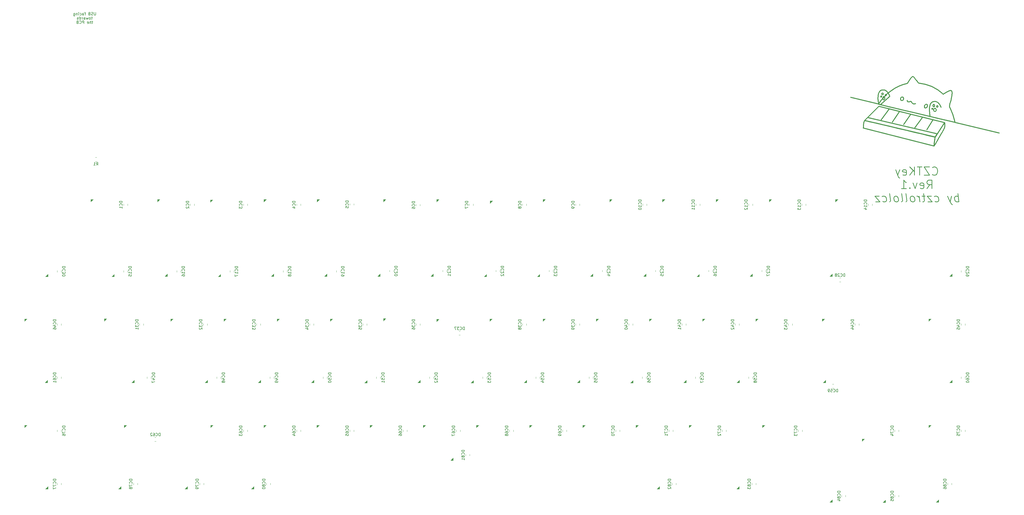
<source format=gbr>
G04 #@! TF.GenerationSoftware,KiCad,Pcbnew,(5.1.4)-1*
G04 #@! TF.CreationDate,2020-12-30T22:06:46+01:00*
G04 #@! TF.ProjectId,CZTKeyRev1,435a544b-6579-4526-9576-312e6b696361,rev?*
G04 #@! TF.SameCoordinates,Original*
G04 #@! TF.FileFunction,Legend,Bot*
G04 #@! TF.FilePolarity,Positive*
%FSLAX46Y46*%
G04 Gerber Fmt 4.6, Leading zero omitted, Abs format (unit mm)*
G04 Created by KiCad (PCBNEW (5.1.4)-1) date 2020-12-30 22:06:46*
%MOMM*%
%LPD*%
G04 APERTURE LIST*
%ADD10C,0.375000*%
%ADD11C,0.250000*%
%ADD12C,0.100000*%
%ADD13C,0.120000*%
%ADD14C,0.150000*%
G04 APERTURE END LIST*
D10*
X349042100Y-56220825D02*
X349192250Y-55997400D01*
X348640100Y-56817300D02*
X349042100Y-56220825D01*
X348100475Y-57625800D02*
X348640100Y-56817300D01*
X320539475Y-55225050D02*
X320539475Y-55225050D01*
X346376825Y-60225900D02*
X346896125Y-59440200D01*
X320569175Y-55199850D02*
X320539475Y-55225050D01*
X339169475Y-59510175D02*
X337347800Y-59080050D01*
X345870725Y-60994575D02*
X346009025Y-60783750D01*
X334301300Y-58359900D02*
X333077375Y-58069800D01*
X320495075Y-55262025D02*
X320414150Y-55474875D01*
X332052350Y-57826725D02*
X331387475Y-57668925D01*
X345866225Y-61004700D02*
X345870725Y-60994575D01*
X321326000Y-55336950D02*
X320758400Y-55234425D01*
X335724950Y-58696350D02*
X334301300Y-58359900D01*
X320758400Y-55234425D02*
X320569175Y-55199850D01*
X320304275Y-56001000D02*
X320210300Y-56803800D01*
X349178450Y-55917600D02*
X325647275Y-50065575D01*
X332308325Y-57887475D02*
X332052350Y-57826725D01*
X333077375Y-58069800D02*
X332308325Y-57887475D01*
X337347800Y-59080050D02*
X335724950Y-58696350D01*
X325121225Y-56189025D02*
X323507375Y-55815900D01*
X345394250Y-64320075D02*
X345831200Y-61082400D01*
X320414150Y-55474875D02*
X320304275Y-56001000D01*
X341190950Y-59987475D02*
X339169475Y-59510175D01*
X345226100Y-60939600D02*
X343411475Y-60511575D01*
X322242349Y-55531425D02*
X321326000Y-55336950D01*
X329393600Y-57196125D02*
X327083300Y-56649675D01*
X346896125Y-59440200D02*
X347494700Y-58536825D01*
X331387475Y-57668925D02*
X329393600Y-57196125D01*
X349324025Y-56608125D02*
X349287875Y-57249450D01*
X327083300Y-56649675D02*
X325121225Y-56189025D01*
X349313525Y-56081250D02*
X349324025Y-56608125D01*
X346009025Y-60783750D02*
X346376825Y-60225900D01*
X320147300Y-57613200D02*
X320131775Y-57883275D01*
X320131775Y-57883275D02*
X345394250Y-64320075D01*
X343411475Y-60511575D02*
X341190950Y-59987475D01*
X320210300Y-56803800D02*
X320147300Y-57613200D01*
X349233350Y-55946550D02*
X349313525Y-56081250D01*
X347494700Y-58536825D02*
X348100475Y-57625800D01*
X325647275Y-50065575D02*
X320617625Y-55116450D01*
X320617625Y-55116450D02*
X345923600Y-61084875D01*
X349233350Y-55946550D02*
X349233350Y-55946550D01*
X320539475Y-55225050D02*
X320495075Y-55262025D01*
X349192250Y-55997400D02*
X349233350Y-55946550D01*
X323507375Y-55815900D02*
X322242349Y-55531425D01*
X325647275Y-50065575D02*
X325647275Y-50065575D01*
X345831200Y-61082400D02*
X345226100Y-60939600D01*
X345923600Y-61084875D02*
X349178450Y-55917600D01*
X327134600Y-46928025D02*
X327210200Y-46741650D01*
X327810425Y-47098801D02*
X327810425Y-47156250D01*
X327493025Y-46570275D02*
X327595625Y-46616250D01*
X327458825Y-46570275D02*
X327493025Y-46570275D01*
X327707075Y-47570475D02*
X327595625Y-47695800D01*
X327931250Y-45994126D02*
X327998000Y-45894075D01*
X327458825Y-47742150D02*
X327424250Y-47742150D01*
X327210200Y-47570475D02*
X327134600Y-47384026D01*
X352893425Y-55826400D02*
X368786975Y-59656200D01*
X327321725Y-46616250D02*
X327424250Y-46570275D01*
X327493025Y-47742150D02*
X327458825Y-47742150D01*
X328118825Y-45839025D02*
X328159550Y-45839025D01*
X327998000Y-46160475D02*
X327931250Y-46060425D01*
X327424250Y-46570275D02*
X327458825Y-46570275D01*
X327321725Y-47695800D02*
X327210200Y-47570475D01*
X327595625Y-47695800D02*
X327493025Y-47742150D01*
X328387775Y-45994126D02*
X328387775Y-46027500D01*
X327424250Y-47742150D02*
X327321725Y-47695800D01*
X327998000Y-45894075D02*
X328118825Y-45839025D01*
X327107300Y-47098801D02*
X327134600Y-46928025D01*
X327782675Y-47384026D02*
X327707075Y-47570475D01*
X327707075Y-46741650D02*
X327782675Y-46928025D01*
X327810425Y-47156250D02*
X327810425Y-47213176D01*
X327595625Y-46616250D02*
X327707075Y-46741650D01*
X327210200Y-46741650D02*
X327321725Y-46616250D01*
X327107300Y-47213176D02*
X327107300Y-47156250D01*
X327810425Y-47156250D02*
X327810425Y-47156250D01*
X327134600Y-47384026D02*
X327107300Y-47213176D01*
X327107300Y-47156250D02*
X327107300Y-47098801D01*
X328320575Y-45894075D02*
X328387775Y-45994126D01*
X328199750Y-45839025D02*
X328320575Y-45894075D01*
X328159550Y-45839025D02*
X328199750Y-45839025D01*
X327810425Y-47213176D02*
X327782675Y-47384026D01*
X327782675Y-46928025D02*
X327810425Y-47098801D01*
X327931250Y-46027500D02*
X327931250Y-45994126D01*
X315595000Y-46831250D02*
X325505750Y-49227825D01*
X327931250Y-46060425D02*
X327931250Y-46027500D01*
X328387775Y-46027500D02*
X328387775Y-46027500D01*
X328118825Y-46215900D02*
X327998000Y-46160475D01*
X325507775Y-45596100D02*
X325390625Y-46298925D01*
X325641200Y-49259025D02*
X326247500Y-49442550D01*
X325390625Y-46298925D02*
X325373450Y-47143651D01*
X328199750Y-46215900D02*
X328159550Y-46215900D01*
X326990075Y-45867150D02*
X326941625Y-45867150D01*
X327178550Y-44172375D02*
X326980700Y-44202900D01*
X326669900Y-46587375D02*
X326664575Y-46613851D01*
X326043200Y-44615475D02*
X325725425Y-45035100D01*
X326848925Y-44217600D02*
X326461550Y-44337975D01*
X326674775Y-46560525D02*
X326669900Y-46587375D01*
X328320575Y-46160475D02*
X328199750Y-46215900D01*
X326716625Y-45641775D02*
X326716625Y-45593700D01*
X328387775Y-46060425D02*
X328320575Y-46160475D01*
X328387775Y-46027500D02*
X328387775Y-46060425D01*
X326532725Y-46361551D02*
X326553950Y-46365601D01*
X326651150Y-46442925D02*
X326674775Y-46560525D01*
X325457300Y-48130426D02*
X325586225Y-48978300D01*
X326434250Y-46400625D02*
X326532725Y-46361551D01*
X325586225Y-48978300D02*
X325641200Y-49259025D01*
X326358200Y-46554075D02*
X326363450Y-46527600D01*
X325373450Y-47143651D02*
X325457300Y-48130426D01*
X325390625Y-46298925D02*
X325373450Y-47143651D01*
X326575100Y-46369651D02*
X326651150Y-46442925D01*
X326381750Y-46671675D02*
X326358200Y-46554075D01*
X327183350Y-45786975D02*
X327038075Y-45867150D01*
X326980700Y-44202900D02*
X326848925Y-44217600D01*
X326461550Y-44337975D02*
X326043200Y-44615475D01*
X325725425Y-45035100D02*
X325507775Y-45596100D01*
X325641200Y-49259025D02*
X326247500Y-49442550D01*
X329506775Y-46185000D02*
X329110100Y-45376050D01*
X325457300Y-48130426D02*
X325586225Y-48978300D01*
X326458325Y-46744875D02*
X326381750Y-46671675D01*
X326598650Y-46713900D02*
X326500625Y-46753425D01*
X326941625Y-45867150D02*
X326796425Y-45786975D01*
X327183350Y-45400050D02*
X327263525Y-45545325D01*
X329110100Y-45376050D02*
X328507775Y-44635050D01*
X326796425Y-45786975D02*
X326716625Y-45641775D01*
X326479475Y-46749375D02*
X326458325Y-46744875D01*
X327263525Y-45593700D02*
X327263525Y-45641775D01*
X327263525Y-45593700D02*
X327263525Y-45593700D01*
X326500625Y-46753425D02*
X326479475Y-46749375D01*
X326664575Y-46613851D02*
X326598650Y-46713900D01*
X326990075Y-45320325D02*
X327038075Y-45320325D01*
X325507775Y-45596100D02*
X325390625Y-46298925D01*
X326247500Y-49442550D02*
X329604875Y-46466550D01*
X326941625Y-45320325D02*
X326990075Y-45320325D01*
X325373450Y-47143651D02*
X325457300Y-48130426D01*
X326716625Y-45593700D02*
X326716625Y-45545325D01*
X327798200Y-44244075D02*
X327178550Y-44172375D01*
X326796425Y-45400050D02*
X326941625Y-45320325D01*
X327263525Y-45641775D02*
X327183350Y-45786975D01*
X325586225Y-48978300D02*
X325641200Y-49259025D01*
X325725425Y-45035100D02*
X325507775Y-45596100D01*
X328159550Y-46215900D02*
X328118825Y-46215900D01*
X326553950Y-46365601D02*
X326575100Y-46369651D01*
X326368325Y-46501125D02*
X326434250Y-46400625D01*
X326363450Y-46527600D02*
X326368325Y-46501125D01*
X327263525Y-45545325D02*
X327263525Y-45593700D01*
X328507775Y-44635050D02*
X327798200Y-44244075D01*
X326669900Y-46587375D02*
X326669900Y-46587375D01*
X327038075Y-45320325D02*
X327183350Y-45400050D01*
X329604875Y-46466550D02*
X329506775Y-46185000D01*
X327038075Y-45867150D02*
X326990075Y-45867150D01*
X326716625Y-45545325D02*
X326796425Y-45400050D01*
X344731025Y-50834550D02*
X344813975Y-50789025D01*
X345310400Y-51335925D02*
X345310400Y-51282600D01*
X344685425Y-50972550D02*
X344685425Y-50945325D01*
X326043200Y-44615475D02*
X325725425Y-45035100D01*
X346110425Y-50948925D02*
X346210925Y-51122700D01*
X345824750Y-51882825D02*
X345779150Y-51882825D01*
X345447500Y-51722475D02*
X345347075Y-51548700D01*
X346358600Y-50084250D02*
X346363025Y-50041125D01*
X345733175Y-51882825D02*
X345596450Y-51839700D01*
X326461550Y-44337975D02*
X326043200Y-44615475D01*
X346247900Y-51335925D02*
X346247900Y-51335925D01*
X344685425Y-50917575D02*
X344731025Y-50834550D01*
X344868950Y-51101550D02*
X344841650Y-51101550D01*
X326848925Y-44217600D02*
X326461550Y-44337975D01*
X326980700Y-44202900D02*
X326848925Y-44217600D01*
X327798200Y-44244075D02*
X327178550Y-44172375D01*
X345347075Y-51122700D02*
X345447500Y-50948925D01*
X328507775Y-44635050D02*
X327798200Y-44244075D01*
X344951975Y-50834550D02*
X344997875Y-50917575D01*
X345824750Y-50789025D02*
X345961475Y-50831775D01*
X344841650Y-50789025D02*
X344868950Y-50789025D01*
X344813975Y-50789025D02*
X344841650Y-50789025D01*
X345347075Y-51548700D02*
X345310400Y-51388800D01*
X346829375Y-50089950D02*
X346824875Y-50133075D01*
X345596450Y-51839700D02*
X345447500Y-51722475D01*
X345779150Y-51882825D02*
X345733175Y-51882825D01*
X346247900Y-51388800D02*
X346210925Y-51548700D01*
X344997875Y-50917575D02*
X344997875Y-50945325D01*
X346656425Y-49801125D02*
X346779350Y-49906050D01*
X344951975Y-51055575D02*
X344868950Y-51101550D01*
X344868950Y-50789025D02*
X344951975Y-50834550D01*
X346210925Y-51122700D02*
X346247900Y-51282600D01*
X346354175Y-50127075D02*
X346358600Y-50084250D01*
X346526675Y-50415900D02*
X346403750Y-50310900D01*
X329604875Y-46466550D02*
X329506775Y-46185000D01*
X346210925Y-51548700D02*
X346110425Y-51722475D01*
X346247900Y-51282600D02*
X346247900Y-51335925D01*
X346624250Y-49797825D02*
X346656425Y-49801125D01*
X345733175Y-50789025D02*
X345779150Y-50789025D01*
X344731025Y-51055575D02*
X344685425Y-50972550D01*
X345779150Y-50789025D02*
X345824750Y-50789025D01*
X345310400Y-51282600D02*
X345347075Y-51122700D01*
X345310400Y-51388800D02*
X345310400Y-51335925D01*
X346449800Y-49871475D02*
X346592150Y-49794150D01*
X344997875Y-50945325D02*
X344997875Y-50945325D01*
X345961475Y-51839700D02*
X345824750Y-51882825D01*
X344685425Y-50945325D02*
X344685425Y-50917575D01*
X344813975Y-51101550D02*
X344731025Y-51055575D01*
X344997875Y-50972550D02*
X344951975Y-51055575D01*
X346403750Y-50310900D02*
X346354175Y-50127075D01*
X346779350Y-49906050D02*
X346829375Y-50089950D01*
X329110100Y-45376050D02*
X328507775Y-44635050D01*
X345447500Y-50948925D02*
X345596450Y-50831775D01*
X344841650Y-51101550D02*
X344813975Y-51101550D01*
X344997875Y-50945325D02*
X344997875Y-50972550D01*
X346592150Y-49794150D02*
X346624250Y-49797825D01*
X327178550Y-44172375D02*
X326980700Y-44202900D01*
X329506775Y-46185000D02*
X329110100Y-45376050D01*
X346110425Y-51722475D02*
X345961475Y-51839700D01*
X346824875Y-50133075D02*
X346824875Y-50133075D01*
X345961475Y-50831775D02*
X346110425Y-50948925D01*
X346247900Y-51335925D02*
X346247900Y-51388800D01*
X345596450Y-50831775D02*
X345733175Y-50789025D01*
X346363025Y-50041125D02*
X346449800Y-49871475D01*
X346733300Y-50345475D02*
X346591325Y-50422800D01*
X346820375Y-50175825D02*
X346733300Y-50345475D01*
X346824875Y-50133075D02*
X346820375Y-50175825D01*
X345076025Y-49770600D02*
X345097175Y-49645275D01*
X345601325Y-49645275D02*
X345622925Y-49770600D01*
X345455675Y-49416525D02*
X345542675Y-49508550D01*
X345375950Y-49382775D02*
X345455675Y-49416525D01*
X345349475Y-49382775D02*
X345375950Y-49382775D01*
X345322625Y-49382775D02*
X345349475Y-49382775D01*
X337519025Y-48775275D02*
X337882400Y-49091025D01*
X345242900Y-49416525D02*
X345322625Y-49382775D01*
X345155825Y-49508550D02*
X345242900Y-49416525D01*
X345601325Y-49979325D02*
X345542675Y-50116050D01*
X344503925Y-48767175D02*
X344931950Y-48480675D01*
X336619325Y-48463650D02*
X337072700Y-48313426D01*
X345375950Y-50242200D02*
X345349475Y-50242200D01*
X345097175Y-49645275D02*
X345155825Y-49508550D01*
X345242900Y-50208000D02*
X345155825Y-50116050D01*
X345076025Y-49812450D02*
X345076025Y-49770600D01*
X335838950Y-47963101D02*
X335840225Y-48052575D01*
X345455675Y-50208000D02*
X345375950Y-50242200D01*
X336190475Y-48488025D02*
X336619325Y-48463650D01*
X345326225Y-48361875D02*
X345460475Y-48349650D01*
X343820750Y-50555100D02*
X343948100Y-49803900D01*
X345322625Y-50242200D02*
X345242900Y-50208000D01*
X345349475Y-50242200D02*
X345322625Y-50242200D01*
X345542675Y-50116050D02*
X345455675Y-50208000D01*
X346846025Y-48673500D02*
X347443025Y-49353900D01*
X344931950Y-48480675D02*
X345326225Y-48361875D01*
X338313349Y-49196400D02*
X338701100Y-49137825D01*
X337216774Y-48247875D02*
X337276550Y-48386325D01*
X334520225Y-47496826D02*
X334496675Y-47555401D01*
X334412375Y-46875526D02*
X334520600Y-47069550D01*
X334283825Y-46768425D02*
X334412375Y-46875526D01*
X345622925Y-49853925D02*
X345601325Y-49979325D01*
X347864600Y-50114325D02*
X347975600Y-50380500D01*
X338701100Y-49137825D02*
X338820274Y-49092300D01*
X334551575Y-47304750D02*
X334520225Y-47496826D01*
X344039225Y-53736675D02*
X343987175Y-53434350D01*
X345097175Y-49979325D02*
X345076025Y-49853925D01*
X345622925Y-49770600D02*
X345622925Y-49812450D01*
X337276550Y-48386325D02*
X337519025Y-48775275D01*
X345155825Y-50116050D02*
X345097175Y-49979325D01*
X345076025Y-49853925D02*
X345076025Y-49812450D01*
X346185200Y-48338700D02*
X346846025Y-48673500D01*
X345632300Y-48307801D02*
X346185200Y-48338700D01*
X334520600Y-47069550D02*
X334551575Y-47304750D01*
X346559150Y-50419575D02*
X346526675Y-50415900D01*
X345622925Y-49812450D02*
X345622925Y-49812450D01*
X345460475Y-48349650D02*
X345632300Y-48307801D01*
X345622925Y-49812450D02*
X345622925Y-49853925D01*
X343987175Y-53434350D02*
X343865900Y-52521225D01*
X334496675Y-47555401D02*
X334496675Y-47555401D01*
X343865900Y-52521225D02*
X343793075Y-51460425D01*
X345542675Y-49508550D02*
X345601325Y-49645275D01*
X335930525Y-48321225D02*
X336190475Y-48488025D01*
X337072700Y-48313426D02*
X337216774Y-48247875D01*
X344175950Y-49208175D02*
X344503925Y-48767175D01*
X335840225Y-48052575D02*
X335930525Y-48321225D01*
X346591325Y-50422800D02*
X346559150Y-50419575D01*
X337882400Y-49091025D02*
X338313349Y-49196400D01*
X343948100Y-49803900D02*
X344175950Y-49208175D01*
X347443025Y-49353900D02*
X347864600Y-50114325D01*
X343793075Y-51460425D02*
X343820750Y-50555100D01*
X333806150Y-46780725D02*
X334018925Y-46716750D01*
X333461825Y-47632725D02*
X333430925Y-47397450D01*
X333486200Y-47147250D02*
X333509900Y-47088300D01*
X334018925Y-46716750D02*
X334185725Y-46728975D01*
X333806150Y-46780725D02*
X334018925Y-46716750D01*
X334361975Y-47773951D02*
X334176350Y-47921625D01*
X333747875Y-47953725D02*
X333698600Y-47933850D01*
X343081025Y-49705950D02*
X343076975Y-49954875D01*
X333963500Y-47985525D02*
X333796775Y-47973301D01*
X333620525Y-46928325D02*
X333806150Y-46780725D01*
X342214700Y-50611650D02*
X342170300Y-50588850D01*
X333570500Y-47826751D02*
X333461825Y-47632725D01*
X342258650Y-50634075D02*
X342214700Y-50611650D01*
X341990525Y-50015100D02*
X342048350Y-49814175D01*
X333620525Y-46928325D02*
X333806150Y-46780725D01*
X333462725Y-47205900D02*
X333486200Y-47147250D01*
X333430925Y-47397450D02*
X333462725Y-47205900D01*
X334283825Y-46768425D02*
X334412375Y-46875526D01*
X342110075Y-49692450D02*
X342239150Y-49527675D01*
X333698600Y-47933850D02*
X333570500Y-47826751D01*
X334185725Y-46728975D02*
X334235000Y-46748925D01*
X334018925Y-46716750D02*
X334185725Y-46728975D01*
X334176350Y-47921625D02*
X333963500Y-47985525D01*
X342239150Y-49527675D02*
X342438125Y-49378275D01*
X333796775Y-47973301D02*
X333747875Y-47953725D01*
X334176350Y-47921625D02*
X333963500Y-47985525D01*
X334520225Y-47496826D02*
X334496675Y-47555401D01*
X334412375Y-46875526D02*
X334520600Y-47069550D01*
X334472975Y-47614050D02*
X334361975Y-47773951D01*
X333698600Y-47933850D02*
X333570500Y-47826751D01*
X334235000Y-46748925D02*
X334283825Y-46768425D01*
X333570500Y-47826751D02*
X333461825Y-47632725D01*
X343004900Y-49497900D02*
X343081025Y-49705950D01*
X342853100Y-49358850D02*
X342897050Y-49381125D01*
X334496675Y-47555401D02*
X334496675Y-47555401D01*
X334496675Y-47555401D02*
X334472975Y-47614050D01*
X342650900Y-49317675D02*
X342808700Y-49336050D01*
X342170300Y-50588850D02*
X342062450Y-50472075D01*
X342062450Y-50472075D02*
X341986475Y-50264175D01*
X333462725Y-47205900D02*
X333486200Y-47147250D01*
X342438125Y-49378275D02*
X342650900Y-49317675D01*
X342048350Y-49814175D02*
X342079175Y-49753500D01*
X343019600Y-50155950D02*
X342988625Y-50216925D01*
X342808700Y-49336050D02*
X342853100Y-49358850D01*
X334520600Y-47069550D02*
X334551575Y-47304750D01*
X334472975Y-47614050D02*
X334361975Y-47773951D01*
X333509900Y-47088300D02*
X333620525Y-46928325D01*
X333430925Y-47397450D02*
X333462725Y-47205900D01*
X333747875Y-47953725D02*
X333698600Y-47933850D01*
X342897050Y-49381125D02*
X343004900Y-49497900D01*
X334361975Y-47773951D02*
X334176350Y-47921625D01*
X333486200Y-47147250D02*
X333509900Y-47088300D01*
X333461825Y-47632725D02*
X333430925Y-47397450D01*
X333796775Y-47973301D02*
X333747875Y-47953725D01*
X341986475Y-50264175D02*
X341990525Y-50015100D01*
X342988625Y-50216925D02*
X342988625Y-50216925D01*
X334235000Y-46748925D02*
X334283825Y-46768425D01*
X334496675Y-47555401D02*
X334472975Y-47614050D01*
X342079175Y-49753500D02*
X342110075Y-49692450D01*
X333963500Y-47985525D02*
X333796775Y-47973301D01*
X334185725Y-46728975D02*
X334235000Y-46748925D01*
X334551575Y-47304750D02*
X334520225Y-47496826D01*
X333509900Y-47088300D02*
X333620525Y-46928325D01*
X343076975Y-49954875D02*
X343019600Y-50155950D01*
X342629750Y-50591625D02*
X342416525Y-50652300D01*
X351688550Y-44435325D02*
X351617375Y-44384475D01*
X350703425Y-44583825D02*
X349839575Y-45033000D01*
X342957275Y-50277600D02*
X342828350Y-50442375D01*
X342828350Y-50442375D02*
X342629750Y-50591625D01*
X342988625Y-50216925D02*
X342957275Y-50277600D01*
X348249875Y-45289800D02*
X346753625Y-44154150D01*
X342988625Y-50216925D02*
X342988625Y-50216925D01*
X343019600Y-50155950D02*
X342988625Y-50216925D01*
X337822624Y-39418200D02*
X337740424Y-39418200D01*
X343076975Y-49954875D02*
X343019600Y-50155950D01*
X351895700Y-45264150D02*
X351826100Y-44695275D01*
X342438125Y-49378275D02*
X342650900Y-49317675D01*
X342416525Y-50652300D02*
X342258650Y-50634075D01*
X338335325Y-39713175D02*
X338175800Y-39545925D01*
X342853100Y-49358850D02*
X342897050Y-49381125D01*
X343081025Y-49705950D02*
X343076975Y-49954875D01*
X343004900Y-49497900D02*
X343081025Y-49705950D01*
X342897050Y-49381125D02*
X343004900Y-49497900D01*
X339449375Y-41186925D02*
X339049475Y-40688100D01*
X342808700Y-49336050D02*
X342853100Y-49358850D01*
X338517575Y-39956100D02*
X338335325Y-39713175D01*
X342214700Y-50611650D02*
X342170300Y-50588850D01*
X342957275Y-50277600D02*
X342828350Y-50442375D01*
X342650900Y-49317675D02*
X342808700Y-49336050D01*
X342239150Y-49527675D02*
X342438125Y-49378275D01*
X342110075Y-49692450D02*
X342239150Y-49527675D01*
X342079175Y-49753500D02*
X342110075Y-49692450D01*
X341990525Y-50015100D02*
X342048350Y-49814175D01*
X342258650Y-50634075D02*
X342214700Y-50611650D01*
X337494650Y-39565500D02*
X337079975Y-40008600D01*
X339973100Y-41781000D02*
X339838850Y-41635425D01*
X344648750Y-42978225D02*
X342388400Y-42187200D01*
X338012975Y-39449175D02*
X337870175Y-39418200D01*
X349839575Y-45033000D02*
X348984350Y-45539250D01*
X337079975Y-40008600D02*
X336578300Y-40747200D01*
X351826100Y-46140600D02*
X351895700Y-45264150D01*
X340581050Y-41833125D02*
X339973100Y-41781000D01*
X336578300Y-40747200D02*
X336129875Y-41518650D01*
X348704375Y-45715426D02*
X348249875Y-45289800D01*
X341986475Y-50264175D02*
X341990525Y-50015100D01*
X337870175Y-39418200D02*
X337822624Y-39418200D01*
X342062450Y-50472075D02*
X341986475Y-50264175D01*
X342170300Y-50588850D02*
X342062450Y-50472075D01*
X342629750Y-50591625D02*
X342416525Y-50652300D01*
X342388400Y-42187200D02*
X340581050Y-41833125D01*
X351562475Y-44344950D02*
X351295925Y-44367375D01*
X351826100Y-44695275D02*
X351688550Y-44435325D01*
X336129875Y-41518650D02*
X335989850Y-41781000D01*
X351295925Y-44367375D02*
X350703425Y-44583825D01*
X339838850Y-41635425D02*
X339449375Y-41186925D01*
X346753625Y-44154150D02*
X344648750Y-42978225D01*
X351617375Y-44384475D02*
X351562475Y-44344950D01*
X335989850Y-41781000D02*
X335989850Y-41781000D01*
X338175800Y-39545925D02*
X338012975Y-39449175D01*
X338747074Y-40279575D02*
X338517575Y-39956100D01*
X351676775Y-47069175D02*
X351826100Y-46140600D01*
X348984350Y-45539250D02*
X348704375Y-45715426D01*
X339049475Y-40688100D02*
X338747074Y-40279575D01*
X342416525Y-50652300D02*
X342258650Y-50634075D01*
X337740424Y-39418200D02*
X337494650Y-39565500D01*
X342828350Y-50442375D02*
X342629750Y-50591625D01*
X342048350Y-49814175D02*
X342079175Y-49753500D01*
X342988625Y-50216925D02*
X342957275Y-50277600D01*
X351587300Y-47530200D02*
X351617375Y-47376750D01*
X351485075Y-47989126D02*
X351587300Y-47530200D01*
X351266675Y-48746025D02*
X351367925Y-48428175D01*
X351114425Y-49222500D02*
X351182000Y-48993825D01*
X351065600Y-49484175D02*
X351114425Y-49222500D01*
X351182000Y-48993825D02*
X351266675Y-48746025D01*
X351367925Y-48428175D02*
X351485075Y-47989126D01*
X351617375Y-47376750D02*
X351676775Y-47069175D01*
X345500825Y-64221675D02*
X345481775Y-64249800D01*
X335576525Y-41886450D02*
X334355375Y-42274275D01*
X345892250Y-63577200D02*
X345694850Y-63904275D01*
X351255200Y-50756850D02*
X351025325Y-50310525D01*
X325536650Y-49268850D02*
X325893950Y-49358025D01*
X346443200Y-59890575D02*
X321833825Y-54109350D01*
X326562050Y-54908550D02*
X329379500Y-51002250D01*
X349287875Y-57249450D02*
X349250000Y-57626250D01*
X338552600Y-57781200D02*
X341208875Y-54187500D01*
X351035525Y-49829550D02*
X351065600Y-49484175D01*
X328967975Y-50107500D02*
X331536425Y-50726775D01*
X345554600Y-64134150D02*
X345500825Y-64221675D01*
X347059250Y-61609800D02*
X346730525Y-62168025D01*
X351025325Y-50190075D02*
X351035525Y-49829550D01*
X351025325Y-50310525D02*
X351025325Y-50190075D01*
X352186625Y-53027400D02*
X351255200Y-50756850D01*
X332814875Y-42894375D02*
X331367900Y-43640625D01*
X352826675Y-55350375D02*
X352186625Y-53027400D01*
X345457250Y-63867675D02*
X345512975Y-63357825D01*
X326515625Y-47890275D02*
X325765700Y-48914025D01*
X345481775Y-64249800D02*
X345441425Y-64193175D01*
X345481775Y-64249800D02*
X345481775Y-64249800D01*
X334607300Y-56570325D02*
X336990125Y-53015625D01*
X348635600Y-58877400D02*
X348362150Y-59362500D01*
X330466625Y-55710900D02*
X333005750Y-52078125D01*
X342902825Y-58457925D02*
X345036950Y-54890625D01*
X345771050Y-61568175D02*
X345836525Y-61167075D01*
X345512975Y-63357825D02*
X345594425Y-62748301D01*
X349051850Y-58112475D02*
X348868700Y-58455525D01*
X347396975Y-61034025D02*
X347059250Y-61609800D01*
X345441425Y-64193175D02*
X345457250Y-63867675D01*
X352910900Y-55822800D02*
X352826675Y-55350375D01*
X347498300Y-54536925D02*
X351557600Y-55501350D01*
X325893950Y-49358025D02*
X326967725Y-49621200D01*
X342654950Y-53384250D02*
X347498300Y-54536925D01*
X345836525Y-61167075D02*
X345861725Y-61014450D01*
X326967725Y-49621200D02*
X328967975Y-50107500D01*
X349175525Y-57864225D02*
X349051850Y-58112475D01*
X328754450Y-45512775D02*
X327588200Y-46638225D01*
X346137275Y-63167776D02*
X345892250Y-63577200D01*
X331536425Y-50726775D02*
X334674050Y-51479550D01*
X327588200Y-46638225D02*
X326515625Y-47890275D01*
X335989850Y-41781000D02*
X335576525Y-41886450D01*
X349229225Y-57727500D02*
X349221950Y-57762900D01*
X345594425Y-62748301D02*
X345685175Y-62123625D01*
X334355375Y-42274275D02*
X332814875Y-42894375D01*
X345866225Y-61004700D02*
X345866225Y-61004700D01*
X345694850Y-63904275D02*
X345554600Y-64134150D01*
X346419950Y-62692875D02*
X346137275Y-63167776D01*
X347732675Y-60456975D02*
X347396975Y-61034025D01*
X348868700Y-58455525D02*
X348635600Y-58877400D01*
X338380100Y-52365375D02*
X342654950Y-53384250D01*
X331367900Y-43640625D02*
X330014600Y-44513400D01*
X346730525Y-62168025D02*
X346419950Y-62692875D01*
X348057800Y-59894250D02*
X347732675Y-60456975D01*
X349221950Y-57762900D02*
X349175525Y-57864225D01*
X351557600Y-55501350D02*
X352910900Y-55822800D01*
X334674050Y-51479550D02*
X338380100Y-52365375D01*
X345861725Y-61014450D02*
X345866225Y-61004700D01*
X348362150Y-59362500D02*
X348057800Y-59894250D01*
X325765700Y-48914025D02*
X325536650Y-49268850D01*
X345685175Y-62123625D02*
X345771050Y-61568175D01*
X330014600Y-44513400D02*
X328754450Y-45512775D01*
X349250000Y-57626250D02*
X349229225Y-57727500D01*
D11*
X354318169Y-84256392D02*
X353943169Y-81256392D01*
X354086026Y-82399250D02*
X353782455Y-82256392D01*
X353211026Y-82256392D01*
X352943169Y-82399250D01*
X352818169Y-82542107D01*
X352711026Y-82827821D01*
X352818169Y-83684964D01*
X352996741Y-83970678D01*
X353157455Y-84113535D01*
X353461026Y-84256392D01*
X354032455Y-84256392D01*
X354300312Y-84113535D01*
X351639598Y-82256392D02*
X351175312Y-84256392D01*
X350211026Y-82256392D02*
X351175312Y-84256392D01*
X351550312Y-84970678D01*
X351711026Y-85113535D01*
X352014598Y-85256392D01*
X345728883Y-84113535D02*
X346032455Y-84256392D01*
X346603883Y-84256392D01*
X346871741Y-84113535D01*
X346996741Y-83970678D01*
X347103883Y-83684964D01*
X346996741Y-82827821D01*
X346818169Y-82542107D01*
X346657455Y-82399250D01*
X346353883Y-82256392D01*
X345782455Y-82256392D01*
X345514598Y-82399250D01*
X344496741Y-82256392D02*
X342925312Y-82256392D01*
X344746741Y-84256392D01*
X343175312Y-84256392D01*
X342211026Y-82256392D02*
X341068169Y-82256392D01*
X341657455Y-81256392D02*
X341978883Y-83827821D01*
X341871741Y-84113535D01*
X341603883Y-84256392D01*
X341318169Y-84256392D01*
X340318169Y-84256392D02*
X340068169Y-82256392D01*
X340139598Y-82827821D02*
X339961026Y-82542107D01*
X339800312Y-82399250D01*
X339496741Y-82256392D01*
X339211026Y-82256392D01*
X338032455Y-84256392D02*
X338300312Y-84113535D01*
X338425312Y-83970678D01*
X338532455Y-83684964D01*
X338425312Y-82827821D01*
X338246741Y-82542107D01*
X338086026Y-82399250D01*
X337782455Y-82256392D01*
X337353883Y-82256392D01*
X337086026Y-82399250D01*
X336961026Y-82542107D01*
X336853883Y-82827821D01*
X336961026Y-83684964D01*
X337139598Y-83970678D01*
X337300312Y-84113535D01*
X337603883Y-84256392D01*
X338032455Y-84256392D01*
X335318169Y-84256392D02*
X335586026Y-84113535D01*
X335693169Y-83827821D01*
X335371741Y-81256392D01*
X333746741Y-84256392D02*
X334014598Y-84113535D01*
X334121741Y-83827821D01*
X333800312Y-81256392D01*
X332175312Y-84256392D02*
X332443169Y-84113535D01*
X332568169Y-83970678D01*
X332675312Y-83684964D01*
X332568169Y-82827821D01*
X332389598Y-82542107D01*
X332228883Y-82399250D01*
X331925312Y-82256392D01*
X331496741Y-82256392D01*
X331228883Y-82399250D01*
X331103883Y-82542107D01*
X330996741Y-82827821D01*
X331103883Y-83684964D01*
X331282455Y-83970678D01*
X331443169Y-84113535D01*
X331746741Y-84256392D01*
X332175312Y-84256392D01*
X329461026Y-84256392D02*
X329728883Y-84113535D01*
X329836026Y-83827821D01*
X329514598Y-81256392D01*
X327014598Y-84113535D02*
X327318169Y-84256392D01*
X327889598Y-84256392D01*
X328157455Y-84113535D01*
X328282455Y-83970678D01*
X328389598Y-83684964D01*
X328282455Y-82827821D01*
X328103883Y-82542107D01*
X327943169Y-82399250D01*
X327639598Y-82256392D01*
X327068169Y-82256392D01*
X326800312Y-82399250D01*
X325782455Y-82256392D02*
X324211026Y-82256392D01*
X326032455Y-84256392D01*
X324461026Y-84256392D01*
X342891607Y-79493892D02*
X343891607Y-78065321D01*
X344605892Y-79493892D02*
X344605892Y-76493892D01*
X343463035Y-76493892D01*
X343177321Y-76636750D01*
X343034464Y-76779607D01*
X342891607Y-77065321D01*
X342891607Y-77493892D01*
X343034464Y-77779607D01*
X343177321Y-77922464D01*
X343463035Y-78065321D01*
X344605892Y-78065321D01*
X340463035Y-79351035D02*
X340748750Y-79493892D01*
X341320178Y-79493892D01*
X341605892Y-79351035D01*
X341748750Y-79065321D01*
X341748750Y-77922464D01*
X341605892Y-77636750D01*
X341320178Y-77493892D01*
X340748750Y-77493892D01*
X340463035Y-77636750D01*
X340320178Y-77922464D01*
X340320178Y-78208178D01*
X341748750Y-78493892D01*
X339320178Y-77493892D02*
X338605892Y-79493892D01*
X337891607Y-77493892D01*
X336748750Y-79208178D02*
X336605892Y-79351035D01*
X336748750Y-79493892D01*
X336891607Y-79351035D01*
X336748750Y-79208178D01*
X336748750Y-79493892D01*
X333748750Y-79493892D02*
X335463035Y-79493892D01*
X334605892Y-79493892D02*
X334605892Y-76493892D01*
X334891607Y-76922464D01*
X335177321Y-77208178D01*
X335463035Y-77351035D01*
X344820178Y-74445678D02*
X344963035Y-74588535D01*
X345391607Y-74731392D01*
X345677321Y-74731392D01*
X346105892Y-74588535D01*
X346391607Y-74302821D01*
X346534464Y-74017107D01*
X346677321Y-73445678D01*
X346677321Y-73017107D01*
X346534464Y-72445678D01*
X346391607Y-72159964D01*
X346105892Y-71874250D01*
X345677321Y-71731392D01*
X345391607Y-71731392D01*
X344963035Y-71874250D01*
X344820178Y-72017107D01*
X343820178Y-71731392D02*
X341820178Y-71731392D01*
X343820178Y-74731392D01*
X341820178Y-74731392D01*
X341105892Y-71731392D02*
X339391607Y-71731392D01*
X340248750Y-74731392D02*
X340248750Y-71731392D01*
X338391607Y-74731392D02*
X338391607Y-71731392D01*
X336677321Y-74731392D02*
X337963035Y-73017107D01*
X336677321Y-71731392D02*
X338391607Y-73445678D01*
X334248750Y-74588535D02*
X334534464Y-74731392D01*
X335105892Y-74731392D01*
X335391607Y-74588535D01*
X335534464Y-74302821D01*
X335534464Y-73159964D01*
X335391607Y-72874250D01*
X335105892Y-72731392D01*
X334534464Y-72731392D01*
X334248750Y-72874250D01*
X334105892Y-73159964D01*
X334105892Y-73445678D01*
X335534464Y-73731392D01*
X333105892Y-72731392D02*
X332391607Y-74731392D01*
X331677321Y-72731392D02*
X332391607Y-74731392D01*
X332677321Y-75445678D01*
X332820178Y-75588535D01*
X333105892Y-75731392D01*
D12*
G36*
X173237000Y-176070000D02*
G01*
X172337000Y-176970000D01*
X173237000Y-176970000D01*
X173237000Y-176070000D01*
G37*
X173237000Y-176070000D02*
X172337000Y-176970000D01*
X173237000Y-176970000D01*
X173237000Y-176070000D01*
G36*
X167250000Y-84344000D02*
G01*
X168150000Y-83444000D01*
X167250000Y-83444000D01*
X167250000Y-84344000D01*
G37*
X167250000Y-84344000D02*
X168150000Y-83444000D01*
X167250000Y-83444000D01*
X167250000Y-84344000D01*
G36*
X347100000Y-191056000D02*
G01*
X346200000Y-191956000D01*
X347100000Y-191956000D01*
X347100000Y-191056000D01*
G37*
X347100000Y-191056000D02*
X346200000Y-191956000D01*
X347100000Y-191956000D01*
X347100000Y-191056000D01*
G36*
X328050000Y-191182000D02*
G01*
X327150000Y-192082000D01*
X328050000Y-192082000D01*
X328050000Y-191182000D01*
G37*
X328050000Y-191182000D02*
X327150000Y-192082000D01*
X328050000Y-192082000D01*
X328050000Y-191182000D01*
G36*
X309000000Y-191056000D02*
G01*
X308100000Y-191956000D01*
X309000000Y-191956000D01*
X309000000Y-191056000D01*
G37*
X309000000Y-191056000D02*
X308100000Y-191956000D01*
X309000000Y-191956000D01*
X309000000Y-191056000D01*
G36*
X28076000Y-186293000D02*
G01*
X27176000Y-187193000D01*
X28076000Y-187193000D01*
X28076000Y-186293000D01*
G37*
X28076000Y-186293000D02*
X27176000Y-187193000D01*
X28076000Y-187193000D01*
X28076000Y-186293000D01*
G36*
X343526000Y-165243000D02*
G01*
X344426000Y-164343000D01*
X343526000Y-164343000D01*
X343526000Y-165243000D01*
G37*
X343526000Y-165243000D02*
X344426000Y-164343000D01*
X343526000Y-164343000D01*
X343526000Y-165243000D01*
G36*
X319650000Y-170132000D02*
G01*
X320550000Y-169232000D01*
X319650000Y-169232000D01*
X319650000Y-170132000D01*
G37*
X319650000Y-170132000D02*
X320550000Y-169232000D01*
X319650000Y-169232000D01*
X319650000Y-170132000D01*
G36*
X19676000Y-165243000D02*
G01*
X20576000Y-164343000D01*
X19676000Y-164343000D01*
X19676000Y-165243000D01*
G37*
X19676000Y-165243000D02*
X20576000Y-164343000D01*
X19676000Y-164343000D01*
X19676000Y-165243000D01*
G36*
X351926000Y-148193000D02*
G01*
X351026000Y-149093000D01*
X351926000Y-149093000D01*
X351926000Y-148193000D01*
G37*
X351926000Y-148193000D02*
X351026000Y-149093000D01*
X351926000Y-149093000D01*
X351926000Y-148193000D01*
G36*
X275726000Y-148193000D02*
G01*
X274826000Y-149093000D01*
X275726000Y-149093000D01*
X275726000Y-148193000D01*
G37*
X275726000Y-148193000D02*
X274826000Y-149093000D01*
X275726000Y-149093000D01*
X275726000Y-148193000D01*
G36*
X256676000Y-148193000D02*
G01*
X255776000Y-149093000D01*
X256676000Y-149093000D01*
X256676000Y-148193000D01*
G37*
X256676000Y-148193000D02*
X255776000Y-149093000D01*
X256676000Y-149093000D01*
X256676000Y-148193000D01*
G36*
X237626000Y-148320000D02*
G01*
X236726000Y-149220000D01*
X237626000Y-149220000D01*
X237626000Y-148320000D01*
G37*
X237626000Y-148320000D02*
X236726000Y-149220000D01*
X237626000Y-149220000D01*
X237626000Y-148320000D01*
G36*
X218576000Y-148193000D02*
G01*
X217676000Y-149093000D01*
X218576000Y-149093000D01*
X218576000Y-148193000D01*
G37*
X218576000Y-148193000D02*
X217676000Y-149093000D01*
X218576000Y-149093000D01*
X218576000Y-148193000D01*
G36*
X199526000Y-148193000D02*
G01*
X198626000Y-149093000D01*
X199526000Y-149093000D01*
X199526000Y-148193000D01*
G37*
X199526000Y-148193000D02*
X198626000Y-149093000D01*
X199526000Y-149093000D01*
X199526000Y-148193000D01*
G36*
X180476000Y-148320000D02*
G01*
X179576000Y-149220000D01*
X180476000Y-149220000D01*
X180476000Y-148320000D01*
G37*
X180476000Y-148320000D02*
X179576000Y-149220000D01*
X180476000Y-149220000D01*
X180476000Y-148320000D01*
G36*
X161426000Y-148193000D02*
G01*
X160526000Y-149093000D01*
X161426000Y-149093000D01*
X161426000Y-148193000D01*
G37*
X161426000Y-148193000D02*
X160526000Y-149093000D01*
X161426000Y-149093000D01*
X161426000Y-148193000D01*
G36*
X142376000Y-148320000D02*
G01*
X141476000Y-149220000D01*
X142376000Y-149220000D01*
X142376000Y-148320000D01*
G37*
X142376000Y-148320000D02*
X141476000Y-149220000D01*
X142376000Y-149220000D01*
X142376000Y-148320000D01*
G36*
X123326000Y-148193000D02*
G01*
X122426000Y-149093000D01*
X123326000Y-149093000D01*
X123326000Y-148193000D01*
G37*
X123326000Y-148193000D02*
X122426000Y-149093000D01*
X123326000Y-149093000D01*
X123326000Y-148193000D01*
G36*
X104276000Y-148193000D02*
G01*
X103376000Y-149093000D01*
X104276000Y-149093000D01*
X104276000Y-148193000D01*
G37*
X104276000Y-148193000D02*
X103376000Y-149093000D01*
X104276000Y-149093000D01*
X104276000Y-148193000D01*
G36*
X85226000Y-148193000D02*
G01*
X84326000Y-149093000D01*
X85226000Y-149093000D01*
X85226000Y-148193000D01*
G37*
X85226000Y-148193000D02*
X84326000Y-149093000D01*
X85226000Y-149093000D01*
X85226000Y-148193000D01*
G36*
X27949000Y-148193000D02*
G01*
X27049000Y-149093000D01*
X27949000Y-149093000D01*
X27949000Y-148193000D01*
G37*
X27949000Y-148193000D02*
X27049000Y-149093000D01*
X27949000Y-149093000D01*
X27949000Y-148193000D01*
G36*
X343526000Y-127143000D02*
G01*
X344426000Y-126243000D01*
X343526000Y-126243000D01*
X343526000Y-127143000D01*
G37*
X343526000Y-127143000D02*
X344426000Y-126243000D01*
X343526000Y-126243000D01*
X343526000Y-127143000D01*
G36*
X281550000Y-127143000D02*
G01*
X282450000Y-126243000D01*
X281550000Y-126243000D01*
X281550000Y-127143000D01*
G37*
X281550000Y-127143000D02*
X282450000Y-126243000D01*
X281550000Y-126243000D01*
X281550000Y-127143000D01*
G36*
X262500000Y-127143000D02*
G01*
X263400000Y-126243000D01*
X262500000Y-126243000D01*
X262500000Y-127143000D01*
G37*
X262500000Y-127143000D02*
X263400000Y-126243000D01*
X262500000Y-126243000D01*
X262500000Y-127143000D01*
G36*
X243450000Y-127143000D02*
G01*
X244350000Y-126243000D01*
X243450000Y-126243000D01*
X243450000Y-127143000D01*
G37*
X243450000Y-127143000D02*
X244350000Y-126243000D01*
X243450000Y-126243000D01*
X243450000Y-127143000D01*
G36*
X224400000Y-127143000D02*
G01*
X225300000Y-126243000D01*
X224400000Y-126243000D01*
X224400000Y-127143000D01*
G37*
X224400000Y-127143000D02*
X225300000Y-126243000D01*
X224400000Y-126243000D01*
X224400000Y-127143000D01*
G36*
X205350000Y-127143000D02*
G01*
X206250000Y-126243000D01*
X205350000Y-126243000D01*
X205350000Y-127143000D01*
G37*
X205350000Y-127143000D02*
X206250000Y-126243000D01*
X205350000Y-126243000D01*
X205350000Y-127143000D01*
G36*
X186300000Y-127143000D02*
G01*
X187200000Y-126243000D01*
X186300000Y-126243000D01*
X186300000Y-127143000D01*
G37*
X186300000Y-127143000D02*
X187200000Y-126243000D01*
X186300000Y-126243000D01*
X186300000Y-127143000D01*
G36*
X167250000Y-127270000D02*
G01*
X168150000Y-126370000D01*
X167250000Y-126370000D01*
X167250000Y-127270000D01*
G37*
X167250000Y-127270000D02*
X168150000Y-126370000D01*
X167250000Y-126370000D01*
X167250000Y-127270000D01*
G36*
X148200000Y-127016000D02*
G01*
X149100000Y-126116000D01*
X148200000Y-126116000D01*
X148200000Y-127016000D01*
G37*
X148200000Y-127016000D02*
X149100000Y-126116000D01*
X148200000Y-126116000D01*
X148200000Y-127016000D01*
G36*
X129150000Y-127143000D02*
G01*
X130050000Y-126243000D01*
X129150000Y-126243000D01*
X129150000Y-127143000D01*
G37*
X129150000Y-127143000D02*
X130050000Y-126243000D01*
X129150000Y-126243000D01*
X129150000Y-127143000D01*
G36*
X110100000Y-127143000D02*
G01*
X111000000Y-126243000D01*
X110100000Y-126243000D01*
X110100000Y-127143000D01*
G37*
X110100000Y-127143000D02*
X111000000Y-126243000D01*
X110100000Y-126243000D01*
X110100000Y-127143000D01*
G36*
X91050000Y-127143000D02*
G01*
X91950000Y-126243000D01*
X91050000Y-126243000D01*
X91050000Y-127143000D01*
G37*
X91050000Y-127143000D02*
X91950000Y-126243000D01*
X91050000Y-126243000D01*
X91050000Y-127143000D01*
G36*
X72000000Y-127143000D02*
G01*
X72900000Y-126243000D01*
X72000000Y-126243000D01*
X72000000Y-127143000D01*
G37*
X72000000Y-127143000D02*
X72900000Y-126243000D01*
X72000000Y-126243000D01*
X72000000Y-127143000D01*
G36*
X19676000Y-127143000D02*
G01*
X20576000Y-126243000D01*
X19676000Y-126243000D01*
X19676000Y-127143000D01*
G37*
X19676000Y-127143000D02*
X20576000Y-126243000D01*
X19676000Y-126243000D01*
X19676000Y-127143000D01*
G36*
X351926000Y-110093000D02*
G01*
X351026000Y-110993000D01*
X351926000Y-110993000D01*
X351926000Y-110093000D01*
G37*
X351926000Y-110093000D02*
X351026000Y-110993000D01*
X351926000Y-110993000D01*
X351926000Y-110093000D01*
G36*
X280425000Y-110093000D02*
G01*
X279525000Y-110993000D01*
X280425000Y-110993000D01*
X280425000Y-110093000D01*
G37*
X280425000Y-110093000D02*
X279525000Y-110993000D01*
X280425000Y-110993000D01*
X280425000Y-110093000D01*
G36*
X261375000Y-110220000D02*
G01*
X260475000Y-111120000D01*
X261375000Y-111120000D01*
X261375000Y-110220000D01*
G37*
X261375000Y-110220000D02*
X260475000Y-111120000D01*
X261375000Y-111120000D01*
X261375000Y-110220000D01*
G36*
X242325000Y-110093000D02*
G01*
X241425000Y-110993000D01*
X242325000Y-110993000D01*
X242325000Y-110093000D01*
G37*
X242325000Y-110093000D02*
X241425000Y-110993000D01*
X242325000Y-110993000D01*
X242325000Y-110093000D01*
G36*
X223275000Y-110093000D02*
G01*
X222375000Y-110993000D01*
X223275000Y-110993000D01*
X223275000Y-110093000D01*
G37*
X223275000Y-110093000D02*
X222375000Y-110993000D01*
X223275000Y-110993000D01*
X223275000Y-110093000D01*
G36*
X204225000Y-110220000D02*
G01*
X203325000Y-111120000D01*
X204225000Y-111120000D01*
X204225000Y-110220000D01*
G37*
X204225000Y-110220000D02*
X203325000Y-111120000D01*
X204225000Y-111120000D01*
X204225000Y-110220000D01*
G36*
X185175000Y-110220000D02*
G01*
X184275000Y-111120000D01*
X185175000Y-111120000D01*
X185175000Y-110220000D01*
G37*
X185175000Y-110220000D02*
X184275000Y-111120000D01*
X185175000Y-111120000D01*
X185175000Y-110220000D01*
G36*
X166125000Y-110093000D02*
G01*
X165225000Y-110993000D01*
X166125000Y-110993000D01*
X166125000Y-110093000D01*
G37*
X166125000Y-110093000D02*
X165225000Y-110993000D01*
X166125000Y-110993000D01*
X166125000Y-110093000D01*
G36*
X147075000Y-110093000D02*
G01*
X146175000Y-110993000D01*
X147075000Y-110993000D01*
X147075000Y-110093000D01*
G37*
X147075000Y-110093000D02*
X146175000Y-110993000D01*
X147075000Y-110993000D01*
X147075000Y-110093000D01*
G36*
X128025000Y-110093000D02*
G01*
X127125000Y-110993000D01*
X128025000Y-110993000D01*
X128025000Y-110093000D01*
G37*
X128025000Y-110093000D02*
X127125000Y-110993000D01*
X128025000Y-110993000D01*
X128025000Y-110093000D01*
G36*
X108975000Y-110093000D02*
G01*
X108075000Y-110993000D01*
X108975000Y-110993000D01*
X108975000Y-110093000D01*
G37*
X108975000Y-110093000D02*
X108075000Y-110993000D01*
X108975000Y-110993000D01*
X108975000Y-110093000D01*
G36*
X89925000Y-110220000D02*
G01*
X89025000Y-111120000D01*
X89925000Y-111120000D01*
X89925000Y-110220000D01*
G37*
X89925000Y-110220000D02*
X89025000Y-111120000D01*
X89925000Y-111120000D01*
X89925000Y-110220000D01*
G36*
X70875000Y-110093000D02*
G01*
X69975000Y-110993000D01*
X70875000Y-110993000D01*
X70875000Y-110093000D01*
G37*
X70875000Y-110093000D02*
X69975000Y-110993000D01*
X70875000Y-110993000D01*
X70875000Y-110093000D01*
G36*
X51825000Y-110220000D02*
G01*
X50925000Y-111120000D01*
X51825000Y-111120000D01*
X51825000Y-110220000D01*
G37*
X51825000Y-110220000D02*
X50925000Y-111120000D01*
X51825000Y-111120000D01*
X51825000Y-110220000D01*
G36*
X28076000Y-110220000D02*
G01*
X27176000Y-111120000D01*
X28076000Y-111120000D01*
X28076000Y-110220000D01*
G37*
X28076000Y-110220000D02*
X27176000Y-111120000D01*
X28076000Y-111120000D01*
X28076000Y-110220000D01*
G36*
X310125000Y-84344000D02*
G01*
X311025000Y-83444000D01*
X310125000Y-83444000D01*
X310125000Y-84344000D01*
G37*
X310125000Y-84344000D02*
X311025000Y-83444000D01*
X310125000Y-83444000D01*
X310125000Y-84344000D01*
G36*
X286376000Y-84344000D02*
G01*
X287276000Y-83444000D01*
X286376000Y-83444000D01*
X286376000Y-84344000D01*
G37*
X286376000Y-84344000D02*
X287276000Y-83444000D01*
X286376000Y-83444000D01*
X286376000Y-84344000D01*
G36*
X267326000Y-84344000D02*
G01*
X268226000Y-83444000D01*
X267326000Y-83444000D01*
X267326000Y-84344000D01*
G37*
X267326000Y-84344000D02*
X268226000Y-83444000D01*
X267326000Y-83444000D01*
X267326000Y-84344000D01*
G36*
X248149000Y-84344000D02*
G01*
X249049000Y-83444000D01*
X248149000Y-83444000D01*
X248149000Y-84344000D01*
G37*
X248149000Y-84344000D02*
X249049000Y-83444000D01*
X248149000Y-83444000D01*
X248149000Y-84344000D01*
G36*
X229226000Y-84344000D02*
G01*
X230126000Y-83444000D01*
X229226000Y-83444000D01*
X229226000Y-84344000D01*
G37*
X229226000Y-84344000D02*
X230126000Y-83444000D01*
X229226000Y-83444000D01*
X229226000Y-84344000D01*
G36*
X205350000Y-84344000D02*
G01*
X206250000Y-83444000D01*
X205350000Y-83444000D01*
X205350000Y-84344000D01*
G37*
X205350000Y-84344000D02*
X206250000Y-83444000D01*
X205350000Y-83444000D01*
X205350000Y-84344000D01*
G36*
X186427000Y-84852000D02*
G01*
X187327000Y-83952000D01*
X186427000Y-83952000D01*
X186427000Y-84852000D01*
G37*
X186427000Y-84852000D02*
X187327000Y-83952000D01*
X186427000Y-83952000D01*
X186427000Y-84852000D01*
G36*
X148200000Y-84344000D02*
G01*
X149100000Y-83444000D01*
X148200000Y-83444000D01*
X148200000Y-84344000D01*
G37*
X148200000Y-84344000D02*
X149100000Y-83444000D01*
X148200000Y-83444000D01*
X148200000Y-84344000D01*
G36*
X124451000Y-84344000D02*
G01*
X125351000Y-83444000D01*
X124451000Y-83444000D01*
X124451000Y-84344000D01*
G37*
X124451000Y-84344000D02*
X125351000Y-83444000D01*
X124451000Y-83444000D01*
X124451000Y-84344000D01*
G36*
X105401000Y-84344000D02*
G01*
X106301000Y-83444000D01*
X105401000Y-83444000D01*
X105401000Y-84344000D01*
G37*
X105401000Y-84344000D02*
X106301000Y-83444000D01*
X105401000Y-83444000D01*
X105401000Y-84344000D01*
G36*
X86224000Y-84471000D02*
G01*
X87124000Y-83571000D01*
X86224000Y-83571000D01*
X86224000Y-84471000D01*
G37*
X86224000Y-84471000D02*
X87124000Y-83571000D01*
X86224000Y-83571000D01*
X86224000Y-84471000D01*
G36*
X67237500Y-84344000D02*
G01*
X68137500Y-83444000D01*
X67237500Y-83444000D01*
X67237500Y-84344000D01*
G37*
X67237500Y-84344000D02*
X68137500Y-83444000D01*
X67237500Y-83444000D01*
X67237500Y-84344000D01*
G36*
X43425000Y-84280500D02*
G01*
X44325000Y-83380500D01*
X43425000Y-83380500D01*
X43425000Y-84280500D01*
G37*
X43425000Y-84280500D02*
X44325000Y-83380500D01*
X43425000Y-83380500D01*
X43425000Y-84280500D01*
G36*
X309000000Y-110093000D02*
G01*
X308100000Y-110993000D01*
X309000000Y-110993000D01*
X309000000Y-110093000D01*
G37*
X309000000Y-110093000D02*
X308100000Y-110993000D01*
X309000000Y-110993000D01*
X309000000Y-110093000D01*
D13*
X44982548Y-68346200D02*
X45505052Y-68346200D01*
X44982548Y-69766200D02*
X45505052Y-69766200D01*
D12*
G36*
X275663000Y-186293000D02*
G01*
X274763000Y-187193000D01*
X275663000Y-187193000D01*
X275663000Y-186293000D01*
G37*
X275663000Y-186293000D02*
X274763000Y-187193000D01*
X275663000Y-187193000D01*
X275663000Y-186293000D01*
G36*
X247087000Y-186293000D02*
G01*
X246187000Y-187193000D01*
X247087000Y-187193000D01*
X247087000Y-186293000D01*
G37*
X247087000Y-186293000D02*
X246187000Y-187193000D01*
X247087000Y-187193000D01*
X247087000Y-186293000D01*
G36*
X101831200Y-186293000D02*
G01*
X100931200Y-187193000D01*
X101831200Y-187193000D01*
X101831200Y-186293000D01*
G37*
X101831200Y-186293000D02*
X100931200Y-187193000D01*
X101831200Y-187193000D01*
X101831200Y-186293000D01*
G36*
X78018800Y-186293000D02*
G01*
X77118800Y-187193000D01*
X78018800Y-187193000D01*
X78018800Y-186293000D01*
G37*
X78018800Y-186293000D02*
X77118800Y-187193000D01*
X78018800Y-187193000D01*
X78018800Y-186293000D01*
G36*
X54206200Y-186293000D02*
G01*
X53306200Y-187193000D01*
X54206200Y-187193000D01*
X54206200Y-186293000D01*
G37*
X54206200Y-186293000D02*
X53306200Y-187193000D01*
X54206200Y-187193000D01*
X54206200Y-186293000D01*
G36*
X283931000Y-165243000D02*
G01*
X284831000Y-164343000D01*
X283931000Y-164343000D01*
X283931000Y-165243000D01*
G37*
X283931000Y-165243000D02*
X284831000Y-164343000D01*
X283931000Y-164343000D01*
X283931000Y-165243000D01*
G36*
X257737000Y-165243000D02*
G01*
X258637000Y-164343000D01*
X257737000Y-164343000D01*
X257737000Y-165243000D01*
G37*
X257737000Y-165243000D02*
X258637000Y-164343000D01*
X257737000Y-164343000D01*
X257737000Y-165243000D01*
G36*
X238687000Y-165243000D02*
G01*
X239587000Y-164343000D01*
X238687000Y-164343000D01*
X238687000Y-165243000D01*
G37*
X238687000Y-165243000D02*
X239587000Y-164343000D01*
X238687000Y-164343000D01*
X238687000Y-165243000D01*
G36*
X219637000Y-165243000D02*
G01*
X220537000Y-164343000D01*
X219637000Y-164343000D01*
X219637000Y-165243000D01*
G37*
X219637000Y-165243000D02*
X220537000Y-164343000D01*
X219637000Y-164343000D01*
X219637000Y-165243000D01*
G36*
X200587000Y-165243000D02*
G01*
X201487000Y-164343000D01*
X200587000Y-164343000D01*
X200587000Y-165243000D01*
G37*
X200587000Y-165243000D02*
X201487000Y-164343000D01*
X200587000Y-164343000D01*
X200587000Y-165243000D01*
G36*
X181537000Y-165243000D02*
G01*
X182437000Y-164343000D01*
X181537000Y-164343000D01*
X181537000Y-165243000D01*
G37*
X181537000Y-165243000D02*
X182437000Y-164343000D01*
X181537000Y-164343000D01*
X181537000Y-165243000D01*
G36*
X162487000Y-165243000D02*
G01*
X163387000Y-164343000D01*
X162487000Y-164343000D01*
X162487000Y-165243000D01*
G37*
X162487000Y-165243000D02*
X163387000Y-164343000D01*
X162487000Y-164343000D01*
X162487000Y-165243000D01*
G36*
X143437000Y-165243000D02*
G01*
X144337000Y-164343000D01*
X143437000Y-164343000D01*
X143437000Y-165243000D01*
G37*
X143437000Y-165243000D02*
X144337000Y-164343000D01*
X143437000Y-164343000D01*
X143437000Y-165243000D01*
G36*
X124387000Y-165243000D02*
G01*
X125287000Y-164343000D01*
X124387000Y-164343000D01*
X124387000Y-165243000D01*
G37*
X124387000Y-165243000D02*
X125287000Y-164343000D01*
X124387000Y-164343000D01*
X124387000Y-165243000D01*
G36*
X105338000Y-165243000D02*
G01*
X106238000Y-164343000D01*
X105338000Y-164343000D01*
X105338000Y-165243000D01*
G37*
X105338000Y-165243000D02*
X106238000Y-164343000D01*
X105338000Y-164343000D01*
X105338000Y-165243000D01*
G36*
X86287500Y-165243000D02*
G01*
X87187500Y-164343000D01*
X86287500Y-164343000D01*
X86287500Y-165243000D01*
G37*
X86287500Y-165243000D02*
X87187500Y-164343000D01*
X86287500Y-164343000D01*
X86287500Y-165243000D01*
G36*
X55331200Y-165243000D02*
G01*
X56231200Y-164343000D01*
X55331200Y-164343000D01*
X55331200Y-165243000D01*
G37*
X55331200Y-165243000D02*
X56231200Y-164343000D01*
X55331200Y-164343000D01*
X55331200Y-165243000D01*
G36*
X306619000Y-148193000D02*
G01*
X305719000Y-149093000D01*
X306619000Y-149093000D01*
X306619000Y-148193000D01*
G37*
X306619000Y-148193000D02*
X305719000Y-149093000D01*
X306619000Y-149093000D01*
X306619000Y-148193000D01*
G36*
X58968800Y-148193000D02*
G01*
X58068800Y-149093000D01*
X58968800Y-149093000D01*
X58968800Y-148193000D01*
G37*
X58968800Y-148193000D02*
X58068800Y-149093000D01*
X58968800Y-149093000D01*
X58968800Y-148193000D01*
G36*
X305363000Y-127143000D02*
G01*
X306263000Y-126243000D01*
X305363000Y-126243000D01*
X305363000Y-127143000D01*
G37*
X305363000Y-127143000D02*
X306263000Y-126243000D01*
X305363000Y-126243000D01*
X305363000Y-127143000D01*
G36*
X48187500Y-127111000D02*
G01*
X49087500Y-126211000D01*
X48187500Y-126211000D01*
X48187500Y-127111000D01*
G37*
X48187500Y-127111000D02*
X49087500Y-126211000D01*
X48187500Y-126211000D01*
X48187500Y-127111000D01*
D13*
X351738000Y-185126748D02*
X351738000Y-185649252D01*
X350318000Y-185126748D02*
X350318000Y-185649252D01*
X332815000Y-189444748D02*
X332815000Y-189967252D01*
X331395000Y-189444748D02*
X331395000Y-189967252D01*
X313765000Y-189444748D02*
X313765000Y-189967252D01*
X312345000Y-189444748D02*
X312345000Y-189967252D01*
X281634000Y-185126748D02*
X281634000Y-185649252D01*
X280214000Y-185126748D02*
X280214000Y-185649252D01*
X253059000Y-185126748D02*
X253059000Y-185649252D01*
X251639000Y-185126748D02*
X251639000Y-185649252D01*
X179145000Y-174744748D02*
X179145000Y-175267252D01*
X177725000Y-174744748D02*
X177725000Y-175267252D01*
X107771000Y-185126748D02*
X107771000Y-185649252D01*
X106351000Y-185126748D02*
X106351000Y-185649252D01*
X83895000Y-185126748D02*
X83895000Y-185649252D01*
X82475000Y-185126748D02*
X82475000Y-185649252D01*
X60146000Y-185126748D02*
X60146000Y-185649252D01*
X58726000Y-185126748D02*
X58726000Y-185649252D01*
X32841000Y-185126748D02*
X32841000Y-185649252D01*
X31421000Y-185126748D02*
X31421000Y-185649252D01*
X31421000Y-166599252D02*
X31421000Y-166076748D01*
X32841000Y-166599252D02*
X32841000Y-166076748D01*
X356564000Y-166076748D02*
X356564000Y-166599252D01*
X355144000Y-166076748D02*
X355144000Y-166599252D01*
X332815000Y-166076748D02*
X332815000Y-166599252D01*
X331395000Y-166076748D02*
X331395000Y-166599252D01*
X298271000Y-166076748D02*
X298271000Y-166599252D01*
X296851000Y-166076748D02*
X296851000Y-166599252D01*
X270966000Y-166076748D02*
X270966000Y-166599252D01*
X269546000Y-166076748D02*
X269546000Y-166599252D01*
X251916000Y-166076748D02*
X251916000Y-166599252D01*
X250496000Y-166076748D02*
X250496000Y-166599252D01*
X232866000Y-166076748D02*
X232866000Y-166599252D01*
X231446000Y-166076748D02*
X231446000Y-166599252D01*
X213816000Y-166076748D02*
X213816000Y-166599252D01*
X212396000Y-166076748D02*
X212396000Y-166599252D01*
X194766000Y-166076748D02*
X194766000Y-166599252D01*
X193346000Y-166076748D02*
X193346000Y-166599252D01*
X175716000Y-166076748D02*
X175716000Y-166599252D01*
X174296000Y-166076748D02*
X174296000Y-166599252D01*
X156666000Y-166076748D02*
X156666000Y-166599252D01*
X155246000Y-166076748D02*
X155246000Y-166599252D01*
X137616000Y-166076748D02*
X137616000Y-166599252D01*
X136196000Y-166076748D02*
X136196000Y-166599252D01*
X118566000Y-166076748D02*
X118566000Y-166599252D01*
X117146000Y-166076748D02*
X117146000Y-166599252D01*
X99516000Y-166076748D02*
X99516000Y-166599252D01*
X98096000Y-166076748D02*
X98096000Y-166599252D01*
X66809252Y-170096000D02*
X66286748Y-170096000D01*
X66809252Y-168676000D02*
X66286748Y-168676000D01*
X32841000Y-147026748D02*
X32841000Y-147549252D01*
X31421000Y-147026748D02*
X31421000Y-147549252D01*
X355144000Y-147549252D02*
X355144000Y-147026748D01*
X356564000Y-147549252D02*
X356564000Y-147026748D01*
X308983748Y-149626000D02*
X309506252Y-149626000D01*
X308983748Y-151046000D02*
X309506252Y-151046000D01*
X279071000Y-147549252D02*
X279071000Y-147026748D01*
X280491000Y-147549252D02*
X280491000Y-147026748D01*
X260021000Y-147549252D02*
X260021000Y-147026748D01*
X261441000Y-147549252D02*
X261441000Y-147026748D01*
X240971000Y-147549252D02*
X240971000Y-147026748D01*
X242391000Y-147549252D02*
X242391000Y-147026748D01*
X221921000Y-147549252D02*
X221921000Y-147026748D01*
X223341000Y-147549252D02*
X223341000Y-147026748D01*
X202871000Y-147549252D02*
X202871000Y-147026748D01*
X204291000Y-147549252D02*
X204291000Y-147026748D01*
X183821000Y-147549252D02*
X183821000Y-147026748D01*
X185241000Y-147549252D02*
X185241000Y-147026748D01*
X164771000Y-147549252D02*
X164771000Y-147026748D01*
X166191000Y-147549252D02*
X166191000Y-147026748D01*
X145721000Y-147549252D02*
X145721000Y-147026748D01*
X147141000Y-147549252D02*
X147141000Y-147026748D01*
X126671000Y-147549252D02*
X126671000Y-147026748D01*
X128091000Y-147549252D02*
X128091000Y-147026748D01*
X107621000Y-147549252D02*
X107621000Y-147026748D01*
X109041000Y-147549252D02*
X109041000Y-147026748D01*
X88571000Y-147549252D02*
X88571000Y-147026748D01*
X89991000Y-147549252D02*
X89991000Y-147026748D01*
X63552000Y-147549252D02*
X63552000Y-147026748D01*
X64972000Y-147549252D02*
X64972000Y-147026748D01*
X32841000Y-127976748D02*
X32841000Y-128499252D01*
X31421000Y-127976748D02*
X31421000Y-128499252D01*
X356564000Y-127976748D02*
X356564000Y-128499252D01*
X355144000Y-127976748D02*
X355144000Y-128499252D01*
X318591000Y-127976748D02*
X318591000Y-128499252D01*
X317171000Y-127976748D02*
X317171000Y-128499252D01*
X294715000Y-127976748D02*
X294715000Y-128499252D01*
X293295000Y-127976748D02*
X293295000Y-128499252D01*
X275665000Y-127976748D02*
X275665000Y-128499252D01*
X274245000Y-127976748D02*
X274245000Y-128499252D01*
X256615000Y-127976748D02*
X256615000Y-128499252D01*
X255195000Y-127976748D02*
X255195000Y-128499252D01*
X237565000Y-127976748D02*
X237565000Y-128499252D01*
X236145000Y-127976748D02*
X236145000Y-128499252D01*
X218515000Y-127976748D02*
X218515000Y-128499252D01*
X217095000Y-127976748D02*
X217095000Y-128499252D01*
X199465000Y-127976748D02*
X199465000Y-128499252D01*
X198045000Y-127976748D02*
X198045000Y-128499252D01*
X175775252Y-132028000D02*
X175252748Y-132028000D01*
X175775252Y-130608000D02*
X175252748Y-130608000D01*
X161365000Y-127976748D02*
X161365000Y-128499252D01*
X159945000Y-127976748D02*
X159945000Y-128499252D01*
X142315000Y-127976748D02*
X142315000Y-128499252D01*
X140895000Y-127976748D02*
X140895000Y-128499252D01*
X123265000Y-127976748D02*
X123265000Y-128499252D01*
X121845000Y-127976748D02*
X121845000Y-128499252D01*
X104215000Y-127976748D02*
X104215000Y-128499252D01*
X102795000Y-127976748D02*
X102795000Y-128499252D01*
X85165000Y-127976748D02*
X85165000Y-128499252D01*
X83745000Y-127976748D02*
X83745000Y-128499252D01*
X62305000Y-127976748D02*
X62305000Y-128499252D01*
X60885000Y-127976748D02*
X60885000Y-128499252D01*
X31421000Y-109449252D02*
X31421000Y-108926748D01*
X32841000Y-109449252D02*
X32841000Y-108926748D01*
X355144000Y-109449252D02*
X355144000Y-108926748D01*
X356564000Y-109449252D02*
X356564000Y-108926748D01*
X312046252Y-112946000D02*
X311523748Y-112946000D01*
X312046252Y-111526000D02*
X311523748Y-111526000D01*
X283770000Y-109322252D02*
X283770000Y-108799748D01*
X285190000Y-109322252D02*
X285190000Y-108799748D01*
X264720000Y-109322252D02*
X264720000Y-108799748D01*
X266140000Y-109322252D02*
X266140000Y-108799748D01*
X245670000Y-109322252D02*
X245670000Y-108799748D01*
X247090000Y-109322252D02*
X247090000Y-108799748D01*
X226620000Y-109322252D02*
X226620000Y-108799748D01*
X228040000Y-109322252D02*
X228040000Y-108799748D01*
X207570000Y-109322252D02*
X207570000Y-108799748D01*
X208990000Y-109322252D02*
X208990000Y-108799748D01*
X188520000Y-109322252D02*
X188520000Y-108799748D01*
X189940000Y-109322252D02*
X189940000Y-108799748D01*
X169470000Y-109322252D02*
X169470000Y-108799748D01*
X170890000Y-109322252D02*
X170890000Y-108799748D01*
X150420000Y-109322252D02*
X150420000Y-108799748D01*
X151840000Y-109322252D02*
X151840000Y-108799748D01*
X131370000Y-109449252D02*
X131370000Y-108926748D01*
X132790000Y-109449252D02*
X132790000Y-108926748D01*
X112320000Y-109449252D02*
X112320000Y-108926748D01*
X113740000Y-109449252D02*
X113740000Y-108926748D01*
X93270000Y-109449252D02*
X93270000Y-108926748D01*
X94690000Y-109449252D02*
X94690000Y-108926748D01*
X74220000Y-109449252D02*
X74220000Y-108926748D01*
X75640000Y-109449252D02*
X75640000Y-108926748D01*
X55170000Y-109449252D02*
X55170000Y-108926748D01*
X56590000Y-109449252D02*
X56590000Y-108926748D01*
X323290000Y-85050948D02*
X323290000Y-85573452D01*
X321870000Y-85050948D02*
X321870000Y-85573452D01*
X299541000Y-85050948D02*
X299541000Y-85573452D01*
X298121000Y-85050948D02*
X298121000Y-85573452D01*
X280491000Y-85050948D02*
X280491000Y-85573452D01*
X279071000Y-85050948D02*
X279071000Y-85573452D01*
X261568000Y-85050948D02*
X261568000Y-85573452D01*
X260148000Y-85050948D02*
X260148000Y-85573452D01*
X242518000Y-85050948D02*
X242518000Y-85573452D01*
X241098000Y-85050948D02*
X241098000Y-85573452D01*
X218515000Y-85050948D02*
X218515000Y-85573452D01*
X217095000Y-85050948D02*
X217095000Y-85573452D01*
X199465000Y-85050948D02*
X199465000Y-85573452D01*
X198045000Y-85050948D02*
X198045000Y-85573452D01*
X180415000Y-85050948D02*
X180415000Y-85573452D01*
X178995000Y-85050948D02*
X178995000Y-85573452D01*
X161365000Y-85177948D02*
X161365000Y-85700452D01*
X159945000Y-85177948D02*
X159945000Y-85700452D01*
X137616000Y-84923948D02*
X137616000Y-85446452D01*
X136196000Y-84923948D02*
X136196000Y-85446452D01*
X118566000Y-85050948D02*
X118566000Y-85573452D01*
X117146000Y-85050948D02*
X117146000Y-85573452D01*
X99516000Y-85050948D02*
X99516000Y-85573452D01*
X98096000Y-85050948D02*
X98096000Y-85573452D01*
X80466000Y-85050948D02*
X80466000Y-85573452D01*
X79046000Y-85050948D02*
X79046000Y-85573452D01*
X55170000Y-85050948D02*
X55170000Y-85573452D01*
X56590000Y-85050948D02*
X56590000Y-85573452D01*
D14*
X45177380Y-16397480D02*
X45177380Y-17207004D01*
X45129761Y-17302242D01*
X45082142Y-17349861D01*
X44986904Y-17397480D01*
X44796428Y-17397480D01*
X44701190Y-17349861D01*
X44653571Y-17302242D01*
X44605952Y-17207004D01*
X44605952Y-16397480D01*
X44177380Y-17349861D02*
X44034523Y-17397480D01*
X43796428Y-17397480D01*
X43701190Y-17349861D01*
X43653571Y-17302242D01*
X43605952Y-17207004D01*
X43605952Y-17111766D01*
X43653571Y-17016528D01*
X43701190Y-16968909D01*
X43796428Y-16921290D01*
X43986904Y-16873671D01*
X44082142Y-16826052D01*
X44129761Y-16778433D01*
X44177380Y-16683195D01*
X44177380Y-16587957D01*
X44129761Y-16492719D01*
X44082142Y-16445100D01*
X43986904Y-16397480D01*
X43748809Y-16397480D01*
X43605952Y-16445100D01*
X42844047Y-16873671D02*
X42701190Y-16921290D01*
X42653571Y-16968909D01*
X42605952Y-17064147D01*
X42605952Y-17207004D01*
X42653571Y-17302242D01*
X42701190Y-17349861D01*
X42796428Y-17397480D01*
X43177380Y-17397480D01*
X43177380Y-16397480D01*
X42844047Y-16397480D01*
X42748809Y-16445100D01*
X42701190Y-16492719D01*
X42653571Y-16587957D01*
X42653571Y-16683195D01*
X42701190Y-16778433D01*
X42748809Y-16826052D01*
X42844047Y-16873671D01*
X43177380Y-16873671D01*
X41558333Y-16730814D02*
X41177380Y-16730814D01*
X41415476Y-17397480D02*
X41415476Y-16540338D01*
X41367857Y-16445100D01*
X41272619Y-16397480D01*
X41177380Y-16397480D01*
X40415476Y-17397480D02*
X40415476Y-16873671D01*
X40463095Y-16778433D01*
X40558333Y-16730814D01*
X40748809Y-16730814D01*
X40844047Y-16778433D01*
X40415476Y-17349861D02*
X40510714Y-17397480D01*
X40748809Y-17397480D01*
X40844047Y-17349861D01*
X40891666Y-17254623D01*
X40891666Y-17159385D01*
X40844047Y-17064147D01*
X40748809Y-17016528D01*
X40510714Y-17016528D01*
X40415476Y-16968909D01*
X39510714Y-17349861D02*
X39605952Y-17397480D01*
X39796428Y-17397480D01*
X39891666Y-17349861D01*
X39939285Y-17302242D01*
X39986904Y-17207004D01*
X39986904Y-16921290D01*
X39939285Y-16826052D01*
X39891666Y-16778433D01*
X39796428Y-16730814D01*
X39605952Y-16730814D01*
X39510714Y-16778433D01*
X39082142Y-17397480D02*
X39082142Y-16730814D01*
X39082142Y-16397480D02*
X39129761Y-16445100D01*
X39082142Y-16492719D01*
X39034523Y-16445100D01*
X39082142Y-16397480D01*
X39082142Y-16492719D01*
X38605952Y-16730814D02*
X38605952Y-17397480D01*
X38605952Y-16826052D02*
X38558333Y-16778433D01*
X38463095Y-16730814D01*
X38320238Y-16730814D01*
X38225000Y-16778433D01*
X38177380Y-16873671D01*
X38177380Y-17397480D01*
X37272619Y-16730814D02*
X37272619Y-17540338D01*
X37320238Y-17635576D01*
X37367857Y-17683195D01*
X37463095Y-17730814D01*
X37605952Y-17730814D01*
X37701190Y-17683195D01*
X37272619Y-17349861D02*
X37367857Y-17397480D01*
X37558333Y-17397480D01*
X37653571Y-17349861D01*
X37701190Y-17302242D01*
X37748809Y-17207004D01*
X37748809Y-16921290D01*
X37701190Y-16826052D01*
X37653571Y-16778433D01*
X37558333Y-16730814D01*
X37367857Y-16730814D01*
X37272619Y-16778433D01*
X44010714Y-18230814D02*
X43629761Y-18230814D01*
X43867857Y-17897480D02*
X43867857Y-18754623D01*
X43820238Y-18849861D01*
X43725000Y-18897480D01*
X43629761Y-18897480D01*
X43153571Y-18897480D02*
X43248809Y-18849861D01*
X43296428Y-18802242D01*
X43344047Y-18707004D01*
X43344047Y-18421290D01*
X43296428Y-18326052D01*
X43248809Y-18278433D01*
X43153571Y-18230814D01*
X43010714Y-18230814D01*
X42915476Y-18278433D01*
X42867857Y-18326052D01*
X42820238Y-18421290D01*
X42820238Y-18707004D01*
X42867857Y-18802242D01*
X42915476Y-18849861D01*
X43010714Y-18897480D01*
X43153571Y-18897480D01*
X42486904Y-18230814D02*
X42296428Y-18897480D01*
X42105952Y-18421290D01*
X41915476Y-18897480D01*
X41725000Y-18230814D01*
X40915476Y-18897480D02*
X40915476Y-18373671D01*
X40963095Y-18278433D01*
X41058333Y-18230814D01*
X41248809Y-18230814D01*
X41344047Y-18278433D01*
X40915476Y-18849861D02*
X41010714Y-18897480D01*
X41248809Y-18897480D01*
X41344047Y-18849861D01*
X41391666Y-18754623D01*
X41391666Y-18659385D01*
X41344047Y-18564147D01*
X41248809Y-18516528D01*
X41010714Y-18516528D01*
X40915476Y-18468909D01*
X40439285Y-18897480D02*
X40439285Y-18230814D01*
X40439285Y-18421290D02*
X40391666Y-18326052D01*
X40344047Y-18278433D01*
X40248809Y-18230814D01*
X40153571Y-18230814D01*
X39391666Y-18897480D02*
X39391666Y-17897480D01*
X39391666Y-18849861D02*
X39486904Y-18897480D01*
X39677380Y-18897480D01*
X39772619Y-18849861D01*
X39820238Y-18802242D01*
X39867857Y-18707004D01*
X39867857Y-18421290D01*
X39820238Y-18326052D01*
X39772619Y-18278433D01*
X39677380Y-18230814D01*
X39486904Y-18230814D01*
X39391666Y-18278433D01*
X38963095Y-18849861D02*
X38867857Y-18897480D01*
X38677380Y-18897480D01*
X38582142Y-18849861D01*
X38534523Y-18754623D01*
X38534523Y-18707004D01*
X38582142Y-18611766D01*
X38677380Y-18564147D01*
X38820238Y-18564147D01*
X38915476Y-18516528D01*
X38963095Y-18421290D01*
X38963095Y-18373671D01*
X38915476Y-18278433D01*
X38820238Y-18230814D01*
X38677380Y-18230814D01*
X38582142Y-18278433D01*
X44177380Y-19730814D02*
X43796428Y-19730814D01*
X44034523Y-19397480D02*
X44034523Y-20254623D01*
X43986904Y-20349861D01*
X43891666Y-20397480D01*
X43796428Y-20397480D01*
X43463095Y-20397480D02*
X43463095Y-19397480D01*
X43034523Y-20397480D02*
X43034523Y-19873671D01*
X43082142Y-19778433D01*
X43177380Y-19730814D01*
X43320238Y-19730814D01*
X43415476Y-19778433D01*
X43463095Y-19826052D01*
X42177380Y-20349861D02*
X42272619Y-20397480D01*
X42463095Y-20397480D01*
X42558333Y-20349861D01*
X42605952Y-20254623D01*
X42605952Y-19873671D01*
X42558333Y-19778433D01*
X42463095Y-19730814D01*
X42272619Y-19730814D01*
X42177380Y-19778433D01*
X42129761Y-19873671D01*
X42129761Y-19968909D01*
X42605952Y-20064147D01*
X40939285Y-20397480D02*
X40939285Y-19397480D01*
X40558333Y-19397480D01*
X40463095Y-19445100D01*
X40415476Y-19492719D01*
X40367857Y-19587957D01*
X40367857Y-19730814D01*
X40415476Y-19826052D01*
X40463095Y-19873671D01*
X40558333Y-19921290D01*
X40939285Y-19921290D01*
X39367857Y-20302242D02*
X39415476Y-20349861D01*
X39558333Y-20397480D01*
X39653571Y-20397480D01*
X39796428Y-20349861D01*
X39891666Y-20254623D01*
X39939285Y-20159385D01*
X39986904Y-19968909D01*
X39986904Y-19826052D01*
X39939285Y-19635576D01*
X39891666Y-19540338D01*
X39796428Y-19445100D01*
X39653571Y-19397480D01*
X39558333Y-19397480D01*
X39415476Y-19445100D01*
X39367857Y-19492719D01*
X38605952Y-19873671D02*
X38463095Y-19921290D01*
X38415476Y-19968909D01*
X38367857Y-20064147D01*
X38367857Y-20207004D01*
X38415476Y-20302242D01*
X38463095Y-20349861D01*
X38558333Y-20397480D01*
X38939285Y-20397480D01*
X38939285Y-19397480D01*
X38605952Y-19397480D01*
X38510714Y-19445100D01*
X38463095Y-19492719D01*
X38415476Y-19587957D01*
X38415476Y-19683195D01*
X38463095Y-19778433D01*
X38510714Y-19826052D01*
X38605952Y-19873671D01*
X38939285Y-19873671D01*
X45410466Y-71158580D02*
X45743800Y-70682390D01*
X45981895Y-71158580D02*
X45981895Y-70158580D01*
X45600942Y-70158580D01*
X45505704Y-70206200D01*
X45458085Y-70253819D01*
X45410466Y-70349057D01*
X45410466Y-70491914D01*
X45458085Y-70587152D01*
X45505704Y-70634771D01*
X45600942Y-70682390D01*
X45981895Y-70682390D01*
X44458085Y-71158580D02*
X45029514Y-71158580D01*
X44743800Y-71158580D02*
X44743800Y-70158580D01*
X44839038Y-70301438D01*
X44934276Y-70396676D01*
X45029514Y-70444295D01*
X349830380Y-183673714D02*
X348830380Y-183673714D01*
X348830380Y-183911809D01*
X348878000Y-184054666D01*
X348973238Y-184149904D01*
X349068476Y-184197523D01*
X349258952Y-184245142D01*
X349401809Y-184245142D01*
X349592285Y-184197523D01*
X349687523Y-184149904D01*
X349782761Y-184054666D01*
X349830380Y-183911809D01*
X349830380Y-183673714D01*
X349735142Y-185245142D02*
X349782761Y-185197523D01*
X349830380Y-185054666D01*
X349830380Y-184959428D01*
X349782761Y-184816571D01*
X349687523Y-184721333D01*
X349592285Y-184673714D01*
X349401809Y-184626095D01*
X349258952Y-184626095D01*
X349068476Y-184673714D01*
X348973238Y-184721333D01*
X348878000Y-184816571D01*
X348830380Y-184959428D01*
X348830380Y-185054666D01*
X348878000Y-185197523D01*
X348925619Y-185245142D01*
X349258952Y-185816571D02*
X349211333Y-185721333D01*
X349163714Y-185673714D01*
X349068476Y-185626095D01*
X349020857Y-185626095D01*
X348925619Y-185673714D01*
X348878000Y-185721333D01*
X348830380Y-185816571D01*
X348830380Y-186007047D01*
X348878000Y-186102285D01*
X348925619Y-186149904D01*
X349020857Y-186197523D01*
X349068476Y-186197523D01*
X349163714Y-186149904D01*
X349211333Y-186102285D01*
X349258952Y-186007047D01*
X349258952Y-185816571D01*
X349306571Y-185721333D01*
X349354190Y-185673714D01*
X349449428Y-185626095D01*
X349639904Y-185626095D01*
X349735142Y-185673714D01*
X349782761Y-185721333D01*
X349830380Y-185816571D01*
X349830380Y-186007047D01*
X349782761Y-186102285D01*
X349735142Y-186149904D01*
X349639904Y-186197523D01*
X349449428Y-186197523D01*
X349354190Y-186149904D01*
X349306571Y-186102285D01*
X349258952Y-186007047D01*
X348830380Y-187054666D02*
X348830380Y-186864190D01*
X348878000Y-186768952D01*
X348925619Y-186721333D01*
X349068476Y-186626095D01*
X349258952Y-186578476D01*
X349639904Y-186578476D01*
X349735142Y-186626095D01*
X349782761Y-186673714D01*
X349830380Y-186768952D01*
X349830380Y-186959428D01*
X349782761Y-187054666D01*
X349735142Y-187102285D01*
X349639904Y-187149904D01*
X349401809Y-187149904D01*
X349306571Y-187102285D01*
X349258952Y-187054666D01*
X349211333Y-186959428D01*
X349211333Y-186768952D01*
X349258952Y-186673714D01*
X349306571Y-186626095D01*
X349401809Y-186578476D01*
X330907380Y-187991714D02*
X329907380Y-187991714D01*
X329907380Y-188229809D01*
X329955000Y-188372666D01*
X330050238Y-188467904D01*
X330145476Y-188515523D01*
X330335952Y-188563142D01*
X330478809Y-188563142D01*
X330669285Y-188515523D01*
X330764523Y-188467904D01*
X330859761Y-188372666D01*
X330907380Y-188229809D01*
X330907380Y-187991714D01*
X330812142Y-189563142D02*
X330859761Y-189515523D01*
X330907380Y-189372666D01*
X330907380Y-189277428D01*
X330859761Y-189134571D01*
X330764523Y-189039333D01*
X330669285Y-188991714D01*
X330478809Y-188944095D01*
X330335952Y-188944095D01*
X330145476Y-188991714D01*
X330050238Y-189039333D01*
X329955000Y-189134571D01*
X329907380Y-189277428D01*
X329907380Y-189372666D01*
X329955000Y-189515523D01*
X330002619Y-189563142D01*
X330335952Y-190134571D02*
X330288333Y-190039333D01*
X330240714Y-189991714D01*
X330145476Y-189944095D01*
X330097857Y-189944095D01*
X330002619Y-189991714D01*
X329955000Y-190039333D01*
X329907380Y-190134571D01*
X329907380Y-190325047D01*
X329955000Y-190420285D01*
X330002619Y-190467904D01*
X330097857Y-190515523D01*
X330145476Y-190515523D01*
X330240714Y-190467904D01*
X330288333Y-190420285D01*
X330335952Y-190325047D01*
X330335952Y-190134571D01*
X330383571Y-190039333D01*
X330431190Y-189991714D01*
X330526428Y-189944095D01*
X330716904Y-189944095D01*
X330812142Y-189991714D01*
X330859761Y-190039333D01*
X330907380Y-190134571D01*
X330907380Y-190325047D01*
X330859761Y-190420285D01*
X330812142Y-190467904D01*
X330716904Y-190515523D01*
X330526428Y-190515523D01*
X330431190Y-190467904D01*
X330383571Y-190420285D01*
X330335952Y-190325047D01*
X329907380Y-191420285D02*
X329907380Y-190944095D01*
X330383571Y-190896476D01*
X330335952Y-190944095D01*
X330288333Y-191039333D01*
X330288333Y-191277428D01*
X330335952Y-191372666D01*
X330383571Y-191420285D01*
X330478809Y-191467904D01*
X330716904Y-191467904D01*
X330812142Y-191420285D01*
X330859761Y-191372666D01*
X330907380Y-191277428D01*
X330907380Y-191039333D01*
X330859761Y-190944095D01*
X330812142Y-190896476D01*
X311857380Y-187991714D02*
X310857380Y-187991714D01*
X310857380Y-188229809D01*
X310905000Y-188372666D01*
X311000238Y-188467904D01*
X311095476Y-188515523D01*
X311285952Y-188563142D01*
X311428809Y-188563142D01*
X311619285Y-188515523D01*
X311714523Y-188467904D01*
X311809761Y-188372666D01*
X311857380Y-188229809D01*
X311857380Y-187991714D01*
X311762142Y-189563142D02*
X311809761Y-189515523D01*
X311857380Y-189372666D01*
X311857380Y-189277428D01*
X311809761Y-189134571D01*
X311714523Y-189039333D01*
X311619285Y-188991714D01*
X311428809Y-188944095D01*
X311285952Y-188944095D01*
X311095476Y-188991714D01*
X311000238Y-189039333D01*
X310905000Y-189134571D01*
X310857380Y-189277428D01*
X310857380Y-189372666D01*
X310905000Y-189515523D01*
X310952619Y-189563142D01*
X311285952Y-190134571D02*
X311238333Y-190039333D01*
X311190714Y-189991714D01*
X311095476Y-189944095D01*
X311047857Y-189944095D01*
X310952619Y-189991714D01*
X310905000Y-190039333D01*
X310857380Y-190134571D01*
X310857380Y-190325047D01*
X310905000Y-190420285D01*
X310952619Y-190467904D01*
X311047857Y-190515523D01*
X311095476Y-190515523D01*
X311190714Y-190467904D01*
X311238333Y-190420285D01*
X311285952Y-190325047D01*
X311285952Y-190134571D01*
X311333571Y-190039333D01*
X311381190Y-189991714D01*
X311476428Y-189944095D01*
X311666904Y-189944095D01*
X311762142Y-189991714D01*
X311809761Y-190039333D01*
X311857380Y-190134571D01*
X311857380Y-190325047D01*
X311809761Y-190420285D01*
X311762142Y-190467904D01*
X311666904Y-190515523D01*
X311476428Y-190515523D01*
X311381190Y-190467904D01*
X311333571Y-190420285D01*
X311285952Y-190325047D01*
X311190714Y-191372666D02*
X311857380Y-191372666D01*
X310809761Y-191134571D02*
X311524047Y-190896476D01*
X311524047Y-191515523D01*
X279726380Y-183673714D02*
X278726380Y-183673714D01*
X278726380Y-183911809D01*
X278774000Y-184054666D01*
X278869238Y-184149904D01*
X278964476Y-184197523D01*
X279154952Y-184245142D01*
X279297809Y-184245142D01*
X279488285Y-184197523D01*
X279583523Y-184149904D01*
X279678761Y-184054666D01*
X279726380Y-183911809D01*
X279726380Y-183673714D01*
X279631142Y-185245142D02*
X279678761Y-185197523D01*
X279726380Y-185054666D01*
X279726380Y-184959428D01*
X279678761Y-184816571D01*
X279583523Y-184721333D01*
X279488285Y-184673714D01*
X279297809Y-184626095D01*
X279154952Y-184626095D01*
X278964476Y-184673714D01*
X278869238Y-184721333D01*
X278774000Y-184816571D01*
X278726380Y-184959428D01*
X278726380Y-185054666D01*
X278774000Y-185197523D01*
X278821619Y-185245142D01*
X279154952Y-185816571D02*
X279107333Y-185721333D01*
X279059714Y-185673714D01*
X278964476Y-185626095D01*
X278916857Y-185626095D01*
X278821619Y-185673714D01*
X278774000Y-185721333D01*
X278726380Y-185816571D01*
X278726380Y-186007047D01*
X278774000Y-186102285D01*
X278821619Y-186149904D01*
X278916857Y-186197523D01*
X278964476Y-186197523D01*
X279059714Y-186149904D01*
X279107333Y-186102285D01*
X279154952Y-186007047D01*
X279154952Y-185816571D01*
X279202571Y-185721333D01*
X279250190Y-185673714D01*
X279345428Y-185626095D01*
X279535904Y-185626095D01*
X279631142Y-185673714D01*
X279678761Y-185721333D01*
X279726380Y-185816571D01*
X279726380Y-186007047D01*
X279678761Y-186102285D01*
X279631142Y-186149904D01*
X279535904Y-186197523D01*
X279345428Y-186197523D01*
X279250190Y-186149904D01*
X279202571Y-186102285D01*
X279154952Y-186007047D01*
X278726380Y-186530857D02*
X278726380Y-187149904D01*
X279107333Y-186816571D01*
X279107333Y-186959428D01*
X279154952Y-187054666D01*
X279202571Y-187102285D01*
X279297809Y-187149904D01*
X279535904Y-187149904D01*
X279631142Y-187102285D01*
X279678761Y-187054666D01*
X279726380Y-186959428D01*
X279726380Y-186673714D01*
X279678761Y-186578476D01*
X279631142Y-186530857D01*
X251151380Y-183673714D02*
X250151380Y-183673714D01*
X250151380Y-183911809D01*
X250199000Y-184054666D01*
X250294238Y-184149904D01*
X250389476Y-184197523D01*
X250579952Y-184245142D01*
X250722809Y-184245142D01*
X250913285Y-184197523D01*
X251008523Y-184149904D01*
X251103761Y-184054666D01*
X251151380Y-183911809D01*
X251151380Y-183673714D01*
X251056142Y-185245142D02*
X251103761Y-185197523D01*
X251151380Y-185054666D01*
X251151380Y-184959428D01*
X251103761Y-184816571D01*
X251008523Y-184721333D01*
X250913285Y-184673714D01*
X250722809Y-184626095D01*
X250579952Y-184626095D01*
X250389476Y-184673714D01*
X250294238Y-184721333D01*
X250199000Y-184816571D01*
X250151380Y-184959428D01*
X250151380Y-185054666D01*
X250199000Y-185197523D01*
X250246619Y-185245142D01*
X250579952Y-185816571D02*
X250532333Y-185721333D01*
X250484714Y-185673714D01*
X250389476Y-185626095D01*
X250341857Y-185626095D01*
X250246619Y-185673714D01*
X250199000Y-185721333D01*
X250151380Y-185816571D01*
X250151380Y-186007047D01*
X250199000Y-186102285D01*
X250246619Y-186149904D01*
X250341857Y-186197523D01*
X250389476Y-186197523D01*
X250484714Y-186149904D01*
X250532333Y-186102285D01*
X250579952Y-186007047D01*
X250579952Y-185816571D01*
X250627571Y-185721333D01*
X250675190Y-185673714D01*
X250770428Y-185626095D01*
X250960904Y-185626095D01*
X251056142Y-185673714D01*
X251103761Y-185721333D01*
X251151380Y-185816571D01*
X251151380Y-186007047D01*
X251103761Y-186102285D01*
X251056142Y-186149904D01*
X250960904Y-186197523D01*
X250770428Y-186197523D01*
X250675190Y-186149904D01*
X250627571Y-186102285D01*
X250579952Y-186007047D01*
X250246619Y-186578476D02*
X250199000Y-186626095D01*
X250151380Y-186721333D01*
X250151380Y-186959428D01*
X250199000Y-187054666D01*
X250246619Y-187102285D01*
X250341857Y-187149904D01*
X250437095Y-187149904D01*
X250579952Y-187102285D01*
X251151380Y-186530857D01*
X251151380Y-187149904D01*
X177237380Y-173291714D02*
X176237380Y-173291714D01*
X176237380Y-173529809D01*
X176285000Y-173672666D01*
X176380238Y-173767904D01*
X176475476Y-173815523D01*
X176665952Y-173863142D01*
X176808809Y-173863142D01*
X176999285Y-173815523D01*
X177094523Y-173767904D01*
X177189761Y-173672666D01*
X177237380Y-173529809D01*
X177237380Y-173291714D01*
X177142142Y-174863142D02*
X177189761Y-174815523D01*
X177237380Y-174672666D01*
X177237380Y-174577428D01*
X177189761Y-174434571D01*
X177094523Y-174339333D01*
X176999285Y-174291714D01*
X176808809Y-174244095D01*
X176665952Y-174244095D01*
X176475476Y-174291714D01*
X176380238Y-174339333D01*
X176285000Y-174434571D01*
X176237380Y-174577428D01*
X176237380Y-174672666D01*
X176285000Y-174815523D01*
X176332619Y-174863142D01*
X176665952Y-175434571D02*
X176618333Y-175339333D01*
X176570714Y-175291714D01*
X176475476Y-175244095D01*
X176427857Y-175244095D01*
X176332619Y-175291714D01*
X176285000Y-175339333D01*
X176237380Y-175434571D01*
X176237380Y-175625047D01*
X176285000Y-175720285D01*
X176332619Y-175767904D01*
X176427857Y-175815523D01*
X176475476Y-175815523D01*
X176570714Y-175767904D01*
X176618333Y-175720285D01*
X176665952Y-175625047D01*
X176665952Y-175434571D01*
X176713571Y-175339333D01*
X176761190Y-175291714D01*
X176856428Y-175244095D01*
X177046904Y-175244095D01*
X177142142Y-175291714D01*
X177189761Y-175339333D01*
X177237380Y-175434571D01*
X177237380Y-175625047D01*
X177189761Y-175720285D01*
X177142142Y-175767904D01*
X177046904Y-175815523D01*
X176856428Y-175815523D01*
X176761190Y-175767904D01*
X176713571Y-175720285D01*
X176665952Y-175625047D01*
X177237380Y-176767904D02*
X177237380Y-176196476D01*
X177237380Y-176482190D02*
X176237380Y-176482190D01*
X176380238Y-176386952D01*
X176475476Y-176291714D01*
X176523095Y-176196476D01*
X105863380Y-183673714D02*
X104863380Y-183673714D01*
X104863380Y-183911809D01*
X104911000Y-184054666D01*
X105006238Y-184149904D01*
X105101476Y-184197523D01*
X105291952Y-184245142D01*
X105434809Y-184245142D01*
X105625285Y-184197523D01*
X105720523Y-184149904D01*
X105815761Y-184054666D01*
X105863380Y-183911809D01*
X105863380Y-183673714D01*
X105768142Y-185245142D02*
X105815761Y-185197523D01*
X105863380Y-185054666D01*
X105863380Y-184959428D01*
X105815761Y-184816571D01*
X105720523Y-184721333D01*
X105625285Y-184673714D01*
X105434809Y-184626095D01*
X105291952Y-184626095D01*
X105101476Y-184673714D01*
X105006238Y-184721333D01*
X104911000Y-184816571D01*
X104863380Y-184959428D01*
X104863380Y-185054666D01*
X104911000Y-185197523D01*
X104958619Y-185245142D01*
X105291952Y-185816571D02*
X105244333Y-185721333D01*
X105196714Y-185673714D01*
X105101476Y-185626095D01*
X105053857Y-185626095D01*
X104958619Y-185673714D01*
X104911000Y-185721333D01*
X104863380Y-185816571D01*
X104863380Y-186007047D01*
X104911000Y-186102285D01*
X104958619Y-186149904D01*
X105053857Y-186197523D01*
X105101476Y-186197523D01*
X105196714Y-186149904D01*
X105244333Y-186102285D01*
X105291952Y-186007047D01*
X105291952Y-185816571D01*
X105339571Y-185721333D01*
X105387190Y-185673714D01*
X105482428Y-185626095D01*
X105672904Y-185626095D01*
X105768142Y-185673714D01*
X105815761Y-185721333D01*
X105863380Y-185816571D01*
X105863380Y-186007047D01*
X105815761Y-186102285D01*
X105768142Y-186149904D01*
X105672904Y-186197523D01*
X105482428Y-186197523D01*
X105387190Y-186149904D01*
X105339571Y-186102285D01*
X105291952Y-186007047D01*
X104863380Y-186816571D02*
X104863380Y-186911809D01*
X104911000Y-187007047D01*
X104958619Y-187054666D01*
X105053857Y-187102285D01*
X105244333Y-187149904D01*
X105482428Y-187149904D01*
X105672904Y-187102285D01*
X105768142Y-187054666D01*
X105815761Y-187007047D01*
X105863380Y-186911809D01*
X105863380Y-186816571D01*
X105815761Y-186721333D01*
X105768142Y-186673714D01*
X105672904Y-186626095D01*
X105482428Y-186578476D01*
X105244333Y-186578476D01*
X105053857Y-186626095D01*
X104958619Y-186673714D01*
X104911000Y-186721333D01*
X104863380Y-186816571D01*
X81987380Y-183673714D02*
X80987380Y-183673714D01*
X80987380Y-183911809D01*
X81035000Y-184054666D01*
X81130238Y-184149904D01*
X81225476Y-184197523D01*
X81415952Y-184245142D01*
X81558809Y-184245142D01*
X81749285Y-184197523D01*
X81844523Y-184149904D01*
X81939761Y-184054666D01*
X81987380Y-183911809D01*
X81987380Y-183673714D01*
X81892142Y-185245142D02*
X81939761Y-185197523D01*
X81987380Y-185054666D01*
X81987380Y-184959428D01*
X81939761Y-184816571D01*
X81844523Y-184721333D01*
X81749285Y-184673714D01*
X81558809Y-184626095D01*
X81415952Y-184626095D01*
X81225476Y-184673714D01*
X81130238Y-184721333D01*
X81035000Y-184816571D01*
X80987380Y-184959428D01*
X80987380Y-185054666D01*
X81035000Y-185197523D01*
X81082619Y-185245142D01*
X80987380Y-185578476D02*
X80987380Y-186245142D01*
X81987380Y-185816571D01*
X81987380Y-186673714D02*
X81987380Y-186864190D01*
X81939761Y-186959428D01*
X81892142Y-187007047D01*
X81749285Y-187102285D01*
X81558809Y-187149904D01*
X81177857Y-187149904D01*
X81082619Y-187102285D01*
X81035000Y-187054666D01*
X80987380Y-186959428D01*
X80987380Y-186768952D01*
X81035000Y-186673714D01*
X81082619Y-186626095D01*
X81177857Y-186578476D01*
X81415952Y-186578476D01*
X81511190Y-186626095D01*
X81558809Y-186673714D01*
X81606428Y-186768952D01*
X81606428Y-186959428D01*
X81558809Y-187054666D01*
X81511190Y-187102285D01*
X81415952Y-187149904D01*
X58238380Y-183673714D02*
X57238380Y-183673714D01*
X57238380Y-183911809D01*
X57286000Y-184054666D01*
X57381238Y-184149904D01*
X57476476Y-184197523D01*
X57666952Y-184245142D01*
X57809809Y-184245142D01*
X58000285Y-184197523D01*
X58095523Y-184149904D01*
X58190761Y-184054666D01*
X58238380Y-183911809D01*
X58238380Y-183673714D01*
X58143142Y-185245142D02*
X58190761Y-185197523D01*
X58238380Y-185054666D01*
X58238380Y-184959428D01*
X58190761Y-184816571D01*
X58095523Y-184721333D01*
X58000285Y-184673714D01*
X57809809Y-184626095D01*
X57666952Y-184626095D01*
X57476476Y-184673714D01*
X57381238Y-184721333D01*
X57286000Y-184816571D01*
X57238380Y-184959428D01*
X57238380Y-185054666D01*
X57286000Y-185197523D01*
X57333619Y-185245142D01*
X57238380Y-185578476D02*
X57238380Y-186245142D01*
X58238380Y-185816571D01*
X57666952Y-186768952D02*
X57619333Y-186673714D01*
X57571714Y-186626095D01*
X57476476Y-186578476D01*
X57428857Y-186578476D01*
X57333619Y-186626095D01*
X57286000Y-186673714D01*
X57238380Y-186768952D01*
X57238380Y-186959428D01*
X57286000Y-187054666D01*
X57333619Y-187102285D01*
X57428857Y-187149904D01*
X57476476Y-187149904D01*
X57571714Y-187102285D01*
X57619333Y-187054666D01*
X57666952Y-186959428D01*
X57666952Y-186768952D01*
X57714571Y-186673714D01*
X57762190Y-186626095D01*
X57857428Y-186578476D01*
X58047904Y-186578476D01*
X58143142Y-186626095D01*
X58190761Y-186673714D01*
X58238380Y-186768952D01*
X58238380Y-186959428D01*
X58190761Y-187054666D01*
X58143142Y-187102285D01*
X58047904Y-187149904D01*
X57857428Y-187149904D01*
X57762190Y-187102285D01*
X57714571Y-187054666D01*
X57666952Y-186959428D01*
X30933380Y-183673714D02*
X29933380Y-183673714D01*
X29933380Y-183911809D01*
X29981000Y-184054666D01*
X30076238Y-184149904D01*
X30171476Y-184197523D01*
X30361952Y-184245142D01*
X30504809Y-184245142D01*
X30695285Y-184197523D01*
X30790523Y-184149904D01*
X30885761Y-184054666D01*
X30933380Y-183911809D01*
X30933380Y-183673714D01*
X30838142Y-185245142D02*
X30885761Y-185197523D01*
X30933380Y-185054666D01*
X30933380Y-184959428D01*
X30885761Y-184816571D01*
X30790523Y-184721333D01*
X30695285Y-184673714D01*
X30504809Y-184626095D01*
X30361952Y-184626095D01*
X30171476Y-184673714D01*
X30076238Y-184721333D01*
X29981000Y-184816571D01*
X29933380Y-184959428D01*
X29933380Y-185054666D01*
X29981000Y-185197523D01*
X30028619Y-185245142D01*
X29933380Y-185578476D02*
X29933380Y-186245142D01*
X30933380Y-185816571D01*
X29933380Y-186530857D02*
X29933380Y-187197523D01*
X30933380Y-186768952D01*
X34233380Y-164623714D02*
X33233380Y-164623714D01*
X33233380Y-164861809D01*
X33281000Y-165004666D01*
X33376238Y-165099904D01*
X33471476Y-165147523D01*
X33661952Y-165195142D01*
X33804809Y-165195142D01*
X33995285Y-165147523D01*
X34090523Y-165099904D01*
X34185761Y-165004666D01*
X34233380Y-164861809D01*
X34233380Y-164623714D01*
X34138142Y-166195142D02*
X34185761Y-166147523D01*
X34233380Y-166004666D01*
X34233380Y-165909428D01*
X34185761Y-165766571D01*
X34090523Y-165671333D01*
X33995285Y-165623714D01*
X33804809Y-165576095D01*
X33661952Y-165576095D01*
X33471476Y-165623714D01*
X33376238Y-165671333D01*
X33281000Y-165766571D01*
X33233380Y-165909428D01*
X33233380Y-166004666D01*
X33281000Y-166147523D01*
X33328619Y-166195142D01*
X33233380Y-166528476D02*
X33233380Y-167195142D01*
X34233380Y-166766571D01*
X33233380Y-168004666D02*
X33233380Y-167814190D01*
X33281000Y-167718952D01*
X33328619Y-167671333D01*
X33471476Y-167576095D01*
X33661952Y-167528476D01*
X34042904Y-167528476D01*
X34138142Y-167576095D01*
X34185761Y-167623714D01*
X34233380Y-167718952D01*
X34233380Y-167909428D01*
X34185761Y-168004666D01*
X34138142Y-168052285D01*
X34042904Y-168099904D01*
X33804809Y-168099904D01*
X33709571Y-168052285D01*
X33661952Y-168004666D01*
X33614333Y-167909428D01*
X33614333Y-167718952D01*
X33661952Y-167623714D01*
X33709571Y-167576095D01*
X33804809Y-167528476D01*
X354656380Y-164623714D02*
X353656380Y-164623714D01*
X353656380Y-164861809D01*
X353704000Y-165004666D01*
X353799238Y-165099904D01*
X353894476Y-165147523D01*
X354084952Y-165195142D01*
X354227809Y-165195142D01*
X354418285Y-165147523D01*
X354513523Y-165099904D01*
X354608761Y-165004666D01*
X354656380Y-164861809D01*
X354656380Y-164623714D01*
X354561142Y-166195142D02*
X354608761Y-166147523D01*
X354656380Y-166004666D01*
X354656380Y-165909428D01*
X354608761Y-165766571D01*
X354513523Y-165671333D01*
X354418285Y-165623714D01*
X354227809Y-165576095D01*
X354084952Y-165576095D01*
X353894476Y-165623714D01*
X353799238Y-165671333D01*
X353704000Y-165766571D01*
X353656380Y-165909428D01*
X353656380Y-166004666D01*
X353704000Y-166147523D01*
X353751619Y-166195142D01*
X353656380Y-166528476D02*
X353656380Y-167195142D01*
X354656380Y-166766571D01*
X353656380Y-168052285D02*
X353656380Y-167576095D01*
X354132571Y-167528476D01*
X354084952Y-167576095D01*
X354037333Y-167671333D01*
X354037333Y-167909428D01*
X354084952Y-168004666D01*
X354132571Y-168052285D01*
X354227809Y-168099904D01*
X354465904Y-168099904D01*
X354561142Y-168052285D01*
X354608761Y-168004666D01*
X354656380Y-167909428D01*
X354656380Y-167671333D01*
X354608761Y-167576095D01*
X354561142Y-167528476D01*
X330907380Y-164623714D02*
X329907380Y-164623714D01*
X329907380Y-164861809D01*
X329955000Y-165004666D01*
X330050238Y-165099904D01*
X330145476Y-165147523D01*
X330335952Y-165195142D01*
X330478809Y-165195142D01*
X330669285Y-165147523D01*
X330764523Y-165099904D01*
X330859761Y-165004666D01*
X330907380Y-164861809D01*
X330907380Y-164623714D01*
X330812142Y-166195142D02*
X330859761Y-166147523D01*
X330907380Y-166004666D01*
X330907380Y-165909428D01*
X330859761Y-165766571D01*
X330764523Y-165671333D01*
X330669285Y-165623714D01*
X330478809Y-165576095D01*
X330335952Y-165576095D01*
X330145476Y-165623714D01*
X330050238Y-165671333D01*
X329955000Y-165766571D01*
X329907380Y-165909428D01*
X329907380Y-166004666D01*
X329955000Y-166147523D01*
X330002619Y-166195142D01*
X329907380Y-166528476D02*
X329907380Y-167195142D01*
X330907380Y-166766571D01*
X330240714Y-168004666D02*
X330907380Y-168004666D01*
X329859761Y-167766571D02*
X330574047Y-167528476D01*
X330574047Y-168147523D01*
X296363380Y-164623714D02*
X295363380Y-164623714D01*
X295363380Y-164861809D01*
X295411000Y-165004666D01*
X295506238Y-165099904D01*
X295601476Y-165147523D01*
X295791952Y-165195142D01*
X295934809Y-165195142D01*
X296125285Y-165147523D01*
X296220523Y-165099904D01*
X296315761Y-165004666D01*
X296363380Y-164861809D01*
X296363380Y-164623714D01*
X296268142Y-166195142D02*
X296315761Y-166147523D01*
X296363380Y-166004666D01*
X296363380Y-165909428D01*
X296315761Y-165766571D01*
X296220523Y-165671333D01*
X296125285Y-165623714D01*
X295934809Y-165576095D01*
X295791952Y-165576095D01*
X295601476Y-165623714D01*
X295506238Y-165671333D01*
X295411000Y-165766571D01*
X295363380Y-165909428D01*
X295363380Y-166004666D01*
X295411000Y-166147523D01*
X295458619Y-166195142D01*
X295363380Y-166528476D02*
X295363380Y-167195142D01*
X296363380Y-166766571D01*
X295363380Y-167480857D02*
X295363380Y-168099904D01*
X295744333Y-167766571D01*
X295744333Y-167909428D01*
X295791952Y-168004666D01*
X295839571Y-168052285D01*
X295934809Y-168099904D01*
X296172904Y-168099904D01*
X296268142Y-168052285D01*
X296315761Y-168004666D01*
X296363380Y-167909428D01*
X296363380Y-167623714D01*
X296315761Y-167528476D01*
X296268142Y-167480857D01*
X269058380Y-164623714D02*
X268058380Y-164623714D01*
X268058380Y-164861809D01*
X268106000Y-165004666D01*
X268201238Y-165099904D01*
X268296476Y-165147523D01*
X268486952Y-165195142D01*
X268629809Y-165195142D01*
X268820285Y-165147523D01*
X268915523Y-165099904D01*
X269010761Y-165004666D01*
X269058380Y-164861809D01*
X269058380Y-164623714D01*
X268963142Y-166195142D02*
X269010761Y-166147523D01*
X269058380Y-166004666D01*
X269058380Y-165909428D01*
X269010761Y-165766571D01*
X268915523Y-165671333D01*
X268820285Y-165623714D01*
X268629809Y-165576095D01*
X268486952Y-165576095D01*
X268296476Y-165623714D01*
X268201238Y-165671333D01*
X268106000Y-165766571D01*
X268058380Y-165909428D01*
X268058380Y-166004666D01*
X268106000Y-166147523D01*
X268153619Y-166195142D01*
X268058380Y-166528476D02*
X268058380Y-167195142D01*
X269058380Y-166766571D01*
X268153619Y-167528476D02*
X268106000Y-167576095D01*
X268058380Y-167671333D01*
X268058380Y-167909428D01*
X268106000Y-168004666D01*
X268153619Y-168052285D01*
X268248857Y-168099904D01*
X268344095Y-168099904D01*
X268486952Y-168052285D01*
X269058380Y-167480857D01*
X269058380Y-168099904D01*
X250008380Y-164623714D02*
X249008380Y-164623714D01*
X249008380Y-164861809D01*
X249056000Y-165004666D01*
X249151238Y-165099904D01*
X249246476Y-165147523D01*
X249436952Y-165195142D01*
X249579809Y-165195142D01*
X249770285Y-165147523D01*
X249865523Y-165099904D01*
X249960761Y-165004666D01*
X250008380Y-164861809D01*
X250008380Y-164623714D01*
X249913142Y-166195142D02*
X249960761Y-166147523D01*
X250008380Y-166004666D01*
X250008380Y-165909428D01*
X249960761Y-165766571D01*
X249865523Y-165671333D01*
X249770285Y-165623714D01*
X249579809Y-165576095D01*
X249436952Y-165576095D01*
X249246476Y-165623714D01*
X249151238Y-165671333D01*
X249056000Y-165766571D01*
X249008380Y-165909428D01*
X249008380Y-166004666D01*
X249056000Y-166147523D01*
X249103619Y-166195142D01*
X249008380Y-166528476D02*
X249008380Y-167195142D01*
X250008380Y-166766571D01*
X250008380Y-168099904D02*
X250008380Y-167528476D01*
X250008380Y-167814190D02*
X249008380Y-167814190D01*
X249151238Y-167718952D01*
X249246476Y-167623714D01*
X249294095Y-167528476D01*
X230958380Y-164623714D02*
X229958380Y-164623714D01*
X229958380Y-164861809D01*
X230006000Y-165004666D01*
X230101238Y-165099904D01*
X230196476Y-165147523D01*
X230386952Y-165195142D01*
X230529809Y-165195142D01*
X230720285Y-165147523D01*
X230815523Y-165099904D01*
X230910761Y-165004666D01*
X230958380Y-164861809D01*
X230958380Y-164623714D01*
X230863142Y-166195142D02*
X230910761Y-166147523D01*
X230958380Y-166004666D01*
X230958380Y-165909428D01*
X230910761Y-165766571D01*
X230815523Y-165671333D01*
X230720285Y-165623714D01*
X230529809Y-165576095D01*
X230386952Y-165576095D01*
X230196476Y-165623714D01*
X230101238Y-165671333D01*
X230006000Y-165766571D01*
X229958380Y-165909428D01*
X229958380Y-166004666D01*
X230006000Y-166147523D01*
X230053619Y-166195142D01*
X229958380Y-166528476D02*
X229958380Y-167195142D01*
X230958380Y-166766571D01*
X229958380Y-167766571D02*
X229958380Y-167861809D01*
X230006000Y-167957047D01*
X230053619Y-168004666D01*
X230148857Y-168052285D01*
X230339333Y-168099904D01*
X230577428Y-168099904D01*
X230767904Y-168052285D01*
X230863142Y-168004666D01*
X230910761Y-167957047D01*
X230958380Y-167861809D01*
X230958380Y-167766571D01*
X230910761Y-167671333D01*
X230863142Y-167623714D01*
X230767904Y-167576095D01*
X230577428Y-167528476D01*
X230339333Y-167528476D01*
X230148857Y-167576095D01*
X230053619Y-167623714D01*
X230006000Y-167671333D01*
X229958380Y-167766571D01*
X211908380Y-164623714D02*
X210908380Y-164623714D01*
X210908380Y-164861809D01*
X210956000Y-165004666D01*
X211051238Y-165099904D01*
X211146476Y-165147523D01*
X211336952Y-165195142D01*
X211479809Y-165195142D01*
X211670285Y-165147523D01*
X211765523Y-165099904D01*
X211860761Y-165004666D01*
X211908380Y-164861809D01*
X211908380Y-164623714D01*
X211813142Y-166195142D02*
X211860761Y-166147523D01*
X211908380Y-166004666D01*
X211908380Y-165909428D01*
X211860761Y-165766571D01*
X211765523Y-165671333D01*
X211670285Y-165623714D01*
X211479809Y-165576095D01*
X211336952Y-165576095D01*
X211146476Y-165623714D01*
X211051238Y-165671333D01*
X210956000Y-165766571D01*
X210908380Y-165909428D01*
X210908380Y-166004666D01*
X210956000Y-166147523D01*
X211003619Y-166195142D01*
X210908380Y-167052285D02*
X210908380Y-166861809D01*
X210956000Y-166766571D01*
X211003619Y-166718952D01*
X211146476Y-166623714D01*
X211336952Y-166576095D01*
X211717904Y-166576095D01*
X211813142Y-166623714D01*
X211860761Y-166671333D01*
X211908380Y-166766571D01*
X211908380Y-166957047D01*
X211860761Y-167052285D01*
X211813142Y-167099904D01*
X211717904Y-167147523D01*
X211479809Y-167147523D01*
X211384571Y-167099904D01*
X211336952Y-167052285D01*
X211289333Y-166957047D01*
X211289333Y-166766571D01*
X211336952Y-166671333D01*
X211384571Y-166623714D01*
X211479809Y-166576095D01*
X211908380Y-167623714D02*
X211908380Y-167814190D01*
X211860761Y-167909428D01*
X211813142Y-167957047D01*
X211670285Y-168052285D01*
X211479809Y-168099904D01*
X211098857Y-168099904D01*
X211003619Y-168052285D01*
X210956000Y-168004666D01*
X210908380Y-167909428D01*
X210908380Y-167718952D01*
X210956000Y-167623714D01*
X211003619Y-167576095D01*
X211098857Y-167528476D01*
X211336952Y-167528476D01*
X211432190Y-167576095D01*
X211479809Y-167623714D01*
X211527428Y-167718952D01*
X211527428Y-167909428D01*
X211479809Y-168004666D01*
X211432190Y-168052285D01*
X211336952Y-168099904D01*
X192858380Y-164623714D02*
X191858380Y-164623714D01*
X191858380Y-164861809D01*
X191906000Y-165004666D01*
X192001238Y-165099904D01*
X192096476Y-165147523D01*
X192286952Y-165195142D01*
X192429809Y-165195142D01*
X192620285Y-165147523D01*
X192715523Y-165099904D01*
X192810761Y-165004666D01*
X192858380Y-164861809D01*
X192858380Y-164623714D01*
X192763142Y-166195142D02*
X192810761Y-166147523D01*
X192858380Y-166004666D01*
X192858380Y-165909428D01*
X192810761Y-165766571D01*
X192715523Y-165671333D01*
X192620285Y-165623714D01*
X192429809Y-165576095D01*
X192286952Y-165576095D01*
X192096476Y-165623714D01*
X192001238Y-165671333D01*
X191906000Y-165766571D01*
X191858380Y-165909428D01*
X191858380Y-166004666D01*
X191906000Y-166147523D01*
X191953619Y-166195142D01*
X191858380Y-167052285D02*
X191858380Y-166861809D01*
X191906000Y-166766571D01*
X191953619Y-166718952D01*
X192096476Y-166623714D01*
X192286952Y-166576095D01*
X192667904Y-166576095D01*
X192763142Y-166623714D01*
X192810761Y-166671333D01*
X192858380Y-166766571D01*
X192858380Y-166957047D01*
X192810761Y-167052285D01*
X192763142Y-167099904D01*
X192667904Y-167147523D01*
X192429809Y-167147523D01*
X192334571Y-167099904D01*
X192286952Y-167052285D01*
X192239333Y-166957047D01*
X192239333Y-166766571D01*
X192286952Y-166671333D01*
X192334571Y-166623714D01*
X192429809Y-166576095D01*
X192286952Y-167718952D02*
X192239333Y-167623714D01*
X192191714Y-167576095D01*
X192096476Y-167528476D01*
X192048857Y-167528476D01*
X191953619Y-167576095D01*
X191906000Y-167623714D01*
X191858380Y-167718952D01*
X191858380Y-167909428D01*
X191906000Y-168004666D01*
X191953619Y-168052285D01*
X192048857Y-168099904D01*
X192096476Y-168099904D01*
X192191714Y-168052285D01*
X192239333Y-168004666D01*
X192286952Y-167909428D01*
X192286952Y-167718952D01*
X192334571Y-167623714D01*
X192382190Y-167576095D01*
X192477428Y-167528476D01*
X192667904Y-167528476D01*
X192763142Y-167576095D01*
X192810761Y-167623714D01*
X192858380Y-167718952D01*
X192858380Y-167909428D01*
X192810761Y-168004666D01*
X192763142Y-168052285D01*
X192667904Y-168099904D01*
X192477428Y-168099904D01*
X192382190Y-168052285D01*
X192334571Y-168004666D01*
X192286952Y-167909428D01*
X173808380Y-164623714D02*
X172808380Y-164623714D01*
X172808380Y-164861809D01*
X172856000Y-165004666D01*
X172951238Y-165099904D01*
X173046476Y-165147523D01*
X173236952Y-165195142D01*
X173379809Y-165195142D01*
X173570285Y-165147523D01*
X173665523Y-165099904D01*
X173760761Y-165004666D01*
X173808380Y-164861809D01*
X173808380Y-164623714D01*
X173713142Y-166195142D02*
X173760761Y-166147523D01*
X173808380Y-166004666D01*
X173808380Y-165909428D01*
X173760761Y-165766571D01*
X173665523Y-165671333D01*
X173570285Y-165623714D01*
X173379809Y-165576095D01*
X173236952Y-165576095D01*
X173046476Y-165623714D01*
X172951238Y-165671333D01*
X172856000Y-165766571D01*
X172808380Y-165909428D01*
X172808380Y-166004666D01*
X172856000Y-166147523D01*
X172903619Y-166195142D01*
X172808380Y-167052285D02*
X172808380Y-166861809D01*
X172856000Y-166766571D01*
X172903619Y-166718952D01*
X173046476Y-166623714D01*
X173236952Y-166576095D01*
X173617904Y-166576095D01*
X173713142Y-166623714D01*
X173760761Y-166671333D01*
X173808380Y-166766571D01*
X173808380Y-166957047D01*
X173760761Y-167052285D01*
X173713142Y-167099904D01*
X173617904Y-167147523D01*
X173379809Y-167147523D01*
X173284571Y-167099904D01*
X173236952Y-167052285D01*
X173189333Y-166957047D01*
X173189333Y-166766571D01*
X173236952Y-166671333D01*
X173284571Y-166623714D01*
X173379809Y-166576095D01*
X172808380Y-167480857D02*
X172808380Y-168147523D01*
X173808380Y-167718952D01*
X154758380Y-164623714D02*
X153758380Y-164623714D01*
X153758380Y-164861809D01*
X153806000Y-165004666D01*
X153901238Y-165099904D01*
X153996476Y-165147523D01*
X154186952Y-165195142D01*
X154329809Y-165195142D01*
X154520285Y-165147523D01*
X154615523Y-165099904D01*
X154710761Y-165004666D01*
X154758380Y-164861809D01*
X154758380Y-164623714D01*
X154663142Y-166195142D02*
X154710761Y-166147523D01*
X154758380Y-166004666D01*
X154758380Y-165909428D01*
X154710761Y-165766571D01*
X154615523Y-165671333D01*
X154520285Y-165623714D01*
X154329809Y-165576095D01*
X154186952Y-165576095D01*
X153996476Y-165623714D01*
X153901238Y-165671333D01*
X153806000Y-165766571D01*
X153758380Y-165909428D01*
X153758380Y-166004666D01*
X153806000Y-166147523D01*
X153853619Y-166195142D01*
X153758380Y-167052285D02*
X153758380Y-166861809D01*
X153806000Y-166766571D01*
X153853619Y-166718952D01*
X153996476Y-166623714D01*
X154186952Y-166576095D01*
X154567904Y-166576095D01*
X154663142Y-166623714D01*
X154710761Y-166671333D01*
X154758380Y-166766571D01*
X154758380Y-166957047D01*
X154710761Y-167052285D01*
X154663142Y-167099904D01*
X154567904Y-167147523D01*
X154329809Y-167147523D01*
X154234571Y-167099904D01*
X154186952Y-167052285D01*
X154139333Y-166957047D01*
X154139333Y-166766571D01*
X154186952Y-166671333D01*
X154234571Y-166623714D01*
X154329809Y-166576095D01*
X153758380Y-168004666D02*
X153758380Y-167814190D01*
X153806000Y-167718952D01*
X153853619Y-167671333D01*
X153996476Y-167576095D01*
X154186952Y-167528476D01*
X154567904Y-167528476D01*
X154663142Y-167576095D01*
X154710761Y-167623714D01*
X154758380Y-167718952D01*
X154758380Y-167909428D01*
X154710761Y-168004666D01*
X154663142Y-168052285D01*
X154567904Y-168099904D01*
X154329809Y-168099904D01*
X154234571Y-168052285D01*
X154186952Y-168004666D01*
X154139333Y-167909428D01*
X154139333Y-167718952D01*
X154186952Y-167623714D01*
X154234571Y-167576095D01*
X154329809Y-167528476D01*
X135708380Y-164623714D02*
X134708380Y-164623714D01*
X134708380Y-164861809D01*
X134756000Y-165004666D01*
X134851238Y-165099904D01*
X134946476Y-165147523D01*
X135136952Y-165195142D01*
X135279809Y-165195142D01*
X135470285Y-165147523D01*
X135565523Y-165099904D01*
X135660761Y-165004666D01*
X135708380Y-164861809D01*
X135708380Y-164623714D01*
X135613142Y-166195142D02*
X135660761Y-166147523D01*
X135708380Y-166004666D01*
X135708380Y-165909428D01*
X135660761Y-165766571D01*
X135565523Y-165671333D01*
X135470285Y-165623714D01*
X135279809Y-165576095D01*
X135136952Y-165576095D01*
X134946476Y-165623714D01*
X134851238Y-165671333D01*
X134756000Y-165766571D01*
X134708380Y-165909428D01*
X134708380Y-166004666D01*
X134756000Y-166147523D01*
X134803619Y-166195142D01*
X134708380Y-167052285D02*
X134708380Y-166861809D01*
X134756000Y-166766571D01*
X134803619Y-166718952D01*
X134946476Y-166623714D01*
X135136952Y-166576095D01*
X135517904Y-166576095D01*
X135613142Y-166623714D01*
X135660761Y-166671333D01*
X135708380Y-166766571D01*
X135708380Y-166957047D01*
X135660761Y-167052285D01*
X135613142Y-167099904D01*
X135517904Y-167147523D01*
X135279809Y-167147523D01*
X135184571Y-167099904D01*
X135136952Y-167052285D01*
X135089333Y-166957047D01*
X135089333Y-166766571D01*
X135136952Y-166671333D01*
X135184571Y-166623714D01*
X135279809Y-166576095D01*
X134708380Y-168052285D02*
X134708380Y-167576095D01*
X135184571Y-167528476D01*
X135136952Y-167576095D01*
X135089333Y-167671333D01*
X135089333Y-167909428D01*
X135136952Y-168004666D01*
X135184571Y-168052285D01*
X135279809Y-168099904D01*
X135517904Y-168099904D01*
X135613142Y-168052285D01*
X135660761Y-168004666D01*
X135708380Y-167909428D01*
X135708380Y-167671333D01*
X135660761Y-167576095D01*
X135613142Y-167528476D01*
X116658380Y-164623714D02*
X115658380Y-164623714D01*
X115658380Y-164861809D01*
X115706000Y-165004666D01*
X115801238Y-165099904D01*
X115896476Y-165147523D01*
X116086952Y-165195142D01*
X116229809Y-165195142D01*
X116420285Y-165147523D01*
X116515523Y-165099904D01*
X116610761Y-165004666D01*
X116658380Y-164861809D01*
X116658380Y-164623714D01*
X116563142Y-166195142D02*
X116610761Y-166147523D01*
X116658380Y-166004666D01*
X116658380Y-165909428D01*
X116610761Y-165766571D01*
X116515523Y-165671333D01*
X116420285Y-165623714D01*
X116229809Y-165576095D01*
X116086952Y-165576095D01*
X115896476Y-165623714D01*
X115801238Y-165671333D01*
X115706000Y-165766571D01*
X115658380Y-165909428D01*
X115658380Y-166004666D01*
X115706000Y-166147523D01*
X115753619Y-166195142D01*
X115658380Y-167052285D02*
X115658380Y-166861809D01*
X115706000Y-166766571D01*
X115753619Y-166718952D01*
X115896476Y-166623714D01*
X116086952Y-166576095D01*
X116467904Y-166576095D01*
X116563142Y-166623714D01*
X116610761Y-166671333D01*
X116658380Y-166766571D01*
X116658380Y-166957047D01*
X116610761Y-167052285D01*
X116563142Y-167099904D01*
X116467904Y-167147523D01*
X116229809Y-167147523D01*
X116134571Y-167099904D01*
X116086952Y-167052285D01*
X116039333Y-166957047D01*
X116039333Y-166766571D01*
X116086952Y-166671333D01*
X116134571Y-166623714D01*
X116229809Y-166576095D01*
X115991714Y-168004666D02*
X116658380Y-168004666D01*
X115610761Y-167766571D02*
X116325047Y-167528476D01*
X116325047Y-168147523D01*
X97608380Y-164623714D02*
X96608380Y-164623714D01*
X96608380Y-164861809D01*
X96656000Y-165004666D01*
X96751238Y-165099904D01*
X96846476Y-165147523D01*
X97036952Y-165195142D01*
X97179809Y-165195142D01*
X97370285Y-165147523D01*
X97465523Y-165099904D01*
X97560761Y-165004666D01*
X97608380Y-164861809D01*
X97608380Y-164623714D01*
X97513142Y-166195142D02*
X97560761Y-166147523D01*
X97608380Y-166004666D01*
X97608380Y-165909428D01*
X97560761Y-165766571D01*
X97465523Y-165671333D01*
X97370285Y-165623714D01*
X97179809Y-165576095D01*
X97036952Y-165576095D01*
X96846476Y-165623714D01*
X96751238Y-165671333D01*
X96656000Y-165766571D01*
X96608380Y-165909428D01*
X96608380Y-166004666D01*
X96656000Y-166147523D01*
X96703619Y-166195142D01*
X96608380Y-167052285D02*
X96608380Y-166861809D01*
X96656000Y-166766571D01*
X96703619Y-166718952D01*
X96846476Y-166623714D01*
X97036952Y-166576095D01*
X97417904Y-166576095D01*
X97513142Y-166623714D01*
X97560761Y-166671333D01*
X97608380Y-166766571D01*
X97608380Y-166957047D01*
X97560761Y-167052285D01*
X97513142Y-167099904D01*
X97417904Y-167147523D01*
X97179809Y-167147523D01*
X97084571Y-167099904D01*
X97036952Y-167052285D01*
X96989333Y-166957047D01*
X96989333Y-166766571D01*
X97036952Y-166671333D01*
X97084571Y-166623714D01*
X97179809Y-166576095D01*
X96608380Y-167480857D02*
X96608380Y-168099904D01*
X96989333Y-167766571D01*
X96989333Y-167909428D01*
X97036952Y-168004666D01*
X97084571Y-168052285D01*
X97179809Y-168099904D01*
X97417904Y-168099904D01*
X97513142Y-168052285D01*
X97560761Y-168004666D01*
X97608380Y-167909428D01*
X97608380Y-167623714D01*
X97560761Y-167528476D01*
X97513142Y-167480857D01*
X68262285Y-168188380D02*
X68262285Y-167188380D01*
X68024190Y-167188380D01*
X67881333Y-167236000D01*
X67786095Y-167331238D01*
X67738476Y-167426476D01*
X67690857Y-167616952D01*
X67690857Y-167759809D01*
X67738476Y-167950285D01*
X67786095Y-168045523D01*
X67881333Y-168140761D01*
X68024190Y-168188380D01*
X68262285Y-168188380D01*
X66690857Y-168093142D02*
X66738476Y-168140761D01*
X66881333Y-168188380D01*
X66976571Y-168188380D01*
X67119428Y-168140761D01*
X67214666Y-168045523D01*
X67262285Y-167950285D01*
X67309904Y-167759809D01*
X67309904Y-167616952D01*
X67262285Y-167426476D01*
X67214666Y-167331238D01*
X67119428Y-167236000D01*
X66976571Y-167188380D01*
X66881333Y-167188380D01*
X66738476Y-167236000D01*
X66690857Y-167283619D01*
X65833714Y-167188380D02*
X66024190Y-167188380D01*
X66119428Y-167236000D01*
X66167047Y-167283619D01*
X66262285Y-167426476D01*
X66309904Y-167616952D01*
X66309904Y-167997904D01*
X66262285Y-168093142D01*
X66214666Y-168140761D01*
X66119428Y-168188380D01*
X65928952Y-168188380D01*
X65833714Y-168140761D01*
X65786095Y-168093142D01*
X65738476Y-167997904D01*
X65738476Y-167759809D01*
X65786095Y-167664571D01*
X65833714Y-167616952D01*
X65928952Y-167569333D01*
X66119428Y-167569333D01*
X66214666Y-167616952D01*
X66262285Y-167664571D01*
X66309904Y-167759809D01*
X65357523Y-167283619D02*
X65309904Y-167236000D01*
X65214666Y-167188380D01*
X64976571Y-167188380D01*
X64881333Y-167236000D01*
X64833714Y-167283619D01*
X64786095Y-167378857D01*
X64786095Y-167474095D01*
X64833714Y-167616952D01*
X65405142Y-168188380D01*
X64786095Y-168188380D01*
X30933380Y-145573714D02*
X29933380Y-145573714D01*
X29933380Y-145811809D01*
X29981000Y-145954666D01*
X30076238Y-146049904D01*
X30171476Y-146097523D01*
X30361952Y-146145142D01*
X30504809Y-146145142D01*
X30695285Y-146097523D01*
X30790523Y-146049904D01*
X30885761Y-145954666D01*
X30933380Y-145811809D01*
X30933380Y-145573714D01*
X30838142Y-147145142D02*
X30885761Y-147097523D01*
X30933380Y-146954666D01*
X30933380Y-146859428D01*
X30885761Y-146716571D01*
X30790523Y-146621333D01*
X30695285Y-146573714D01*
X30504809Y-146526095D01*
X30361952Y-146526095D01*
X30171476Y-146573714D01*
X30076238Y-146621333D01*
X29981000Y-146716571D01*
X29933380Y-146859428D01*
X29933380Y-146954666D01*
X29981000Y-147097523D01*
X30028619Y-147145142D01*
X29933380Y-148002285D02*
X29933380Y-147811809D01*
X29981000Y-147716571D01*
X30028619Y-147668952D01*
X30171476Y-147573714D01*
X30361952Y-147526095D01*
X30742904Y-147526095D01*
X30838142Y-147573714D01*
X30885761Y-147621333D01*
X30933380Y-147716571D01*
X30933380Y-147907047D01*
X30885761Y-148002285D01*
X30838142Y-148049904D01*
X30742904Y-148097523D01*
X30504809Y-148097523D01*
X30409571Y-148049904D01*
X30361952Y-148002285D01*
X30314333Y-147907047D01*
X30314333Y-147716571D01*
X30361952Y-147621333D01*
X30409571Y-147573714D01*
X30504809Y-147526095D01*
X30933380Y-149049904D02*
X30933380Y-148478476D01*
X30933380Y-148764190D02*
X29933380Y-148764190D01*
X30076238Y-148668952D01*
X30171476Y-148573714D01*
X30219095Y-148478476D01*
X357956380Y-145573714D02*
X356956380Y-145573714D01*
X356956380Y-145811809D01*
X357004000Y-145954666D01*
X357099238Y-146049904D01*
X357194476Y-146097523D01*
X357384952Y-146145142D01*
X357527809Y-146145142D01*
X357718285Y-146097523D01*
X357813523Y-146049904D01*
X357908761Y-145954666D01*
X357956380Y-145811809D01*
X357956380Y-145573714D01*
X357861142Y-147145142D02*
X357908761Y-147097523D01*
X357956380Y-146954666D01*
X357956380Y-146859428D01*
X357908761Y-146716571D01*
X357813523Y-146621333D01*
X357718285Y-146573714D01*
X357527809Y-146526095D01*
X357384952Y-146526095D01*
X357194476Y-146573714D01*
X357099238Y-146621333D01*
X357004000Y-146716571D01*
X356956380Y-146859428D01*
X356956380Y-146954666D01*
X357004000Y-147097523D01*
X357051619Y-147145142D01*
X356956380Y-148002285D02*
X356956380Y-147811809D01*
X357004000Y-147716571D01*
X357051619Y-147668952D01*
X357194476Y-147573714D01*
X357384952Y-147526095D01*
X357765904Y-147526095D01*
X357861142Y-147573714D01*
X357908761Y-147621333D01*
X357956380Y-147716571D01*
X357956380Y-147907047D01*
X357908761Y-148002285D01*
X357861142Y-148049904D01*
X357765904Y-148097523D01*
X357527809Y-148097523D01*
X357432571Y-148049904D01*
X357384952Y-148002285D01*
X357337333Y-147907047D01*
X357337333Y-147716571D01*
X357384952Y-147621333D01*
X357432571Y-147573714D01*
X357527809Y-147526095D01*
X356956380Y-148716571D02*
X356956380Y-148811809D01*
X357004000Y-148907047D01*
X357051619Y-148954666D01*
X357146857Y-149002285D01*
X357337333Y-149049904D01*
X357575428Y-149049904D01*
X357765904Y-149002285D01*
X357861142Y-148954666D01*
X357908761Y-148907047D01*
X357956380Y-148811809D01*
X357956380Y-148716571D01*
X357908761Y-148621333D01*
X357861142Y-148573714D01*
X357765904Y-148526095D01*
X357575428Y-148478476D01*
X357337333Y-148478476D01*
X357146857Y-148526095D01*
X357051619Y-148573714D01*
X357004000Y-148621333D01*
X356956380Y-148716571D01*
X310959285Y-152438380D02*
X310959285Y-151438380D01*
X310721190Y-151438380D01*
X310578333Y-151486000D01*
X310483095Y-151581238D01*
X310435476Y-151676476D01*
X310387857Y-151866952D01*
X310387857Y-152009809D01*
X310435476Y-152200285D01*
X310483095Y-152295523D01*
X310578333Y-152390761D01*
X310721190Y-152438380D01*
X310959285Y-152438380D01*
X309387857Y-152343142D02*
X309435476Y-152390761D01*
X309578333Y-152438380D01*
X309673571Y-152438380D01*
X309816428Y-152390761D01*
X309911666Y-152295523D01*
X309959285Y-152200285D01*
X310006904Y-152009809D01*
X310006904Y-151866952D01*
X309959285Y-151676476D01*
X309911666Y-151581238D01*
X309816428Y-151486000D01*
X309673571Y-151438380D01*
X309578333Y-151438380D01*
X309435476Y-151486000D01*
X309387857Y-151533619D01*
X308483095Y-151438380D02*
X308959285Y-151438380D01*
X309006904Y-151914571D01*
X308959285Y-151866952D01*
X308864047Y-151819333D01*
X308625952Y-151819333D01*
X308530714Y-151866952D01*
X308483095Y-151914571D01*
X308435476Y-152009809D01*
X308435476Y-152247904D01*
X308483095Y-152343142D01*
X308530714Y-152390761D01*
X308625952Y-152438380D01*
X308864047Y-152438380D01*
X308959285Y-152390761D01*
X309006904Y-152343142D01*
X307959285Y-152438380D02*
X307768809Y-152438380D01*
X307673571Y-152390761D01*
X307625952Y-152343142D01*
X307530714Y-152200285D01*
X307483095Y-152009809D01*
X307483095Y-151628857D01*
X307530714Y-151533619D01*
X307578333Y-151486000D01*
X307673571Y-151438380D01*
X307864047Y-151438380D01*
X307959285Y-151486000D01*
X308006904Y-151533619D01*
X308054523Y-151628857D01*
X308054523Y-151866952D01*
X308006904Y-151962190D01*
X307959285Y-152009809D01*
X307864047Y-152057428D01*
X307673571Y-152057428D01*
X307578333Y-152009809D01*
X307530714Y-151962190D01*
X307483095Y-151866952D01*
X281883380Y-145573714D02*
X280883380Y-145573714D01*
X280883380Y-145811809D01*
X280931000Y-145954666D01*
X281026238Y-146049904D01*
X281121476Y-146097523D01*
X281311952Y-146145142D01*
X281454809Y-146145142D01*
X281645285Y-146097523D01*
X281740523Y-146049904D01*
X281835761Y-145954666D01*
X281883380Y-145811809D01*
X281883380Y-145573714D01*
X281788142Y-147145142D02*
X281835761Y-147097523D01*
X281883380Y-146954666D01*
X281883380Y-146859428D01*
X281835761Y-146716571D01*
X281740523Y-146621333D01*
X281645285Y-146573714D01*
X281454809Y-146526095D01*
X281311952Y-146526095D01*
X281121476Y-146573714D01*
X281026238Y-146621333D01*
X280931000Y-146716571D01*
X280883380Y-146859428D01*
X280883380Y-146954666D01*
X280931000Y-147097523D01*
X280978619Y-147145142D01*
X280883380Y-148049904D02*
X280883380Y-147573714D01*
X281359571Y-147526095D01*
X281311952Y-147573714D01*
X281264333Y-147668952D01*
X281264333Y-147907047D01*
X281311952Y-148002285D01*
X281359571Y-148049904D01*
X281454809Y-148097523D01*
X281692904Y-148097523D01*
X281788142Y-148049904D01*
X281835761Y-148002285D01*
X281883380Y-147907047D01*
X281883380Y-147668952D01*
X281835761Y-147573714D01*
X281788142Y-147526095D01*
X281311952Y-148668952D02*
X281264333Y-148573714D01*
X281216714Y-148526095D01*
X281121476Y-148478476D01*
X281073857Y-148478476D01*
X280978619Y-148526095D01*
X280931000Y-148573714D01*
X280883380Y-148668952D01*
X280883380Y-148859428D01*
X280931000Y-148954666D01*
X280978619Y-149002285D01*
X281073857Y-149049904D01*
X281121476Y-149049904D01*
X281216714Y-149002285D01*
X281264333Y-148954666D01*
X281311952Y-148859428D01*
X281311952Y-148668952D01*
X281359571Y-148573714D01*
X281407190Y-148526095D01*
X281502428Y-148478476D01*
X281692904Y-148478476D01*
X281788142Y-148526095D01*
X281835761Y-148573714D01*
X281883380Y-148668952D01*
X281883380Y-148859428D01*
X281835761Y-148954666D01*
X281788142Y-149002285D01*
X281692904Y-149049904D01*
X281502428Y-149049904D01*
X281407190Y-149002285D01*
X281359571Y-148954666D01*
X281311952Y-148859428D01*
X262833380Y-145573714D02*
X261833380Y-145573714D01*
X261833380Y-145811809D01*
X261881000Y-145954666D01*
X261976238Y-146049904D01*
X262071476Y-146097523D01*
X262261952Y-146145142D01*
X262404809Y-146145142D01*
X262595285Y-146097523D01*
X262690523Y-146049904D01*
X262785761Y-145954666D01*
X262833380Y-145811809D01*
X262833380Y-145573714D01*
X262738142Y-147145142D02*
X262785761Y-147097523D01*
X262833380Y-146954666D01*
X262833380Y-146859428D01*
X262785761Y-146716571D01*
X262690523Y-146621333D01*
X262595285Y-146573714D01*
X262404809Y-146526095D01*
X262261952Y-146526095D01*
X262071476Y-146573714D01*
X261976238Y-146621333D01*
X261881000Y-146716571D01*
X261833380Y-146859428D01*
X261833380Y-146954666D01*
X261881000Y-147097523D01*
X261928619Y-147145142D01*
X261833380Y-148049904D02*
X261833380Y-147573714D01*
X262309571Y-147526095D01*
X262261952Y-147573714D01*
X262214333Y-147668952D01*
X262214333Y-147907047D01*
X262261952Y-148002285D01*
X262309571Y-148049904D01*
X262404809Y-148097523D01*
X262642904Y-148097523D01*
X262738142Y-148049904D01*
X262785761Y-148002285D01*
X262833380Y-147907047D01*
X262833380Y-147668952D01*
X262785761Y-147573714D01*
X262738142Y-147526095D01*
X261833380Y-148430857D02*
X261833380Y-149097523D01*
X262833380Y-148668952D01*
X243783380Y-145573714D02*
X242783380Y-145573714D01*
X242783380Y-145811809D01*
X242831000Y-145954666D01*
X242926238Y-146049904D01*
X243021476Y-146097523D01*
X243211952Y-146145142D01*
X243354809Y-146145142D01*
X243545285Y-146097523D01*
X243640523Y-146049904D01*
X243735761Y-145954666D01*
X243783380Y-145811809D01*
X243783380Y-145573714D01*
X243688142Y-147145142D02*
X243735761Y-147097523D01*
X243783380Y-146954666D01*
X243783380Y-146859428D01*
X243735761Y-146716571D01*
X243640523Y-146621333D01*
X243545285Y-146573714D01*
X243354809Y-146526095D01*
X243211952Y-146526095D01*
X243021476Y-146573714D01*
X242926238Y-146621333D01*
X242831000Y-146716571D01*
X242783380Y-146859428D01*
X242783380Y-146954666D01*
X242831000Y-147097523D01*
X242878619Y-147145142D01*
X242783380Y-148049904D02*
X242783380Y-147573714D01*
X243259571Y-147526095D01*
X243211952Y-147573714D01*
X243164333Y-147668952D01*
X243164333Y-147907047D01*
X243211952Y-148002285D01*
X243259571Y-148049904D01*
X243354809Y-148097523D01*
X243592904Y-148097523D01*
X243688142Y-148049904D01*
X243735761Y-148002285D01*
X243783380Y-147907047D01*
X243783380Y-147668952D01*
X243735761Y-147573714D01*
X243688142Y-147526095D01*
X242783380Y-148954666D02*
X242783380Y-148764190D01*
X242831000Y-148668952D01*
X242878619Y-148621333D01*
X243021476Y-148526095D01*
X243211952Y-148478476D01*
X243592904Y-148478476D01*
X243688142Y-148526095D01*
X243735761Y-148573714D01*
X243783380Y-148668952D01*
X243783380Y-148859428D01*
X243735761Y-148954666D01*
X243688142Y-149002285D01*
X243592904Y-149049904D01*
X243354809Y-149049904D01*
X243259571Y-149002285D01*
X243211952Y-148954666D01*
X243164333Y-148859428D01*
X243164333Y-148668952D01*
X243211952Y-148573714D01*
X243259571Y-148526095D01*
X243354809Y-148478476D01*
X224733380Y-145573714D02*
X223733380Y-145573714D01*
X223733380Y-145811809D01*
X223781000Y-145954666D01*
X223876238Y-146049904D01*
X223971476Y-146097523D01*
X224161952Y-146145142D01*
X224304809Y-146145142D01*
X224495285Y-146097523D01*
X224590523Y-146049904D01*
X224685761Y-145954666D01*
X224733380Y-145811809D01*
X224733380Y-145573714D01*
X224638142Y-147145142D02*
X224685761Y-147097523D01*
X224733380Y-146954666D01*
X224733380Y-146859428D01*
X224685761Y-146716571D01*
X224590523Y-146621333D01*
X224495285Y-146573714D01*
X224304809Y-146526095D01*
X224161952Y-146526095D01*
X223971476Y-146573714D01*
X223876238Y-146621333D01*
X223781000Y-146716571D01*
X223733380Y-146859428D01*
X223733380Y-146954666D01*
X223781000Y-147097523D01*
X223828619Y-147145142D01*
X223733380Y-148049904D02*
X223733380Y-147573714D01*
X224209571Y-147526095D01*
X224161952Y-147573714D01*
X224114333Y-147668952D01*
X224114333Y-147907047D01*
X224161952Y-148002285D01*
X224209571Y-148049904D01*
X224304809Y-148097523D01*
X224542904Y-148097523D01*
X224638142Y-148049904D01*
X224685761Y-148002285D01*
X224733380Y-147907047D01*
X224733380Y-147668952D01*
X224685761Y-147573714D01*
X224638142Y-147526095D01*
X223733380Y-149002285D02*
X223733380Y-148526095D01*
X224209571Y-148478476D01*
X224161952Y-148526095D01*
X224114333Y-148621333D01*
X224114333Y-148859428D01*
X224161952Y-148954666D01*
X224209571Y-149002285D01*
X224304809Y-149049904D01*
X224542904Y-149049904D01*
X224638142Y-149002285D01*
X224685761Y-148954666D01*
X224733380Y-148859428D01*
X224733380Y-148621333D01*
X224685761Y-148526095D01*
X224638142Y-148478476D01*
X205683380Y-145573714D02*
X204683380Y-145573714D01*
X204683380Y-145811809D01*
X204731000Y-145954666D01*
X204826238Y-146049904D01*
X204921476Y-146097523D01*
X205111952Y-146145142D01*
X205254809Y-146145142D01*
X205445285Y-146097523D01*
X205540523Y-146049904D01*
X205635761Y-145954666D01*
X205683380Y-145811809D01*
X205683380Y-145573714D01*
X205588142Y-147145142D02*
X205635761Y-147097523D01*
X205683380Y-146954666D01*
X205683380Y-146859428D01*
X205635761Y-146716571D01*
X205540523Y-146621333D01*
X205445285Y-146573714D01*
X205254809Y-146526095D01*
X205111952Y-146526095D01*
X204921476Y-146573714D01*
X204826238Y-146621333D01*
X204731000Y-146716571D01*
X204683380Y-146859428D01*
X204683380Y-146954666D01*
X204731000Y-147097523D01*
X204778619Y-147145142D01*
X204683380Y-148049904D02*
X204683380Y-147573714D01*
X205159571Y-147526095D01*
X205111952Y-147573714D01*
X205064333Y-147668952D01*
X205064333Y-147907047D01*
X205111952Y-148002285D01*
X205159571Y-148049904D01*
X205254809Y-148097523D01*
X205492904Y-148097523D01*
X205588142Y-148049904D01*
X205635761Y-148002285D01*
X205683380Y-147907047D01*
X205683380Y-147668952D01*
X205635761Y-147573714D01*
X205588142Y-147526095D01*
X205016714Y-148954666D02*
X205683380Y-148954666D01*
X204635761Y-148716571D02*
X205350047Y-148478476D01*
X205350047Y-149097523D01*
X186633380Y-145573714D02*
X185633380Y-145573714D01*
X185633380Y-145811809D01*
X185681000Y-145954666D01*
X185776238Y-146049904D01*
X185871476Y-146097523D01*
X186061952Y-146145142D01*
X186204809Y-146145142D01*
X186395285Y-146097523D01*
X186490523Y-146049904D01*
X186585761Y-145954666D01*
X186633380Y-145811809D01*
X186633380Y-145573714D01*
X186538142Y-147145142D02*
X186585761Y-147097523D01*
X186633380Y-146954666D01*
X186633380Y-146859428D01*
X186585761Y-146716571D01*
X186490523Y-146621333D01*
X186395285Y-146573714D01*
X186204809Y-146526095D01*
X186061952Y-146526095D01*
X185871476Y-146573714D01*
X185776238Y-146621333D01*
X185681000Y-146716571D01*
X185633380Y-146859428D01*
X185633380Y-146954666D01*
X185681000Y-147097523D01*
X185728619Y-147145142D01*
X185633380Y-148049904D02*
X185633380Y-147573714D01*
X186109571Y-147526095D01*
X186061952Y-147573714D01*
X186014333Y-147668952D01*
X186014333Y-147907047D01*
X186061952Y-148002285D01*
X186109571Y-148049904D01*
X186204809Y-148097523D01*
X186442904Y-148097523D01*
X186538142Y-148049904D01*
X186585761Y-148002285D01*
X186633380Y-147907047D01*
X186633380Y-147668952D01*
X186585761Y-147573714D01*
X186538142Y-147526095D01*
X185633380Y-148430857D02*
X185633380Y-149049904D01*
X186014333Y-148716571D01*
X186014333Y-148859428D01*
X186061952Y-148954666D01*
X186109571Y-149002285D01*
X186204809Y-149049904D01*
X186442904Y-149049904D01*
X186538142Y-149002285D01*
X186585761Y-148954666D01*
X186633380Y-148859428D01*
X186633380Y-148573714D01*
X186585761Y-148478476D01*
X186538142Y-148430857D01*
X167583380Y-145573714D02*
X166583380Y-145573714D01*
X166583380Y-145811809D01*
X166631000Y-145954666D01*
X166726238Y-146049904D01*
X166821476Y-146097523D01*
X167011952Y-146145142D01*
X167154809Y-146145142D01*
X167345285Y-146097523D01*
X167440523Y-146049904D01*
X167535761Y-145954666D01*
X167583380Y-145811809D01*
X167583380Y-145573714D01*
X167488142Y-147145142D02*
X167535761Y-147097523D01*
X167583380Y-146954666D01*
X167583380Y-146859428D01*
X167535761Y-146716571D01*
X167440523Y-146621333D01*
X167345285Y-146573714D01*
X167154809Y-146526095D01*
X167011952Y-146526095D01*
X166821476Y-146573714D01*
X166726238Y-146621333D01*
X166631000Y-146716571D01*
X166583380Y-146859428D01*
X166583380Y-146954666D01*
X166631000Y-147097523D01*
X166678619Y-147145142D01*
X166583380Y-148049904D02*
X166583380Y-147573714D01*
X167059571Y-147526095D01*
X167011952Y-147573714D01*
X166964333Y-147668952D01*
X166964333Y-147907047D01*
X167011952Y-148002285D01*
X167059571Y-148049904D01*
X167154809Y-148097523D01*
X167392904Y-148097523D01*
X167488142Y-148049904D01*
X167535761Y-148002285D01*
X167583380Y-147907047D01*
X167583380Y-147668952D01*
X167535761Y-147573714D01*
X167488142Y-147526095D01*
X166678619Y-148478476D02*
X166631000Y-148526095D01*
X166583380Y-148621333D01*
X166583380Y-148859428D01*
X166631000Y-148954666D01*
X166678619Y-149002285D01*
X166773857Y-149049904D01*
X166869095Y-149049904D01*
X167011952Y-149002285D01*
X167583380Y-148430857D01*
X167583380Y-149049904D01*
X148533380Y-145573714D02*
X147533380Y-145573714D01*
X147533380Y-145811809D01*
X147581000Y-145954666D01*
X147676238Y-146049904D01*
X147771476Y-146097523D01*
X147961952Y-146145142D01*
X148104809Y-146145142D01*
X148295285Y-146097523D01*
X148390523Y-146049904D01*
X148485761Y-145954666D01*
X148533380Y-145811809D01*
X148533380Y-145573714D01*
X148438142Y-147145142D02*
X148485761Y-147097523D01*
X148533380Y-146954666D01*
X148533380Y-146859428D01*
X148485761Y-146716571D01*
X148390523Y-146621333D01*
X148295285Y-146573714D01*
X148104809Y-146526095D01*
X147961952Y-146526095D01*
X147771476Y-146573714D01*
X147676238Y-146621333D01*
X147581000Y-146716571D01*
X147533380Y-146859428D01*
X147533380Y-146954666D01*
X147581000Y-147097523D01*
X147628619Y-147145142D01*
X147533380Y-148049904D02*
X147533380Y-147573714D01*
X148009571Y-147526095D01*
X147961952Y-147573714D01*
X147914333Y-147668952D01*
X147914333Y-147907047D01*
X147961952Y-148002285D01*
X148009571Y-148049904D01*
X148104809Y-148097523D01*
X148342904Y-148097523D01*
X148438142Y-148049904D01*
X148485761Y-148002285D01*
X148533380Y-147907047D01*
X148533380Y-147668952D01*
X148485761Y-147573714D01*
X148438142Y-147526095D01*
X148533380Y-149049904D02*
X148533380Y-148478476D01*
X148533380Y-148764190D02*
X147533380Y-148764190D01*
X147676238Y-148668952D01*
X147771476Y-148573714D01*
X147819095Y-148478476D01*
X129483380Y-145573714D02*
X128483380Y-145573714D01*
X128483380Y-145811809D01*
X128531000Y-145954666D01*
X128626238Y-146049904D01*
X128721476Y-146097523D01*
X128911952Y-146145142D01*
X129054809Y-146145142D01*
X129245285Y-146097523D01*
X129340523Y-146049904D01*
X129435761Y-145954666D01*
X129483380Y-145811809D01*
X129483380Y-145573714D01*
X129388142Y-147145142D02*
X129435761Y-147097523D01*
X129483380Y-146954666D01*
X129483380Y-146859428D01*
X129435761Y-146716571D01*
X129340523Y-146621333D01*
X129245285Y-146573714D01*
X129054809Y-146526095D01*
X128911952Y-146526095D01*
X128721476Y-146573714D01*
X128626238Y-146621333D01*
X128531000Y-146716571D01*
X128483380Y-146859428D01*
X128483380Y-146954666D01*
X128531000Y-147097523D01*
X128578619Y-147145142D01*
X128483380Y-148049904D02*
X128483380Y-147573714D01*
X128959571Y-147526095D01*
X128911952Y-147573714D01*
X128864333Y-147668952D01*
X128864333Y-147907047D01*
X128911952Y-148002285D01*
X128959571Y-148049904D01*
X129054809Y-148097523D01*
X129292904Y-148097523D01*
X129388142Y-148049904D01*
X129435761Y-148002285D01*
X129483380Y-147907047D01*
X129483380Y-147668952D01*
X129435761Y-147573714D01*
X129388142Y-147526095D01*
X128483380Y-148716571D02*
X128483380Y-148811809D01*
X128531000Y-148907047D01*
X128578619Y-148954666D01*
X128673857Y-149002285D01*
X128864333Y-149049904D01*
X129102428Y-149049904D01*
X129292904Y-149002285D01*
X129388142Y-148954666D01*
X129435761Y-148907047D01*
X129483380Y-148811809D01*
X129483380Y-148716571D01*
X129435761Y-148621333D01*
X129388142Y-148573714D01*
X129292904Y-148526095D01*
X129102428Y-148478476D01*
X128864333Y-148478476D01*
X128673857Y-148526095D01*
X128578619Y-148573714D01*
X128531000Y-148621333D01*
X128483380Y-148716571D01*
X110433380Y-145573714D02*
X109433380Y-145573714D01*
X109433380Y-145811809D01*
X109481000Y-145954666D01*
X109576238Y-146049904D01*
X109671476Y-146097523D01*
X109861952Y-146145142D01*
X110004809Y-146145142D01*
X110195285Y-146097523D01*
X110290523Y-146049904D01*
X110385761Y-145954666D01*
X110433380Y-145811809D01*
X110433380Y-145573714D01*
X110338142Y-147145142D02*
X110385761Y-147097523D01*
X110433380Y-146954666D01*
X110433380Y-146859428D01*
X110385761Y-146716571D01*
X110290523Y-146621333D01*
X110195285Y-146573714D01*
X110004809Y-146526095D01*
X109861952Y-146526095D01*
X109671476Y-146573714D01*
X109576238Y-146621333D01*
X109481000Y-146716571D01*
X109433380Y-146859428D01*
X109433380Y-146954666D01*
X109481000Y-147097523D01*
X109528619Y-147145142D01*
X109766714Y-148002285D02*
X110433380Y-148002285D01*
X109385761Y-147764190D02*
X110100047Y-147526095D01*
X110100047Y-148145142D01*
X110433380Y-148573714D02*
X110433380Y-148764190D01*
X110385761Y-148859428D01*
X110338142Y-148907047D01*
X110195285Y-149002285D01*
X110004809Y-149049904D01*
X109623857Y-149049904D01*
X109528619Y-149002285D01*
X109481000Y-148954666D01*
X109433380Y-148859428D01*
X109433380Y-148668952D01*
X109481000Y-148573714D01*
X109528619Y-148526095D01*
X109623857Y-148478476D01*
X109861952Y-148478476D01*
X109957190Y-148526095D01*
X110004809Y-148573714D01*
X110052428Y-148668952D01*
X110052428Y-148859428D01*
X110004809Y-148954666D01*
X109957190Y-149002285D01*
X109861952Y-149049904D01*
X91383380Y-145573714D02*
X90383380Y-145573714D01*
X90383380Y-145811809D01*
X90431000Y-145954666D01*
X90526238Y-146049904D01*
X90621476Y-146097523D01*
X90811952Y-146145142D01*
X90954809Y-146145142D01*
X91145285Y-146097523D01*
X91240523Y-146049904D01*
X91335761Y-145954666D01*
X91383380Y-145811809D01*
X91383380Y-145573714D01*
X91288142Y-147145142D02*
X91335761Y-147097523D01*
X91383380Y-146954666D01*
X91383380Y-146859428D01*
X91335761Y-146716571D01*
X91240523Y-146621333D01*
X91145285Y-146573714D01*
X90954809Y-146526095D01*
X90811952Y-146526095D01*
X90621476Y-146573714D01*
X90526238Y-146621333D01*
X90431000Y-146716571D01*
X90383380Y-146859428D01*
X90383380Y-146954666D01*
X90431000Y-147097523D01*
X90478619Y-147145142D01*
X90716714Y-148002285D02*
X91383380Y-148002285D01*
X90335761Y-147764190D02*
X91050047Y-147526095D01*
X91050047Y-148145142D01*
X90811952Y-148668952D02*
X90764333Y-148573714D01*
X90716714Y-148526095D01*
X90621476Y-148478476D01*
X90573857Y-148478476D01*
X90478619Y-148526095D01*
X90431000Y-148573714D01*
X90383380Y-148668952D01*
X90383380Y-148859428D01*
X90431000Y-148954666D01*
X90478619Y-149002285D01*
X90573857Y-149049904D01*
X90621476Y-149049904D01*
X90716714Y-149002285D01*
X90764333Y-148954666D01*
X90811952Y-148859428D01*
X90811952Y-148668952D01*
X90859571Y-148573714D01*
X90907190Y-148526095D01*
X91002428Y-148478476D01*
X91192904Y-148478476D01*
X91288142Y-148526095D01*
X91335761Y-148573714D01*
X91383380Y-148668952D01*
X91383380Y-148859428D01*
X91335761Y-148954666D01*
X91288142Y-149002285D01*
X91192904Y-149049904D01*
X91002428Y-149049904D01*
X90907190Y-149002285D01*
X90859571Y-148954666D01*
X90811952Y-148859428D01*
X66364380Y-145573714D02*
X65364380Y-145573714D01*
X65364380Y-145811809D01*
X65412000Y-145954666D01*
X65507238Y-146049904D01*
X65602476Y-146097523D01*
X65792952Y-146145142D01*
X65935809Y-146145142D01*
X66126285Y-146097523D01*
X66221523Y-146049904D01*
X66316761Y-145954666D01*
X66364380Y-145811809D01*
X66364380Y-145573714D01*
X66269142Y-147145142D02*
X66316761Y-147097523D01*
X66364380Y-146954666D01*
X66364380Y-146859428D01*
X66316761Y-146716571D01*
X66221523Y-146621333D01*
X66126285Y-146573714D01*
X65935809Y-146526095D01*
X65792952Y-146526095D01*
X65602476Y-146573714D01*
X65507238Y-146621333D01*
X65412000Y-146716571D01*
X65364380Y-146859428D01*
X65364380Y-146954666D01*
X65412000Y-147097523D01*
X65459619Y-147145142D01*
X65697714Y-148002285D02*
X66364380Y-148002285D01*
X65316761Y-147764190D02*
X66031047Y-147526095D01*
X66031047Y-148145142D01*
X65364380Y-148430857D02*
X65364380Y-149097523D01*
X66364380Y-148668952D01*
X30933380Y-126523714D02*
X29933380Y-126523714D01*
X29933380Y-126761809D01*
X29981000Y-126904666D01*
X30076238Y-126999904D01*
X30171476Y-127047523D01*
X30361952Y-127095142D01*
X30504809Y-127095142D01*
X30695285Y-127047523D01*
X30790523Y-126999904D01*
X30885761Y-126904666D01*
X30933380Y-126761809D01*
X30933380Y-126523714D01*
X30838142Y-128095142D02*
X30885761Y-128047523D01*
X30933380Y-127904666D01*
X30933380Y-127809428D01*
X30885761Y-127666571D01*
X30790523Y-127571333D01*
X30695285Y-127523714D01*
X30504809Y-127476095D01*
X30361952Y-127476095D01*
X30171476Y-127523714D01*
X30076238Y-127571333D01*
X29981000Y-127666571D01*
X29933380Y-127809428D01*
X29933380Y-127904666D01*
X29981000Y-128047523D01*
X30028619Y-128095142D01*
X30266714Y-128952285D02*
X30933380Y-128952285D01*
X29885761Y-128714190D02*
X30600047Y-128476095D01*
X30600047Y-129095142D01*
X29933380Y-129904666D02*
X29933380Y-129714190D01*
X29981000Y-129618952D01*
X30028619Y-129571333D01*
X30171476Y-129476095D01*
X30361952Y-129428476D01*
X30742904Y-129428476D01*
X30838142Y-129476095D01*
X30885761Y-129523714D01*
X30933380Y-129618952D01*
X30933380Y-129809428D01*
X30885761Y-129904666D01*
X30838142Y-129952285D01*
X30742904Y-129999904D01*
X30504809Y-129999904D01*
X30409571Y-129952285D01*
X30361952Y-129904666D01*
X30314333Y-129809428D01*
X30314333Y-129618952D01*
X30361952Y-129523714D01*
X30409571Y-129476095D01*
X30504809Y-129428476D01*
X354656380Y-126523714D02*
X353656380Y-126523714D01*
X353656380Y-126761809D01*
X353704000Y-126904666D01*
X353799238Y-126999904D01*
X353894476Y-127047523D01*
X354084952Y-127095142D01*
X354227809Y-127095142D01*
X354418285Y-127047523D01*
X354513523Y-126999904D01*
X354608761Y-126904666D01*
X354656380Y-126761809D01*
X354656380Y-126523714D01*
X354561142Y-128095142D02*
X354608761Y-128047523D01*
X354656380Y-127904666D01*
X354656380Y-127809428D01*
X354608761Y-127666571D01*
X354513523Y-127571333D01*
X354418285Y-127523714D01*
X354227809Y-127476095D01*
X354084952Y-127476095D01*
X353894476Y-127523714D01*
X353799238Y-127571333D01*
X353704000Y-127666571D01*
X353656380Y-127809428D01*
X353656380Y-127904666D01*
X353704000Y-128047523D01*
X353751619Y-128095142D01*
X353989714Y-128952285D02*
X354656380Y-128952285D01*
X353608761Y-128714190D02*
X354323047Y-128476095D01*
X354323047Y-129095142D01*
X353656380Y-129952285D02*
X353656380Y-129476095D01*
X354132571Y-129428476D01*
X354084952Y-129476095D01*
X354037333Y-129571333D01*
X354037333Y-129809428D01*
X354084952Y-129904666D01*
X354132571Y-129952285D01*
X354227809Y-129999904D01*
X354465904Y-129999904D01*
X354561142Y-129952285D01*
X354608761Y-129904666D01*
X354656380Y-129809428D01*
X354656380Y-129571333D01*
X354608761Y-129476095D01*
X354561142Y-129428476D01*
X316683380Y-126523714D02*
X315683380Y-126523714D01*
X315683380Y-126761809D01*
X315731000Y-126904666D01*
X315826238Y-126999904D01*
X315921476Y-127047523D01*
X316111952Y-127095142D01*
X316254809Y-127095142D01*
X316445285Y-127047523D01*
X316540523Y-126999904D01*
X316635761Y-126904666D01*
X316683380Y-126761809D01*
X316683380Y-126523714D01*
X316588142Y-128095142D02*
X316635761Y-128047523D01*
X316683380Y-127904666D01*
X316683380Y-127809428D01*
X316635761Y-127666571D01*
X316540523Y-127571333D01*
X316445285Y-127523714D01*
X316254809Y-127476095D01*
X316111952Y-127476095D01*
X315921476Y-127523714D01*
X315826238Y-127571333D01*
X315731000Y-127666571D01*
X315683380Y-127809428D01*
X315683380Y-127904666D01*
X315731000Y-128047523D01*
X315778619Y-128095142D01*
X316016714Y-128952285D02*
X316683380Y-128952285D01*
X315635761Y-128714190D02*
X316350047Y-128476095D01*
X316350047Y-129095142D01*
X316016714Y-129904666D02*
X316683380Y-129904666D01*
X315635761Y-129666571D02*
X316350047Y-129428476D01*
X316350047Y-130047523D01*
X292807380Y-126523714D02*
X291807380Y-126523714D01*
X291807380Y-126761809D01*
X291855000Y-126904666D01*
X291950238Y-126999904D01*
X292045476Y-127047523D01*
X292235952Y-127095142D01*
X292378809Y-127095142D01*
X292569285Y-127047523D01*
X292664523Y-126999904D01*
X292759761Y-126904666D01*
X292807380Y-126761809D01*
X292807380Y-126523714D01*
X292712142Y-128095142D02*
X292759761Y-128047523D01*
X292807380Y-127904666D01*
X292807380Y-127809428D01*
X292759761Y-127666571D01*
X292664523Y-127571333D01*
X292569285Y-127523714D01*
X292378809Y-127476095D01*
X292235952Y-127476095D01*
X292045476Y-127523714D01*
X291950238Y-127571333D01*
X291855000Y-127666571D01*
X291807380Y-127809428D01*
X291807380Y-127904666D01*
X291855000Y-128047523D01*
X291902619Y-128095142D01*
X292140714Y-128952285D02*
X292807380Y-128952285D01*
X291759761Y-128714190D02*
X292474047Y-128476095D01*
X292474047Y-129095142D01*
X291807380Y-129380857D02*
X291807380Y-129999904D01*
X292188333Y-129666571D01*
X292188333Y-129809428D01*
X292235952Y-129904666D01*
X292283571Y-129952285D01*
X292378809Y-129999904D01*
X292616904Y-129999904D01*
X292712142Y-129952285D01*
X292759761Y-129904666D01*
X292807380Y-129809428D01*
X292807380Y-129523714D01*
X292759761Y-129428476D01*
X292712142Y-129380857D01*
X273757380Y-126523714D02*
X272757380Y-126523714D01*
X272757380Y-126761809D01*
X272805000Y-126904666D01*
X272900238Y-126999904D01*
X272995476Y-127047523D01*
X273185952Y-127095142D01*
X273328809Y-127095142D01*
X273519285Y-127047523D01*
X273614523Y-126999904D01*
X273709761Y-126904666D01*
X273757380Y-126761809D01*
X273757380Y-126523714D01*
X273662142Y-128095142D02*
X273709761Y-128047523D01*
X273757380Y-127904666D01*
X273757380Y-127809428D01*
X273709761Y-127666571D01*
X273614523Y-127571333D01*
X273519285Y-127523714D01*
X273328809Y-127476095D01*
X273185952Y-127476095D01*
X272995476Y-127523714D01*
X272900238Y-127571333D01*
X272805000Y-127666571D01*
X272757380Y-127809428D01*
X272757380Y-127904666D01*
X272805000Y-128047523D01*
X272852619Y-128095142D01*
X273090714Y-128952285D02*
X273757380Y-128952285D01*
X272709761Y-128714190D02*
X273424047Y-128476095D01*
X273424047Y-129095142D01*
X272852619Y-129428476D02*
X272805000Y-129476095D01*
X272757380Y-129571333D01*
X272757380Y-129809428D01*
X272805000Y-129904666D01*
X272852619Y-129952285D01*
X272947857Y-129999904D01*
X273043095Y-129999904D01*
X273185952Y-129952285D01*
X273757380Y-129380857D01*
X273757380Y-129999904D01*
X254707380Y-126523714D02*
X253707380Y-126523714D01*
X253707380Y-126761809D01*
X253755000Y-126904666D01*
X253850238Y-126999904D01*
X253945476Y-127047523D01*
X254135952Y-127095142D01*
X254278809Y-127095142D01*
X254469285Y-127047523D01*
X254564523Y-126999904D01*
X254659761Y-126904666D01*
X254707380Y-126761809D01*
X254707380Y-126523714D01*
X254612142Y-128095142D02*
X254659761Y-128047523D01*
X254707380Y-127904666D01*
X254707380Y-127809428D01*
X254659761Y-127666571D01*
X254564523Y-127571333D01*
X254469285Y-127523714D01*
X254278809Y-127476095D01*
X254135952Y-127476095D01*
X253945476Y-127523714D01*
X253850238Y-127571333D01*
X253755000Y-127666571D01*
X253707380Y-127809428D01*
X253707380Y-127904666D01*
X253755000Y-128047523D01*
X253802619Y-128095142D01*
X254040714Y-128952285D02*
X254707380Y-128952285D01*
X253659761Y-128714190D02*
X254374047Y-128476095D01*
X254374047Y-129095142D01*
X254707380Y-129999904D02*
X254707380Y-129428476D01*
X254707380Y-129714190D02*
X253707380Y-129714190D01*
X253850238Y-129618952D01*
X253945476Y-129523714D01*
X253993095Y-129428476D01*
X235657380Y-126523714D02*
X234657380Y-126523714D01*
X234657380Y-126761809D01*
X234705000Y-126904666D01*
X234800238Y-126999904D01*
X234895476Y-127047523D01*
X235085952Y-127095142D01*
X235228809Y-127095142D01*
X235419285Y-127047523D01*
X235514523Y-126999904D01*
X235609761Y-126904666D01*
X235657380Y-126761809D01*
X235657380Y-126523714D01*
X235562142Y-128095142D02*
X235609761Y-128047523D01*
X235657380Y-127904666D01*
X235657380Y-127809428D01*
X235609761Y-127666571D01*
X235514523Y-127571333D01*
X235419285Y-127523714D01*
X235228809Y-127476095D01*
X235085952Y-127476095D01*
X234895476Y-127523714D01*
X234800238Y-127571333D01*
X234705000Y-127666571D01*
X234657380Y-127809428D01*
X234657380Y-127904666D01*
X234705000Y-128047523D01*
X234752619Y-128095142D01*
X234990714Y-128952285D02*
X235657380Y-128952285D01*
X234609761Y-128714190D02*
X235324047Y-128476095D01*
X235324047Y-129095142D01*
X234657380Y-129666571D02*
X234657380Y-129761809D01*
X234705000Y-129857047D01*
X234752619Y-129904666D01*
X234847857Y-129952285D01*
X235038333Y-129999904D01*
X235276428Y-129999904D01*
X235466904Y-129952285D01*
X235562142Y-129904666D01*
X235609761Y-129857047D01*
X235657380Y-129761809D01*
X235657380Y-129666571D01*
X235609761Y-129571333D01*
X235562142Y-129523714D01*
X235466904Y-129476095D01*
X235276428Y-129428476D01*
X235038333Y-129428476D01*
X234847857Y-129476095D01*
X234752619Y-129523714D01*
X234705000Y-129571333D01*
X234657380Y-129666571D01*
X216607380Y-126523714D02*
X215607380Y-126523714D01*
X215607380Y-126761809D01*
X215655000Y-126904666D01*
X215750238Y-126999904D01*
X215845476Y-127047523D01*
X216035952Y-127095142D01*
X216178809Y-127095142D01*
X216369285Y-127047523D01*
X216464523Y-126999904D01*
X216559761Y-126904666D01*
X216607380Y-126761809D01*
X216607380Y-126523714D01*
X216512142Y-128095142D02*
X216559761Y-128047523D01*
X216607380Y-127904666D01*
X216607380Y-127809428D01*
X216559761Y-127666571D01*
X216464523Y-127571333D01*
X216369285Y-127523714D01*
X216178809Y-127476095D01*
X216035952Y-127476095D01*
X215845476Y-127523714D01*
X215750238Y-127571333D01*
X215655000Y-127666571D01*
X215607380Y-127809428D01*
X215607380Y-127904666D01*
X215655000Y-128047523D01*
X215702619Y-128095142D01*
X215607380Y-128428476D02*
X215607380Y-129047523D01*
X215988333Y-128714190D01*
X215988333Y-128857047D01*
X216035952Y-128952285D01*
X216083571Y-128999904D01*
X216178809Y-129047523D01*
X216416904Y-129047523D01*
X216512142Y-128999904D01*
X216559761Y-128952285D01*
X216607380Y-128857047D01*
X216607380Y-128571333D01*
X216559761Y-128476095D01*
X216512142Y-128428476D01*
X216607380Y-129523714D02*
X216607380Y-129714190D01*
X216559761Y-129809428D01*
X216512142Y-129857047D01*
X216369285Y-129952285D01*
X216178809Y-129999904D01*
X215797857Y-129999904D01*
X215702619Y-129952285D01*
X215655000Y-129904666D01*
X215607380Y-129809428D01*
X215607380Y-129618952D01*
X215655000Y-129523714D01*
X215702619Y-129476095D01*
X215797857Y-129428476D01*
X216035952Y-129428476D01*
X216131190Y-129476095D01*
X216178809Y-129523714D01*
X216226428Y-129618952D01*
X216226428Y-129809428D01*
X216178809Y-129904666D01*
X216131190Y-129952285D01*
X216035952Y-129999904D01*
X197557380Y-126523714D02*
X196557380Y-126523714D01*
X196557380Y-126761809D01*
X196605000Y-126904666D01*
X196700238Y-126999904D01*
X196795476Y-127047523D01*
X196985952Y-127095142D01*
X197128809Y-127095142D01*
X197319285Y-127047523D01*
X197414523Y-126999904D01*
X197509761Y-126904666D01*
X197557380Y-126761809D01*
X197557380Y-126523714D01*
X197462142Y-128095142D02*
X197509761Y-128047523D01*
X197557380Y-127904666D01*
X197557380Y-127809428D01*
X197509761Y-127666571D01*
X197414523Y-127571333D01*
X197319285Y-127523714D01*
X197128809Y-127476095D01*
X196985952Y-127476095D01*
X196795476Y-127523714D01*
X196700238Y-127571333D01*
X196605000Y-127666571D01*
X196557380Y-127809428D01*
X196557380Y-127904666D01*
X196605000Y-128047523D01*
X196652619Y-128095142D01*
X196557380Y-128428476D02*
X196557380Y-129047523D01*
X196938333Y-128714190D01*
X196938333Y-128857047D01*
X196985952Y-128952285D01*
X197033571Y-128999904D01*
X197128809Y-129047523D01*
X197366904Y-129047523D01*
X197462142Y-128999904D01*
X197509761Y-128952285D01*
X197557380Y-128857047D01*
X197557380Y-128571333D01*
X197509761Y-128476095D01*
X197462142Y-128428476D01*
X196985952Y-129618952D02*
X196938333Y-129523714D01*
X196890714Y-129476095D01*
X196795476Y-129428476D01*
X196747857Y-129428476D01*
X196652619Y-129476095D01*
X196605000Y-129523714D01*
X196557380Y-129618952D01*
X196557380Y-129809428D01*
X196605000Y-129904666D01*
X196652619Y-129952285D01*
X196747857Y-129999904D01*
X196795476Y-129999904D01*
X196890714Y-129952285D01*
X196938333Y-129904666D01*
X196985952Y-129809428D01*
X196985952Y-129618952D01*
X197033571Y-129523714D01*
X197081190Y-129476095D01*
X197176428Y-129428476D01*
X197366904Y-129428476D01*
X197462142Y-129476095D01*
X197509761Y-129523714D01*
X197557380Y-129618952D01*
X197557380Y-129809428D01*
X197509761Y-129904666D01*
X197462142Y-129952285D01*
X197366904Y-129999904D01*
X197176428Y-129999904D01*
X197081190Y-129952285D01*
X197033571Y-129904666D01*
X196985952Y-129809428D01*
X177228285Y-130120380D02*
X177228285Y-129120380D01*
X176990190Y-129120380D01*
X176847333Y-129168000D01*
X176752095Y-129263238D01*
X176704476Y-129358476D01*
X176656857Y-129548952D01*
X176656857Y-129691809D01*
X176704476Y-129882285D01*
X176752095Y-129977523D01*
X176847333Y-130072761D01*
X176990190Y-130120380D01*
X177228285Y-130120380D01*
X175656857Y-130025142D02*
X175704476Y-130072761D01*
X175847333Y-130120380D01*
X175942571Y-130120380D01*
X176085428Y-130072761D01*
X176180666Y-129977523D01*
X176228285Y-129882285D01*
X176275904Y-129691809D01*
X176275904Y-129548952D01*
X176228285Y-129358476D01*
X176180666Y-129263238D01*
X176085428Y-129168000D01*
X175942571Y-129120380D01*
X175847333Y-129120380D01*
X175704476Y-129168000D01*
X175656857Y-129215619D01*
X175323523Y-129120380D02*
X174704476Y-129120380D01*
X175037809Y-129501333D01*
X174894952Y-129501333D01*
X174799714Y-129548952D01*
X174752095Y-129596571D01*
X174704476Y-129691809D01*
X174704476Y-129929904D01*
X174752095Y-130025142D01*
X174799714Y-130072761D01*
X174894952Y-130120380D01*
X175180666Y-130120380D01*
X175275904Y-130072761D01*
X175323523Y-130025142D01*
X174371142Y-129120380D02*
X173704476Y-129120380D01*
X174133047Y-130120380D01*
X159457380Y-126523714D02*
X158457380Y-126523714D01*
X158457380Y-126761809D01*
X158505000Y-126904666D01*
X158600238Y-126999904D01*
X158695476Y-127047523D01*
X158885952Y-127095142D01*
X159028809Y-127095142D01*
X159219285Y-127047523D01*
X159314523Y-126999904D01*
X159409761Y-126904666D01*
X159457380Y-126761809D01*
X159457380Y-126523714D01*
X159362142Y-128095142D02*
X159409761Y-128047523D01*
X159457380Y-127904666D01*
X159457380Y-127809428D01*
X159409761Y-127666571D01*
X159314523Y-127571333D01*
X159219285Y-127523714D01*
X159028809Y-127476095D01*
X158885952Y-127476095D01*
X158695476Y-127523714D01*
X158600238Y-127571333D01*
X158505000Y-127666571D01*
X158457380Y-127809428D01*
X158457380Y-127904666D01*
X158505000Y-128047523D01*
X158552619Y-128095142D01*
X158457380Y-128428476D02*
X158457380Y-129047523D01*
X158838333Y-128714190D01*
X158838333Y-128857047D01*
X158885952Y-128952285D01*
X158933571Y-128999904D01*
X159028809Y-129047523D01*
X159266904Y-129047523D01*
X159362142Y-128999904D01*
X159409761Y-128952285D01*
X159457380Y-128857047D01*
X159457380Y-128571333D01*
X159409761Y-128476095D01*
X159362142Y-128428476D01*
X158457380Y-129904666D02*
X158457380Y-129714190D01*
X158505000Y-129618952D01*
X158552619Y-129571333D01*
X158695476Y-129476095D01*
X158885952Y-129428476D01*
X159266904Y-129428476D01*
X159362142Y-129476095D01*
X159409761Y-129523714D01*
X159457380Y-129618952D01*
X159457380Y-129809428D01*
X159409761Y-129904666D01*
X159362142Y-129952285D01*
X159266904Y-129999904D01*
X159028809Y-129999904D01*
X158933571Y-129952285D01*
X158885952Y-129904666D01*
X158838333Y-129809428D01*
X158838333Y-129618952D01*
X158885952Y-129523714D01*
X158933571Y-129476095D01*
X159028809Y-129428476D01*
X140407380Y-126523714D02*
X139407380Y-126523714D01*
X139407380Y-126761809D01*
X139455000Y-126904666D01*
X139550238Y-126999904D01*
X139645476Y-127047523D01*
X139835952Y-127095142D01*
X139978809Y-127095142D01*
X140169285Y-127047523D01*
X140264523Y-126999904D01*
X140359761Y-126904666D01*
X140407380Y-126761809D01*
X140407380Y-126523714D01*
X140312142Y-128095142D02*
X140359761Y-128047523D01*
X140407380Y-127904666D01*
X140407380Y-127809428D01*
X140359761Y-127666571D01*
X140264523Y-127571333D01*
X140169285Y-127523714D01*
X139978809Y-127476095D01*
X139835952Y-127476095D01*
X139645476Y-127523714D01*
X139550238Y-127571333D01*
X139455000Y-127666571D01*
X139407380Y-127809428D01*
X139407380Y-127904666D01*
X139455000Y-128047523D01*
X139502619Y-128095142D01*
X139407380Y-128428476D02*
X139407380Y-129047523D01*
X139788333Y-128714190D01*
X139788333Y-128857047D01*
X139835952Y-128952285D01*
X139883571Y-128999904D01*
X139978809Y-129047523D01*
X140216904Y-129047523D01*
X140312142Y-128999904D01*
X140359761Y-128952285D01*
X140407380Y-128857047D01*
X140407380Y-128571333D01*
X140359761Y-128476095D01*
X140312142Y-128428476D01*
X139407380Y-129952285D02*
X139407380Y-129476095D01*
X139883571Y-129428476D01*
X139835952Y-129476095D01*
X139788333Y-129571333D01*
X139788333Y-129809428D01*
X139835952Y-129904666D01*
X139883571Y-129952285D01*
X139978809Y-129999904D01*
X140216904Y-129999904D01*
X140312142Y-129952285D01*
X140359761Y-129904666D01*
X140407380Y-129809428D01*
X140407380Y-129571333D01*
X140359761Y-129476095D01*
X140312142Y-129428476D01*
X121357380Y-126523714D02*
X120357380Y-126523714D01*
X120357380Y-126761809D01*
X120405000Y-126904666D01*
X120500238Y-126999904D01*
X120595476Y-127047523D01*
X120785952Y-127095142D01*
X120928809Y-127095142D01*
X121119285Y-127047523D01*
X121214523Y-126999904D01*
X121309761Y-126904666D01*
X121357380Y-126761809D01*
X121357380Y-126523714D01*
X121262142Y-128095142D02*
X121309761Y-128047523D01*
X121357380Y-127904666D01*
X121357380Y-127809428D01*
X121309761Y-127666571D01*
X121214523Y-127571333D01*
X121119285Y-127523714D01*
X120928809Y-127476095D01*
X120785952Y-127476095D01*
X120595476Y-127523714D01*
X120500238Y-127571333D01*
X120405000Y-127666571D01*
X120357380Y-127809428D01*
X120357380Y-127904666D01*
X120405000Y-128047523D01*
X120452619Y-128095142D01*
X120357380Y-128428476D02*
X120357380Y-129047523D01*
X120738333Y-128714190D01*
X120738333Y-128857047D01*
X120785952Y-128952285D01*
X120833571Y-128999904D01*
X120928809Y-129047523D01*
X121166904Y-129047523D01*
X121262142Y-128999904D01*
X121309761Y-128952285D01*
X121357380Y-128857047D01*
X121357380Y-128571333D01*
X121309761Y-128476095D01*
X121262142Y-128428476D01*
X120690714Y-129904666D02*
X121357380Y-129904666D01*
X120309761Y-129666571D02*
X121024047Y-129428476D01*
X121024047Y-130047523D01*
X102307380Y-126523714D02*
X101307380Y-126523714D01*
X101307380Y-126761809D01*
X101355000Y-126904666D01*
X101450238Y-126999904D01*
X101545476Y-127047523D01*
X101735952Y-127095142D01*
X101878809Y-127095142D01*
X102069285Y-127047523D01*
X102164523Y-126999904D01*
X102259761Y-126904666D01*
X102307380Y-126761809D01*
X102307380Y-126523714D01*
X102212142Y-128095142D02*
X102259761Y-128047523D01*
X102307380Y-127904666D01*
X102307380Y-127809428D01*
X102259761Y-127666571D01*
X102164523Y-127571333D01*
X102069285Y-127523714D01*
X101878809Y-127476095D01*
X101735952Y-127476095D01*
X101545476Y-127523714D01*
X101450238Y-127571333D01*
X101355000Y-127666571D01*
X101307380Y-127809428D01*
X101307380Y-127904666D01*
X101355000Y-128047523D01*
X101402619Y-128095142D01*
X101307380Y-128428476D02*
X101307380Y-129047523D01*
X101688333Y-128714190D01*
X101688333Y-128857047D01*
X101735952Y-128952285D01*
X101783571Y-128999904D01*
X101878809Y-129047523D01*
X102116904Y-129047523D01*
X102212142Y-128999904D01*
X102259761Y-128952285D01*
X102307380Y-128857047D01*
X102307380Y-128571333D01*
X102259761Y-128476095D01*
X102212142Y-128428476D01*
X101307380Y-129380857D02*
X101307380Y-129999904D01*
X101688333Y-129666571D01*
X101688333Y-129809428D01*
X101735952Y-129904666D01*
X101783571Y-129952285D01*
X101878809Y-129999904D01*
X102116904Y-129999904D01*
X102212142Y-129952285D01*
X102259761Y-129904666D01*
X102307380Y-129809428D01*
X102307380Y-129523714D01*
X102259761Y-129428476D01*
X102212142Y-129380857D01*
X83257380Y-126523714D02*
X82257380Y-126523714D01*
X82257380Y-126761809D01*
X82305000Y-126904666D01*
X82400238Y-126999904D01*
X82495476Y-127047523D01*
X82685952Y-127095142D01*
X82828809Y-127095142D01*
X83019285Y-127047523D01*
X83114523Y-126999904D01*
X83209761Y-126904666D01*
X83257380Y-126761809D01*
X83257380Y-126523714D01*
X83162142Y-128095142D02*
X83209761Y-128047523D01*
X83257380Y-127904666D01*
X83257380Y-127809428D01*
X83209761Y-127666571D01*
X83114523Y-127571333D01*
X83019285Y-127523714D01*
X82828809Y-127476095D01*
X82685952Y-127476095D01*
X82495476Y-127523714D01*
X82400238Y-127571333D01*
X82305000Y-127666571D01*
X82257380Y-127809428D01*
X82257380Y-127904666D01*
X82305000Y-128047523D01*
X82352619Y-128095142D01*
X82257380Y-128428476D02*
X82257380Y-129047523D01*
X82638333Y-128714190D01*
X82638333Y-128857047D01*
X82685952Y-128952285D01*
X82733571Y-128999904D01*
X82828809Y-129047523D01*
X83066904Y-129047523D01*
X83162142Y-128999904D01*
X83209761Y-128952285D01*
X83257380Y-128857047D01*
X83257380Y-128571333D01*
X83209761Y-128476095D01*
X83162142Y-128428476D01*
X82352619Y-129428476D02*
X82305000Y-129476095D01*
X82257380Y-129571333D01*
X82257380Y-129809428D01*
X82305000Y-129904666D01*
X82352619Y-129952285D01*
X82447857Y-129999904D01*
X82543095Y-129999904D01*
X82685952Y-129952285D01*
X83257380Y-129380857D01*
X83257380Y-129999904D01*
X60397380Y-126523714D02*
X59397380Y-126523714D01*
X59397380Y-126761809D01*
X59445000Y-126904666D01*
X59540238Y-126999904D01*
X59635476Y-127047523D01*
X59825952Y-127095142D01*
X59968809Y-127095142D01*
X60159285Y-127047523D01*
X60254523Y-126999904D01*
X60349761Y-126904666D01*
X60397380Y-126761809D01*
X60397380Y-126523714D01*
X60302142Y-128095142D02*
X60349761Y-128047523D01*
X60397380Y-127904666D01*
X60397380Y-127809428D01*
X60349761Y-127666571D01*
X60254523Y-127571333D01*
X60159285Y-127523714D01*
X59968809Y-127476095D01*
X59825952Y-127476095D01*
X59635476Y-127523714D01*
X59540238Y-127571333D01*
X59445000Y-127666571D01*
X59397380Y-127809428D01*
X59397380Y-127904666D01*
X59445000Y-128047523D01*
X59492619Y-128095142D01*
X59397380Y-128428476D02*
X59397380Y-129047523D01*
X59778333Y-128714190D01*
X59778333Y-128857047D01*
X59825952Y-128952285D01*
X59873571Y-128999904D01*
X59968809Y-129047523D01*
X60206904Y-129047523D01*
X60302142Y-128999904D01*
X60349761Y-128952285D01*
X60397380Y-128857047D01*
X60397380Y-128571333D01*
X60349761Y-128476095D01*
X60302142Y-128428476D01*
X60397380Y-129999904D02*
X60397380Y-129428476D01*
X60397380Y-129714190D02*
X59397380Y-129714190D01*
X59540238Y-129618952D01*
X59635476Y-129523714D01*
X59683095Y-129428476D01*
X34233380Y-107473714D02*
X33233380Y-107473714D01*
X33233380Y-107711809D01*
X33281000Y-107854666D01*
X33376238Y-107949904D01*
X33471476Y-107997523D01*
X33661952Y-108045142D01*
X33804809Y-108045142D01*
X33995285Y-107997523D01*
X34090523Y-107949904D01*
X34185761Y-107854666D01*
X34233380Y-107711809D01*
X34233380Y-107473714D01*
X34138142Y-109045142D02*
X34185761Y-108997523D01*
X34233380Y-108854666D01*
X34233380Y-108759428D01*
X34185761Y-108616571D01*
X34090523Y-108521333D01*
X33995285Y-108473714D01*
X33804809Y-108426095D01*
X33661952Y-108426095D01*
X33471476Y-108473714D01*
X33376238Y-108521333D01*
X33281000Y-108616571D01*
X33233380Y-108759428D01*
X33233380Y-108854666D01*
X33281000Y-108997523D01*
X33328619Y-109045142D01*
X33233380Y-109378476D02*
X33233380Y-109997523D01*
X33614333Y-109664190D01*
X33614333Y-109807047D01*
X33661952Y-109902285D01*
X33709571Y-109949904D01*
X33804809Y-109997523D01*
X34042904Y-109997523D01*
X34138142Y-109949904D01*
X34185761Y-109902285D01*
X34233380Y-109807047D01*
X34233380Y-109521333D01*
X34185761Y-109426095D01*
X34138142Y-109378476D01*
X33233380Y-110616571D02*
X33233380Y-110711809D01*
X33281000Y-110807047D01*
X33328619Y-110854666D01*
X33423857Y-110902285D01*
X33614333Y-110949904D01*
X33852428Y-110949904D01*
X34042904Y-110902285D01*
X34138142Y-110854666D01*
X34185761Y-110807047D01*
X34233380Y-110711809D01*
X34233380Y-110616571D01*
X34185761Y-110521333D01*
X34138142Y-110473714D01*
X34042904Y-110426095D01*
X33852428Y-110378476D01*
X33614333Y-110378476D01*
X33423857Y-110426095D01*
X33328619Y-110473714D01*
X33281000Y-110521333D01*
X33233380Y-110616571D01*
X357956380Y-107473714D02*
X356956380Y-107473714D01*
X356956380Y-107711809D01*
X357004000Y-107854666D01*
X357099238Y-107949904D01*
X357194476Y-107997523D01*
X357384952Y-108045142D01*
X357527809Y-108045142D01*
X357718285Y-107997523D01*
X357813523Y-107949904D01*
X357908761Y-107854666D01*
X357956380Y-107711809D01*
X357956380Y-107473714D01*
X357861142Y-109045142D02*
X357908761Y-108997523D01*
X357956380Y-108854666D01*
X357956380Y-108759428D01*
X357908761Y-108616571D01*
X357813523Y-108521333D01*
X357718285Y-108473714D01*
X357527809Y-108426095D01*
X357384952Y-108426095D01*
X357194476Y-108473714D01*
X357099238Y-108521333D01*
X357004000Y-108616571D01*
X356956380Y-108759428D01*
X356956380Y-108854666D01*
X357004000Y-108997523D01*
X357051619Y-109045142D01*
X357051619Y-109426095D02*
X357004000Y-109473714D01*
X356956380Y-109568952D01*
X356956380Y-109807047D01*
X357004000Y-109902285D01*
X357051619Y-109949904D01*
X357146857Y-109997523D01*
X357242095Y-109997523D01*
X357384952Y-109949904D01*
X357956380Y-109378476D01*
X357956380Y-109997523D01*
X357956380Y-110473714D02*
X357956380Y-110664190D01*
X357908761Y-110759428D01*
X357861142Y-110807047D01*
X357718285Y-110902285D01*
X357527809Y-110949904D01*
X357146857Y-110949904D01*
X357051619Y-110902285D01*
X357004000Y-110854666D01*
X356956380Y-110759428D01*
X356956380Y-110568952D01*
X357004000Y-110473714D01*
X357051619Y-110426095D01*
X357146857Y-110378476D01*
X357384952Y-110378476D01*
X357480190Y-110426095D01*
X357527809Y-110473714D01*
X357575428Y-110568952D01*
X357575428Y-110759428D01*
X357527809Y-110854666D01*
X357480190Y-110902285D01*
X357384952Y-110949904D01*
X313499285Y-111038380D02*
X313499285Y-110038380D01*
X313261190Y-110038380D01*
X313118333Y-110086000D01*
X313023095Y-110181238D01*
X312975476Y-110276476D01*
X312927857Y-110466952D01*
X312927857Y-110609809D01*
X312975476Y-110800285D01*
X313023095Y-110895523D01*
X313118333Y-110990761D01*
X313261190Y-111038380D01*
X313499285Y-111038380D01*
X311927857Y-110943142D02*
X311975476Y-110990761D01*
X312118333Y-111038380D01*
X312213571Y-111038380D01*
X312356428Y-110990761D01*
X312451666Y-110895523D01*
X312499285Y-110800285D01*
X312546904Y-110609809D01*
X312546904Y-110466952D01*
X312499285Y-110276476D01*
X312451666Y-110181238D01*
X312356428Y-110086000D01*
X312213571Y-110038380D01*
X312118333Y-110038380D01*
X311975476Y-110086000D01*
X311927857Y-110133619D01*
X311546904Y-110133619D02*
X311499285Y-110086000D01*
X311404047Y-110038380D01*
X311165952Y-110038380D01*
X311070714Y-110086000D01*
X311023095Y-110133619D01*
X310975476Y-110228857D01*
X310975476Y-110324095D01*
X311023095Y-110466952D01*
X311594523Y-111038380D01*
X310975476Y-111038380D01*
X310404047Y-110466952D02*
X310499285Y-110419333D01*
X310546904Y-110371714D01*
X310594523Y-110276476D01*
X310594523Y-110228857D01*
X310546904Y-110133619D01*
X310499285Y-110086000D01*
X310404047Y-110038380D01*
X310213571Y-110038380D01*
X310118333Y-110086000D01*
X310070714Y-110133619D01*
X310023095Y-110228857D01*
X310023095Y-110276476D01*
X310070714Y-110371714D01*
X310118333Y-110419333D01*
X310213571Y-110466952D01*
X310404047Y-110466952D01*
X310499285Y-110514571D01*
X310546904Y-110562190D01*
X310594523Y-110657428D01*
X310594523Y-110847904D01*
X310546904Y-110943142D01*
X310499285Y-110990761D01*
X310404047Y-111038380D01*
X310213571Y-111038380D01*
X310118333Y-110990761D01*
X310070714Y-110943142D01*
X310023095Y-110847904D01*
X310023095Y-110657428D01*
X310070714Y-110562190D01*
X310118333Y-110514571D01*
X310213571Y-110466952D01*
X286582380Y-107346714D02*
X285582380Y-107346714D01*
X285582380Y-107584809D01*
X285630000Y-107727666D01*
X285725238Y-107822904D01*
X285820476Y-107870523D01*
X286010952Y-107918142D01*
X286153809Y-107918142D01*
X286344285Y-107870523D01*
X286439523Y-107822904D01*
X286534761Y-107727666D01*
X286582380Y-107584809D01*
X286582380Y-107346714D01*
X286487142Y-108918142D02*
X286534761Y-108870523D01*
X286582380Y-108727666D01*
X286582380Y-108632428D01*
X286534761Y-108489571D01*
X286439523Y-108394333D01*
X286344285Y-108346714D01*
X286153809Y-108299095D01*
X286010952Y-108299095D01*
X285820476Y-108346714D01*
X285725238Y-108394333D01*
X285630000Y-108489571D01*
X285582380Y-108632428D01*
X285582380Y-108727666D01*
X285630000Y-108870523D01*
X285677619Y-108918142D01*
X285677619Y-109299095D02*
X285630000Y-109346714D01*
X285582380Y-109441952D01*
X285582380Y-109680047D01*
X285630000Y-109775285D01*
X285677619Y-109822904D01*
X285772857Y-109870523D01*
X285868095Y-109870523D01*
X286010952Y-109822904D01*
X286582380Y-109251476D01*
X286582380Y-109870523D01*
X285582380Y-110203857D02*
X285582380Y-110870523D01*
X286582380Y-110441952D01*
X267532380Y-107346714D02*
X266532380Y-107346714D01*
X266532380Y-107584809D01*
X266580000Y-107727666D01*
X266675238Y-107822904D01*
X266770476Y-107870523D01*
X266960952Y-107918142D01*
X267103809Y-107918142D01*
X267294285Y-107870523D01*
X267389523Y-107822904D01*
X267484761Y-107727666D01*
X267532380Y-107584809D01*
X267532380Y-107346714D01*
X267437142Y-108918142D02*
X267484761Y-108870523D01*
X267532380Y-108727666D01*
X267532380Y-108632428D01*
X267484761Y-108489571D01*
X267389523Y-108394333D01*
X267294285Y-108346714D01*
X267103809Y-108299095D01*
X266960952Y-108299095D01*
X266770476Y-108346714D01*
X266675238Y-108394333D01*
X266580000Y-108489571D01*
X266532380Y-108632428D01*
X266532380Y-108727666D01*
X266580000Y-108870523D01*
X266627619Y-108918142D01*
X266627619Y-109299095D02*
X266580000Y-109346714D01*
X266532380Y-109441952D01*
X266532380Y-109680047D01*
X266580000Y-109775285D01*
X266627619Y-109822904D01*
X266722857Y-109870523D01*
X266818095Y-109870523D01*
X266960952Y-109822904D01*
X267532380Y-109251476D01*
X267532380Y-109870523D01*
X266532380Y-110727666D02*
X266532380Y-110537190D01*
X266580000Y-110441952D01*
X266627619Y-110394333D01*
X266770476Y-110299095D01*
X266960952Y-110251476D01*
X267341904Y-110251476D01*
X267437142Y-110299095D01*
X267484761Y-110346714D01*
X267532380Y-110441952D01*
X267532380Y-110632428D01*
X267484761Y-110727666D01*
X267437142Y-110775285D01*
X267341904Y-110822904D01*
X267103809Y-110822904D01*
X267008571Y-110775285D01*
X266960952Y-110727666D01*
X266913333Y-110632428D01*
X266913333Y-110441952D01*
X266960952Y-110346714D01*
X267008571Y-110299095D01*
X267103809Y-110251476D01*
X248482380Y-107346714D02*
X247482380Y-107346714D01*
X247482380Y-107584809D01*
X247530000Y-107727666D01*
X247625238Y-107822904D01*
X247720476Y-107870523D01*
X247910952Y-107918142D01*
X248053809Y-107918142D01*
X248244285Y-107870523D01*
X248339523Y-107822904D01*
X248434761Y-107727666D01*
X248482380Y-107584809D01*
X248482380Y-107346714D01*
X248387142Y-108918142D02*
X248434761Y-108870523D01*
X248482380Y-108727666D01*
X248482380Y-108632428D01*
X248434761Y-108489571D01*
X248339523Y-108394333D01*
X248244285Y-108346714D01*
X248053809Y-108299095D01*
X247910952Y-108299095D01*
X247720476Y-108346714D01*
X247625238Y-108394333D01*
X247530000Y-108489571D01*
X247482380Y-108632428D01*
X247482380Y-108727666D01*
X247530000Y-108870523D01*
X247577619Y-108918142D01*
X247577619Y-109299095D02*
X247530000Y-109346714D01*
X247482380Y-109441952D01*
X247482380Y-109680047D01*
X247530000Y-109775285D01*
X247577619Y-109822904D01*
X247672857Y-109870523D01*
X247768095Y-109870523D01*
X247910952Y-109822904D01*
X248482380Y-109251476D01*
X248482380Y-109870523D01*
X247482380Y-110775285D02*
X247482380Y-110299095D01*
X247958571Y-110251476D01*
X247910952Y-110299095D01*
X247863333Y-110394333D01*
X247863333Y-110632428D01*
X247910952Y-110727666D01*
X247958571Y-110775285D01*
X248053809Y-110822904D01*
X248291904Y-110822904D01*
X248387142Y-110775285D01*
X248434761Y-110727666D01*
X248482380Y-110632428D01*
X248482380Y-110394333D01*
X248434761Y-110299095D01*
X248387142Y-110251476D01*
X229432380Y-107346714D02*
X228432380Y-107346714D01*
X228432380Y-107584809D01*
X228480000Y-107727666D01*
X228575238Y-107822904D01*
X228670476Y-107870523D01*
X228860952Y-107918142D01*
X229003809Y-107918142D01*
X229194285Y-107870523D01*
X229289523Y-107822904D01*
X229384761Y-107727666D01*
X229432380Y-107584809D01*
X229432380Y-107346714D01*
X229337142Y-108918142D02*
X229384761Y-108870523D01*
X229432380Y-108727666D01*
X229432380Y-108632428D01*
X229384761Y-108489571D01*
X229289523Y-108394333D01*
X229194285Y-108346714D01*
X229003809Y-108299095D01*
X228860952Y-108299095D01*
X228670476Y-108346714D01*
X228575238Y-108394333D01*
X228480000Y-108489571D01*
X228432380Y-108632428D01*
X228432380Y-108727666D01*
X228480000Y-108870523D01*
X228527619Y-108918142D01*
X228527619Y-109299095D02*
X228480000Y-109346714D01*
X228432380Y-109441952D01*
X228432380Y-109680047D01*
X228480000Y-109775285D01*
X228527619Y-109822904D01*
X228622857Y-109870523D01*
X228718095Y-109870523D01*
X228860952Y-109822904D01*
X229432380Y-109251476D01*
X229432380Y-109870523D01*
X228765714Y-110727666D02*
X229432380Y-110727666D01*
X228384761Y-110489571D02*
X229099047Y-110251476D01*
X229099047Y-110870523D01*
X210382380Y-107346714D02*
X209382380Y-107346714D01*
X209382380Y-107584809D01*
X209430000Y-107727666D01*
X209525238Y-107822904D01*
X209620476Y-107870523D01*
X209810952Y-107918142D01*
X209953809Y-107918142D01*
X210144285Y-107870523D01*
X210239523Y-107822904D01*
X210334761Y-107727666D01*
X210382380Y-107584809D01*
X210382380Y-107346714D01*
X210287142Y-108918142D02*
X210334761Y-108870523D01*
X210382380Y-108727666D01*
X210382380Y-108632428D01*
X210334761Y-108489571D01*
X210239523Y-108394333D01*
X210144285Y-108346714D01*
X209953809Y-108299095D01*
X209810952Y-108299095D01*
X209620476Y-108346714D01*
X209525238Y-108394333D01*
X209430000Y-108489571D01*
X209382380Y-108632428D01*
X209382380Y-108727666D01*
X209430000Y-108870523D01*
X209477619Y-108918142D01*
X209477619Y-109299095D02*
X209430000Y-109346714D01*
X209382380Y-109441952D01*
X209382380Y-109680047D01*
X209430000Y-109775285D01*
X209477619Y-109822904D01*
X209572857Y-109870523D01*
X209668095Y-109870523D01*
X209810952Y-109822904D01*
X210382380Y-109251476D01*
X210382380Y-109870523D01*
X209382380Y-110203857D02*
X209382380Y-110822904D01*
X209763333Y-110489571D01*
X209763333Y-110632428D01*
X209810952Y-110727666D01*
X209858571Y-110775285D01*
X209953809Y-110822904D01*
X210191904Y-110822904D01*
X210287142Y-110775285D01*
X210334761Y-110727666D01*
X210382380Y-110632428D01*
X210382380Y-110346714D01*
X210334761Y-110251476D01*
X210287142Y-110203857D01*
X191332380Y-107346714D02*
X190332380Y-107346714D01*
X190332380Y-107584809D01*
X190380000Y-107727666D01*
X190475238Y-107822904D01*
X190570476Y-107870523D01*
X190760952Y-107918142D01*
X190903809Y-107918142D01*
X191094285Y-107870523D01*
X191189523Y-107822904D01*
X191284761Y-107727666D01*
X191332380Y-107584809D01*
X191332380Y-107346714D01*
X191237142Y-108918142D02*
X191284761Y-108870523D01*
X191332380Y-108727666D01*
X191332380Y-108632428D01*
X191284761Y-108489571D01*
X191189523Y-108394333D01*
X191094285Y-108346714D01*
X190903809Y-108299095D01*
X190760952Y-108299095D01*
X190570476Y-108346714D01*
X190475238Y-108394333D01*
X190380000Y-108489571D01*
X190332380Y-108632428D01*
X190332380Y-108727666D01*
X190380000Y-108870523D01*
X190427619Y-108918142D01*
X190427619Y-109299095D02*
X190380000Y-109346714D01*
X190332380Y-109441952D01*
X190332380Y-109680047D01*
X190380000Y-109775285D01*
X190427619Y-109822904D01*
X190522857Y-109870523D01*
X190618095Y-109870523D01*
X190760952Y-109822904D01*
X191332380Y-109251476D01*
X191332380Y-109870523D01*
X190427619Y-110251476D02*
X190380000Y-110299095D01*
X190332380Y-110394333D01*
X190332380Y-110632428D01*
X190380000Y-110727666D01*
X190427619Y-110775285D01*
X190522857Y-110822904D01*
X190618095Y-110822904D01*
X190760952Y-110775285D01*
X191332380Y-110203857D01*
X191332380Y-110822904D01*
X172282380Y-107346714D02*
X171282380Y-107346714D01*
X171282380Y-107584809D01*
X171330000Y-107727666D01*
X171425238Y-107822904D01*
X171520476Y-107870523D01*
X171710952Y-107918142D01*
X171853809Y-107918142D01*
X172044285Y-107870523D01*
X172139523Y-107822904D01*
X172234761Y-107727666D01*
X172282380Y-107584809D01*
X172282380Y-107346714D01*
X172187142Y-108918142D02*
X172234761Y-108870523D01*
X172282380Y-108727666D01*
X172282380Y-108632428D01*
X172234761Y-108489571D01*
X172139523Y-108394333D01*
X172044285Y-108346714D01*
X171853809Y-108299095D01*
X171710952Y-108299095D01*
X171520476Y-108346714D01*
X171425238Y-108394333D01*
X171330000Y-108489571D01*
X171282380Y-108632428D01*
X171282380Y-108727666D01*
X171330000Y-108870523D01*
X171377619Y-108918142D01*
X171377619Y-109299095D02*
X171330000Y-109346714D01*
X171282380Y-109441952D01*
X171282380Y-109680047D01*
X171330000Y-109775285D01*
X171377619Y-109822904D01*
X171472857Y-109870523D01*
X171568095Y-109870523D01*
X171710952Y-109822904D01*
X172282380Y-109251476D01*
X172282380Y-109870523D01*
X172282380Y-110822904D02*
X172282380Y-110251476D01*
X172282380Y-110537190D02*
X171282380Y-110537190D01*
X171425238Y-110441952D01*
X171520476Y-110346714D01*
X171568095Y-110251476D01*
X153232380Y-107346714D02*
X152232380Y-107346714D01*
X152232380Y-107584809D01*
X152280000Y-107727666D01*
X152375238Y-107822904D01*
X152470476Y-107870523D01*
X152660952Y-107918142D01*
X152803809Y-107918142D01*
X152994285Y-107870523D01*
X153089523Y-107822904D01*
X153184761Y-107727666D01*
X153232380Y-107584809D01*
X153232380Y-107346714D01*
X153137142Y-108918142D02*
X153184761Y-108870523D01*
X153232380Y-108727666D01*
X153232380Y-108632428D01*
X153184761Y-108489571D01*
X153089523Y-108394333D01*
X152994285Y-108346714D01*
X152803809Y-108299095D01*
X152660952Y-108299095D01*
X152470476Y-108346714D01*
X152375238Y-108394333D01*
X152280000Y-108489571D01*
X152232380Y-108632428D01*
X152232380Y-108727666D01*
X152280000Y-108870523D01*
X152327619Y-108918142D01*
X152327619Y-109299095D02*
X152280000Y-109346714D01*
X152232380Y-109441952D01*
X152232380Y-109680047D01*
X152280000Y-109775285D01*
X152327619Y-109822904D01*
X152422857Y-109870523D01*
X152518095Y-109870523D01*
X152660952Y-109822904D01*
X153232380Y-109251476D01*
X153232380Y-109870523D01*
X152232380Y-110489571D02*
X152232380Y-110584809D01*
X152280000Y-110680047D01*
X152327619Y-110727666D01*
X152422857Y-110775285D01*
X152613333Y-110822904D01*
X152851428Y-110822904D01*
X153041904Y-110775285D01*
X153137142Y-110727666D01*
X153184761Y-110680047D01*
X153232380Y-110584809D01*
X153232380Y-110489571D01*
X153184761Y-110394333D01*
X153137142Y-110346714D01*
X153041904Y-110299095D01*
X152851428Y-110251476D01*
X152613333Y-110251476D01*
X152422857Y-110299095D01*
X152327619Y-110346714D01*
X152280000Y-110394333D01*
X152232380Y-110489571D01*
X134182380Y-107473714D02*
X133182380Y-107473714D01*
X133182380Y-107711809D01*
X133230000Y-107854666D01*
X133325238Y-107949904D01*
X133420476Y-107997523D01*
X133610952Y-108045142D01*
X133753809Y-108045142D01*
X133944285Y-107997523D01*
X134039523Y-107949904D01*
X134134761Y-107854666D01*
X134182380Y-107711809D01*
X134182380Y-107473714D01*
X134087142Y-109045142D02*
X134134761Y-108997523D01*
X134182380Y-108854666D01*
X134182380Y-108759428D01*
X134134761Y-108616571D01*
X134039523Y-108521333D01*
X133944285Y-108473714D01*
X133753809Y-108426095D01*
X133610952Y-108426095D01*
X133420476Y-108473714D01*
X133325238Y-108521333D01*
X133230000Y-108616571D01*
X133182380Y-108759428D01*
X133182380Y-108854666D01*
X133230000Y-108997523D01*
X133277619Y-109045142D01*
X134182380Y-109997523D02*
X134182380Y-109426095D01*
X134182380Y-109711809D02*
X133182380Y-109711809D01*
X133325238Y-109616571D01*
X133420476Y-109521333D01*
X133468095Y-109426095D01*
X134182380Y-110473714D02*
X134182380Y-110664190D01*
X134134761Y-110759428D01*
X134087142Y-110807047D01*
X133944285Y-110902285D01*
X133753809Y-110949904D01*
X133372857Y-110949904D01*
X133277619Y-110902285D01*
X133230000Y-110854666D01*
X133182380Y-110759428D01*
X133182380Y-110568952D01*
X133230000Y-110473714D01*
X133277619Y-110426095D01*
X133372857Y-110378476D01*
X133610952Y-110378476D01*
X133706190Y-110426095D01*
X133753809Y-110473714D01*
X133801428Y-110568952D01*
X133801428Y-110759428D01*
X133753809Y-110854666D01*
X133706190Y-110902285D01*
X133610952Y-110949904D01*
X115132380Y-107473714D02*
X114132380Y-107473714D01*
X114132380Y-107711809D01*
X114180000Y-107854666D01*
X114275238Y-107949904D01*
X114370476Y-107997523D01*
X114560952Y-108045142D01*
X114703809Y-108045142D01*
X114894285Y-107997523D01*
X114989523Y-107949904D01*
X115084761Y-107854666D01*
X115132380Y-107711809D01*
X115132380Y-107473714D01*
X115037142Y-109045142D02*
X115084761Y-108997523D01*
X115132380Y-108854666D01*
X115132380Y-108759428D01*
X115084761Y-108616571D01*
X114989523Y-108521333D01*
X114894285Y-108473714D01*
X114703809Y-108426095D01*
X114560952Y-108426095D01*
X114370476Y-108473714D01*
X114275238Y-108521333D01*
X114180000Y-108616571D01*
X114132380Y-108759428D01*
X114132380Y-108854666D01*
X114180000Y-108997523D01*
X114227619Y-109045142D01*
X115132380Y-109997523D02*
X115132380Y-109426095D01*
X115132380Y-109711809D02*
X114132380Y-109711809D01*
X114275238Y-109616571D01*
X114370476Y-109521333D01*
X114418095Y-109426095D01*
X114560952Y-110568952D02*
X114513333Y-110473714D01*
X114465714Y-110426095D01*
X114370476Y-110378476D01*
X114322857Y-110378476D01*
X114227619Y-110426095D01*
X114180000Y-110473714D01*
X114132380Y-110568952D01*
X114132380Y-110759428D01*
X114180000Y-110854666D01*
X114227619Y-110902285D01*
X114322857Y-110949904D01*
X114370476Y-110949904D01*
X114465714Y-110902285D01*
X114513333Y-110854666D01*
X114560952Y-110759428D01*
X114560952Y-110568952D01*
X114608571Y-110473714D01*
X114656190Y-110426095D01*
X114751428Y-110378476D01*
X114941904Y-110378476D01*
X115037142Y-110426095D01*
X115084761Y-110473714D01*
X115132380Y-110568952D01*
X115132380Y-110759428D01*
X115084761Y-110854666D01*
X115037142Y-110902285D01*
X114941904Y-110949904D01*
X114751428Y-110949904D01*
X114656190Y-110902285D01*
X114608571Y-110854666D01*
X114560952Y-110759428D01*
X96082380Y-107473714D02*
X95082380Y-107473714D01*
X95082380Y-107711809D01*
X95130000Y-107854666D01*
X95225238Y-107949904D01*
X95320476Y-107997523D01*
X95510952Y-108045142D01*
X95653809Y-108045142D01*
X95844285Y-107997523D01*
X95939523Y-107949904D01*
X96034761Y-107854666D01*
X96082380Y-107711809D01*
X96082380Y-107473714D01*
X95987142Y-109045142D02*
X96034761Y-108997523D01*
X96082380Y-108854666D01*
X96082380Y-108759428D01*
X96034761Y-108616571D01*
X95939523Y-108521333D01*
X95844285Y-108473714D01*
X95653809Y-108426095D01*
X95510952Y-108426095D01*
X95320476Y-108473714D01*
X95225238Y-108521333D01*
X95130000Y-108616571D01*
X95082380Y-108759428D01*
X95082380Y-108854666D01*
X95130000Y-108997523D01*
X95177619Y-109045142D01*
X96082380Y-109997523D02*
X96082380Y-109426095D01*
X96082380Y-109711809D02*
X95082380Y-109711809D01*
X95225238Y-109616571D01*
X95320476Y-109521333D01*
X95368095Y-109426095D01*
X95082380Y-110330857D02*
X95082380Y-110997523D01*
X96082380Y-110568952D01*
X77032380Y-107473714D02*
X76032380Y-107473714D01*
X76032380Y-107711809D01*
X76080000Y-107854666D01*
X76175238Y-107949904D01*
X76270476Y-107997523D01*
X76460952Y-108045142D01*
X76603809Y-108045142D01*
X76794285Y-107997523D01*
X76889523Y-107949904D01*
X76984761Y-107854666D01*
X77032380Y-107711809D01*
X77032380Y-107473714D01*
X76937142Y-109045142D02*
X76984761Y-108997523D01*
X77032380Y-108854666D01*
X77032380Y-108759428D01*
X76984761Y-108616571D01*
X76889523Y-108521333D01*
X76794285Y-108473714D01*
X76603809Y-108426095D01*
X76460952Y-108426095D01*
X76270476Y-108473714D01*
X76175238Y-108521333D01*
X76080000Y-108616571D01*
X76032380Y-108759428D01*
X76032380Y-108854666D01*
X76080000Y-108997523D01*
X76127619Y-109045142D01*
X77032380Y-109997523D02*
X77032380Y-109426095D01*
X77032380Y-109711809D02*
X76032380Y-109711809D01*
X76175238Y-109616571D01*
X76270476Y-109521333D01*
X76318095Y-109426095D01*
X76032380Y-110854666D02*
X76032380Y-110664190D01*
X76080000Y-110568952D01*
X76127619Y-110521333D01*
X76270476Y-110426095D01*
X76460952Y-110378476D01*
X76841904Y-110378476D01*
X76937142Y-110426095D01*
X76984761Y-110473714D01*
X77032380Y-110568952D01*
X77032380Y-110759428D01*
X76984761Y-110854666D01*
X76937142Y-110902285D01*
X76841904Y-110949904D01*
X76603809Y-110949904D01*
X76508571Y-110902285D01*
X76460952Y-110854666D01*
X76413333Y-110759428D01*
X76413333Y-110568952D01*
X76460952Y-110473714D01*
X76508571Y-110426095D01*
X76603809Y-110378476D01*
X57982380Y-107473714D02*
X56982380Y-107473714D01*
X56982380Y-107711809D01*
X57030000Y-107854666D01*
X57125238Y-107949904D01*
X57220476Y-107997523D01*
X57410952Y-108045142D01*
X57553809Y-108045142D01*
X57744285Y-107997523D01*
X57839523Y-107949904D01*
X57934761Y-107854666D01*
X57982380Y-107711809D01*
X57982380Y-107473714D01*
X57887142Y-109045142D02*
X57934761Y-108997523D01*
X57982380Y-108854666D01*
X57982380Y-108759428D01*
X57934761Y-108616571D01*
X57839523Y-108521333D01*
X57744285Y-108473714D01*
X57553809Y-108426095D01*
X57410952Y-108426095D01*
X57220476Y-108473714D01*
X57125238Y-108521333D01*
X57030000Y-108616571D01*
X56982380Y-108759428D01*
X56982380Y-108854666D01*
X57030000Y-108997523D01*
X57077619Y-109045142D01*
X57982380Y-109997523D02*
X57982380Y-109426095D01*
X57982380Y-109711809D02*
X56982380Y-109711809D01*
X57125238Y-109616571D01*
X57220476Y-109521333D01*
X57268095Y-109426095D01*
X56982380Y-110902285D02*
X56982380Y-110426095D01*
X57458571Y-110378476D01*
X57410952Y-110426095D01*
X57363333Y-110521333D01*
X57363333Y-110759428D01*
X57410952Y-110854666D01*
X57458571Y-110902285D01*
X57553809Y-110949904D01*
X57791904Y-110949904D01*
X57887142Y-110902285D01*
X57934761Y-110854666D01*
X57982380Y-110759428D01*
X57982380Y-110521333D01*
X57934761Y-110426095D01*
X57887142Y-110378476D01*
X321382380Y-83597914D02*
X320382380Y-83597914D01*
X320382380Y-83836009D01*
X320430000Y-83978866D01*
X320525238Y-84074104D01*
X320620476Y-84121723D01*
X320810952Y-84169342D01*
X320953809Y-84169342D01*
X321144285Y-84121723D01*
X321239523Y-84074104D01*
X321334761Y-83978866D01*
X321382380Y-83836009D01*
X321382380Y-83597914D01*
X321287142Y-85169342D02*
X321334761Y-85121723D01*
X321382380Y-84978866D01*
X321382380Y-84883628D01*
X321334761Y-84740771D01*
X321239523Y-84645533D01*
X321144285Y-84597914D01*
X320953809Y-84550295D01*
X320810952Y-84550295D01*
X320620476Y-84597914D01*
X320525238Y-84645533D01*
X320430000Y-84740771D01*
X320382380Y-84883628D01*
X320382380Y-84978866D01*
X320430000Y-85121723D01*
X320477619Y-85169342D01*
X321382380Y-86121723D02*
X321382380Y-85550295D01*
X321382380Y-85836009D02*
X320382380Y-85836009D01*
X320525238Y-85740771D01*
X320620476Y-85645533D01*
X320668095Y-85550295D01*
X320715714Y-86978866D02*
X321382380Y-86978866D01*
X320334761Y-86740771D02*
X321049047Y-86502676D01*
X321049047Y-87121723D01*
X297633380Y-83597914D02*
X296633380Y-83597914D01*
X296633380Y-83836009D01*
X296681000Y-83978866D01*
X296776238Y-84074104D01*
X296871476Y-84121723D01*
X297061952Y-84169342D01*
X297204809Y-84169342D01*
X297395285Y-84121723D01*
X297490523Y-84074104D01*
X297585761Y-83978866D01*
X297633380Y-83836009D01*
X297633380Y-83597914D01*
X297538142Y-85169342D02*
X297585761Y-85121723D01*
X297633380Y-84978866D01*
X297633380Y-84883628D01*
X297585761Y-84740771D01*
X297490523Y-84645533D01*
X297395285Y-84597914D01*
X297204809Y-84550295D01*
X297061952Y-84550295D01*
X296871476Y-84597914D01*
X296776238Y-84645533D01*
X296681000Y-84740771D01*
X296633380Y-84883628D01*
X296633380Y-84978866D01*
X296681000Y-85121723D01*
X296728619Y-85169342D01*
X297633380Y-86121723D02*
X297633380Y-85550295D01*
X297633380Y-85836009D02*
X296633380Y-85836009D01*
X296776238Y-85740771D01*
X296871476Y-85645533D01*
X296919095Y-85550295D01*
X296633380Y-86455057D02*
X296633380Y-87074104D01*
X297014333Y-86740771D01*
X297014333Y-86883628D01*
X297061952Y-86978866D01*
X297109571Y-87026485D01*
X297204809Y-87074104D01*
X297442904Y-87074104D01*
X297538142Y-87026485D01*
X297585761Y-86978866D01*
X297633380Y-86883628D01*
X297633380Y-86597914D01*
X297585761Y-86502676D01*
X297538142Y-86455057D01*
X278583380Y-83597914D02*
X277583380Y-83597914D01*
X277583380Y-83836009D01*
X277631000Y-83978866D01*
X277726238Y-84074104D01*
X277821476Y-84121723D01*
X278011952Y-84169342D01*
X278154809Y-84169342D01*
X278345285Y-84121723D01*
X278440523Y-84074104D01*
X278535761Y-83978866D01*
X278583380Y-83836009D01*
X278583380Y-83597914D01*
X278488142Y-85169342D02*
X278535761Y-85121723D01*
X278583380Y-84978866D01*
X278583380Y-84883628D01*
X278535761Y-84740771D01*
X278440523Y-84645533D01*
X278345285Y-84597914D01*
X278154809Y-84550295D01*
X278011952Y-84550295D01*
X277821476Y-84597914D01*
X277726238Y-84645533D01*
X277631000Y-84740771D01*
X277583380Y-84883628D01*
X277583380Y-84978866D01*
X277631000Y-85121723D01*
X277678619Y-85169342D01*
X278583380Y-86121723D02*
X278583380Y-85550295D01*
X278583380Y-85836009D02*
X277583380Y-85836009D01*
X277726238Y-85740771D01*
X277821476Y-85645533D01*
X277869095Y-85550295D01*
X277678619Y-86502676D02*
X277631000Y-86550295D01*
X277583380Y-86645533D01*
X277583380Y-86883628D01*
X277631000Y-86978866D01*
X277678619Y-87026485D01*
X277773857Y-87074104D01*
X277869095Y-87074104D01*
X278011952Y-87026485D01*
X278583380Y-86455057D01*
X278583380Y-87074104D01*
X259660380Y-83597914D02*
X258660380Y-83597914D01*
X258660380Y-83836009D01*
X258708000Y-83978866D01*
X258803238Y-84074104D01*
X258898476Y-84121723D01*
X259088952Y-84169342D01*
X259231809Y-84169342D01*
X259422285Y-84121723D01*
X259517523Y-84074104D01*
X259612761Y-83978866D01*
X259660380Y-83836009D01*
X259660380Y-83597914D01*
X259565142Y-85169342D02*
X259612761Y-85121723D01*
X259660380Y-84978866D01*
X259660380Y-84883628D01*
X259612761Y-84740771D01*
X259517523Y-84645533D01*
X259422285Y-84597914D01*
X259231809Y-84550295D01*
X259088952Y-84550295D01*
X258898476Y-84597914D01*
X258803238Y-84645533D01*
X258708000Y-84740771D01*
X258660380Y-84883628D01*
X258660380Y-84978866D01*
X258708000Y-85121723D01*
X258755619Y-85169342D01*
X259660380Y-86121723D02*
X259660380Y-85550295D01*
X259660380Y-85836009D02*
X258660380Y-85836009D01*
X258803238Y-85740771D01*
X258898476Y-85645533D01*
X258946095Y-85550295D01*
X259660380Y-87074104D02*
X259660380Y-86502676D01*
X259660380Y-86788390D02*
X258660380Y-86788390D01*
X258803238Y-86693152D01*
X258898476Y-86597914D01*
X258946095Y-86502676D01*
X240610380Y-83597914D02*
X239610380Y-83597914D01*
X239610380Y-83836009D01*
X239658000Y-83978866D01*
X239753238Y-84074104D01*
X239848476Y-84121723D01*
X240038952Y-84169342D01*
X240181809Y-84169342D01*
X240372285Y-84121723D01*
X240467523Y-84074104D01*
X240562761Y-83978866D01*
X240610380Y-83836009D01*
X240610380Y-83597914D01*
X240515142Y-85169342D02*
X240562761Y-85121723D01*
X240610380Y-84978866D01*
X240610380Y-84883628D01*
X240562761Y-84740771D01*
X240467523Y-84645533D01*
X240372285Y-84597914D01*
X240181809Y-84550295D01*
X240038952Y-84550295D01*
X239848476Y-84597914D01*
X239753238Y-84645533D01*
X239658000Y-84740771D01*
X239610380Y-84883628D01*
X239610380Y-84978866D01*
X239658000Y-85121723D01*
X239705619Y-85169342D01*
X240610380Y-86121723D02*
X240610380Y-85550295D01*
X240610380Y-85836009D02*
X239610380Y-85836009D01*
X239753238Y-85740771D01*
X239848476Y-85645533D01*
X239896095Y-85550295D01*
X239610380Y-86740771D02*
X239610380Y-86836009D01*
X239658000Y-86931247D01*
X239705619Y-86978866D01*
X239800857Y-87026485D01*
X239991333Y-87074104D01*
X240229428Y-87074104D01*
X240419904Y-87026485D01*
X240515142Y-86978866D01*
X240562761Y-86931247D01*
X240610380Y-86836009D01*
X240610380Y-86740771D01*
X240562761Y-86645533D01*
X240515142Y-86597914D01*
X240419904Y-86550295D01*
X240229428Y-86502676D01*
X239991333Y-86502676D01*
X239800857Y-86550295D01*
X239705619Y-86597914D01*
X239658000Y-86645533D01*
X239610380Y-86740771D01*
X216607380Y-84074104D02*
X215607380Y-84074104D01*
X215607380Y-84312200D01*
X215655000Y-84455057D01*
X215750238Y-84550295D01*
X215845476Y-84597914D01*
X216035952Y-84645533D01*
X216178809Y-84645533D01*
X216369285Y-84597914D01*
X216464523Y-84550295D01*
X216559761Y-84455057D01*
X216607380Y-84312200D01*
X216607380Y-84074104D01*
X216512142Y-85645533D02*
X216559761Y-85597914D01*
X216607380Y-85455057D01*
X216607380Y-85359819D01*
X216559761Y-85216961D01*
X216464523Y-85121723D01*
X216369285Y-85074104D01*
X216178809Y-85026485D01*
X216035952Y-85026485D01*
X215845476Y-85074104D01*
X215750238Y-85121723D01*
X215655000Y-85216961D01*
X215607380Y-85359819D01*
X215607380Y-85455057D01*
X215655000Y-85597914D01*
X215702619Y-85645533D01*
X216607380Y-86121723D02*
X216607380Y-86312200D01*
X216559761Y-86407438D01*
X216512142Y-86455057D01*
X216369285Y-86550295D01*
X216178809Y-86597914D01*
X215797857Y-86597914D01*
X215702619Y-86550295D01*
X215655000Y-86502676D01*
X215607380Y-86407438D01*
X215607380Y-86216961D01*
X215655000Y-86121723D01*
X215702619Y-86074104D01*
X215797857Y-86026485D01*
X216035952Y-86026485D01*
X216131190Y-86074104D01*
X216178809Y-86121723D01*
X216226428Y-86216961D01*
X216226428Y-86407438D01*
X216178809Y-86502676D01*
X216131190Y-86550295D01*
X216035952Y-86597914D01*
X197557380Y-84074104D02*
X196557380Y-84074104D01*
X196557380Y-84312200D01*
X196605000Y-84455057D01*
X196700238Y-84550295D01*
X196795476Y-84597914D01*
X196985952Y-84645533D01*
X197128809Y-84645533D01*
X197319285Y-84597914D01*
X197414523Y-84550295D01*
X197509761Y-84455057D01*
X197557380Y-84312200D01*
X197557380Y-84074104D01*
X197462142Y-85645533D02*
X197509761Y-85597914D01*
X197557380Y-85455057D01*
X197557380Y-85359819D01*
X197509761Y-85216961D01*
X197414523Y-85121723D01*
X197319285Y-85074104D01*
X197128809Y-85026485D01*
X196985952Y-85026485D01*
X196795476Y-85074104D01*
X196700238Y-85121723D01*
X196605000Y-85216961D01*
X196557380Y-85359819D01*
X196557380Y-85455057D01*
X196605000Y-85597914D01*
X196652619Y-85645533D01*
X196985952Y-86216961D02*
X196938333Y-86121723D01*
X196890714Y-86074104D01*
X196795476Y-86026485D01*
X196747857Y-86026485D01*
X196652619Y-86074104D01*
X196605000Y-86121723D01*
X196557380Y-86216961D01*
X196557380Y-86407438D01*
X196605000Y-86502676D01*
X196652619Y-86550295D01*
X196747857Y-86597914D01*
X196795476Y-86597914D01*
X196890714Y-86550295D01*
X196938333Y-86502676D01*
X196985952Y-86407438D01*
X196985952Y-86216961D01*
X197033571Y-86121723D01*
X197081190Y-86074104D01*
X197176428Y-86026485D01*
X197366904Y-86026485D01*
X197462142Y-86074104D01*
X197509761Y-86121723D01*
X197557380Y-86216961D01*
X197557380Y-86407438D01*
X197509761Y-86502676D01*
X197462142Y-86550295D01*
X197366904Y-86597914D01*
X197176428Y-86597914D01*
X197081190Y-86550295D01*
X197033571Y-86502676D01*
X196985952Y-86407438D01*
X178507380Y-84074104D02*
X177507380Y-84074104D01*
X177507380Y-84312200D01*
X177555000Y-84455057D01*
X177650238Y-84550295D01*
X177745476Y-84597914D01*
X177935952Y-84645533D01*
X178078809Y-84645533D01*
X178269285Y-84597914D01*
X178364523Y-84550295D01*
X178459761Y-84455057D01*
X178507380Y-84312200D01*
X178507380Y-84074104D01*
X178412142Y-85645533D02*
X178459761Y-85597914D01*
X178507380Y-85455057D01*
X178507380Y-85359819D01*
X178459761Y-85216961D01*
X178364523Y-85121723D01*
X178269285Y-85074104D01*
X178078809Y-85026485D01*
X177935952Y-85026485D01*
X177745476Y-85074104D01*
X177650238Y-85121723D01*
X177555000Y-85216961D01*
X177507380Y-85359819D01*
X177507380Y-85455057D01*
X177555000Y-85597914D01*
X177602619Y-85645533D01*
X177507380Y-85978866D02*
X177507380Y-86645533D01*
X178507380Y-86216961D01*
X159457380Y-84201104D02*
X158457380Y-84201104D01*
X158457380Y-84439200D01*
X158505000Y-84582057D01*
X158600238Y-84677295D01*
X158695476Y-84724914D01*
X158885952Y-84772533D01*
X159028809Y-84772533D01*
X159219285Y-84724914D01*
X159314523Y-84677295D01*
X159409761Y-84582057D01*
X159457380Y-84439200D01*
X159457380Y-84201104D01*
X159362142Y-85772533D02*
X159409761Y-85724914D01*
X159457380Y-85582057D01*
X159457380Y-85486819D01*
X159409761Y-85343961D01*
X159314523Y-85248723D01*
X159219285Y-85201104D01*
X159028809Y-85153485D01*
X158885952Y-85153485D01*
X158695476Y-85201104D01*
X158600238Y-85248723D01*
X158505000Y-85343961D01*
X158457380Y-85486819D01*
X158457380Y-85582057D01*
X158505000Y-85724914D01*
X158552619Y-85772533D01*
X158457380Y-86629676D02*
X158457380Y-86439200D01*
X158505000Y-86343961D01*
X158552619Y-86296342D01*
X158695476Y-86201104D01*
X158885952Y-86153485D01*
X159266904Y-86153485D01*
X159362142Y-86201104D01*
X159409761Y-86248723D01*
X159457380Y-86343961D01*
X159457380Y-86534438D01*
X159409761Y-86629676D01*
X159362142Y-86677295D01*
X159266904Y-86724914D01*
X159028809Y-86724914D01*
X158933571Y-86677295D01*
X158885952Y-86629676D01*
X158838333Y-86534438D01*
X158838333Y-86343961D01*
X158885952Y-86248723D01*
X158933571Y-86201104D01*
X159028809Y-86153485D01*
X135708380Y-83947104D02*
X134708380Y-83947104D01*
X134708380Y-84185200D01*
X134756000Y-84328057D01*
X134851238Y-84423295D01*
X134946476Y-84470914D01*
X135136952Y-84518533D01*
X135279809Y-84518533D01*
X135470285Y-84470914D01*
X135565523Y-84423295D01*
X135660761Y-84328057D01*
X135708380Y-84185200D01*
X135708380Y-83947104D01*
X135613142Y-85518533D02*
X135660761Y-85470914D01*
X135708380Y-85328057D01*
X135708380Y-85232819D01*
X135660761Y-85089961D01*
X135565523Y-84994723D01*
X135470285Y-84947104D01*
X135279809Y-84899485D01*
X135136952Y-84899485D01*
X134946476Y-84947104D01*
X134851238Y-84994723D01*
X134756000Y-85089961D01*
X134708380Y-85232819D01*
X134708380Y-85328057D01*
X134756000Y-85470914D01*
X134803619Y-85518533D01*
X134708380Y-86423295D02*
X134708380Y-85947104D01*
X135184571Y-85899485D01*
X135136952Y-85947104D01*
X135089333Y-86042342D01*
X135089333Y-86280438D01*
X135136952Y-86375676D01*
X135184571Y-86423295D01*
X135279809Y-86470914D01*
X135517904Y-86470914D01*
X135613142Y-86423295D01*
X135660761Y-86375676D01*
X135708380Y-86280438D01*
X135708380Y-86042342D01*
X135660761Y-85947104D01*
X135613142Y-85899485D01*
X116658380Y-84074104D02*
X115658380Y-84074104D01*
X115658380Y-84312200D01*
X115706000Y-84455057D01*
X115801238Y-84550295D01*
X115896476Y-84597914D01*
X116086952Y-84645533D01*
X116229809Y-84645533D01*
X116420285Y-84597914D01*
X116515523Y-84550295D01*
X116610761Y-84455057D01*
X116658380Y-84312200D01*
X116658380Y-84074104D01*
X116563142Y-85645533D02*
X116610761Y-85597914D01*
X116658380Y-85455057D01*
X116658380Y-85359819D01*
X116610761Y-85216961D01*
X116515523Y-85121723D01*
X116420285Y-85074104D01*
X116229809Y-85026485D01*
X116086952Y-85026485D01*
X115896476Y-85074104D01*
X115801238Y-85121723D01*
X115706000Y-85216961D01*
X115658380Y-85359819D01*
X115658380Y-85455057D01*
X115706000Y-85597914D01*
X115753619Y-85645533D01*
X115991714Y-86502676D02*
X116658380Y-86502676D01*
X115610761Y-86264580D02*
X116325047Y-86026485D01*
X116325047Y-86645533D01*
X97608380Y-84074104D02*
X96608380Y-84074104D01*
X96608380Y-84312200D01*
X96656000Y-84455057D01*
X96751238Y-84550295D01*
X96846476Y-84597914D01*
X97036952Y-84645533D01*
X97179809Y-84645533D01*
X97370285Y-84597914D01*
X97465523Y-84550295D01*
X97560761Y-84455057D01*
X97608380Y-84312200D01*
X97608380Y-84074104D01*
X97513142Y-85645533D02*
X97560761Y-85597914D01*
X97608380Y-85455057D01*
X97608380Y-85359819D01*
X97560761Y-85216961D01*
X97465523Y-85121723D01*
X97370285Y-85074104D01*
X97179809Y-85026485D01*
X97036952Y-85026485D01*
X96846476Y-85074104D01*
X96751238Y-85121723D01*
X96656000Y-85216961D01*
X96608380Y-85359819D01*
X96608380Y-85455057D01*
X96656000Y-85597914D01*
X96703619Y-85645533D01*
X96608380Y-85978866D02*
X96608380Y-86597914D01*
X96989333Y-86264580D01*
X96989333Y-86407438D01*
X97036952Y-86502676D01*
X97084571Y-86550295D01*
X97179809Y-86597914D01*
X97417904Y-86597914D01*
X97513142Y-86550295D01*
X97560761Y-86502676D01*
X97608380Y-86407438D01*
X97608380Y-86121723D01*
X97560761Y-86026485D01*
X97513142Y-85978866D01*
X78558380Y-84074104D02*
X77558380Y-84074104D01*
X77558380Y-84312200D01*
X77606000Y-84455057D01*
X77701238Y-84550295D01*
X77796476Y-84597914D01*
X77986952Y-84645533D01*
X78129809Y-84645533D01*
X78320285Y-84597914D01*
X78415523Y-84550295D01*
X78510761Y-84455057D01*
X78558380Y-84312200D01*
X78558380Y-84074104D01*
X78463142Y-85645533D02*
X78510761Y-85597914D01*
X78558380Y-85455057D01*
X78558380Y-85359819D01*
X78510761Y-85216961D01*
X78415523Y-85121723D01*
X78320285Y-85074104D01*
X78129809Y-85026485D01*
X77986952Y-85026485D01*
X77796476Y-85074104D01*
X77701238Y-85121723D01*
X77606000Y-85216961D01*
X77558380Y-85359819D01*
X77558380Y-85455057D01*
X77606000Y-85597914D01*
X77653619Y-85645533D01*
X77653619Y-86026485D02*
X77606000Y-86074104D01*
X77558380Y-86169342D01*
X77558380Y-86407438D01*
X77606000Y-86502676D01*
X77653619Y-86550295D01*
X77748857Y-86597914D01*
X77844095Y-86597914D01*
X77986952Y-86550295D01*
X78558380Y-85978866D01*
X78558380Y-86597914D01*
X54682380Y-84074104D02*
X53682380Y-84074104D01*
X53682380Y-84312200D01*
X53730000Y-84455057D01*
X53825238Y-84550295D01*
X53920476Y-84597914D01*
X54110952Y-84645533D01*
X54253809Y-84645533D01*
X54444285Y-84597914D01*
X54539523Y-84550295D01*
X54634761Y-84455057D01*
X54682380Y-84312200D01*
X54682380Y-84074104D01*
X54587142Y-85645533D02*
X54634761Y-85597914D01*
X54682380Y-85455057D01*
X54682380Y-85359819D01*
X54634761Y-85216961D01*
X54539523Y-85121723D01*
X54444285Y-85074104D01*
X54253809Y-85026485D01*
X54110952Y-85026485D01*
X53920476Y-85074104D01*
X53825238Y-85121723D01*
X53730000Y-85216961D01*
X53682380Y-85359819D01*
X53682380Y-85455057D01*
X53730000Y-85597914D01*
X53777619Y-85645533D01*
X54682380Y-86597914D02*
X54682380Y-86026485D01*
X54682380Y-86312200D02*
X53682380Y-86312200D01*
X53825238Y-86216961D01*
X53920476Y-86121723D01*
X53968095Y-86026485D01*
M02*

</source>
